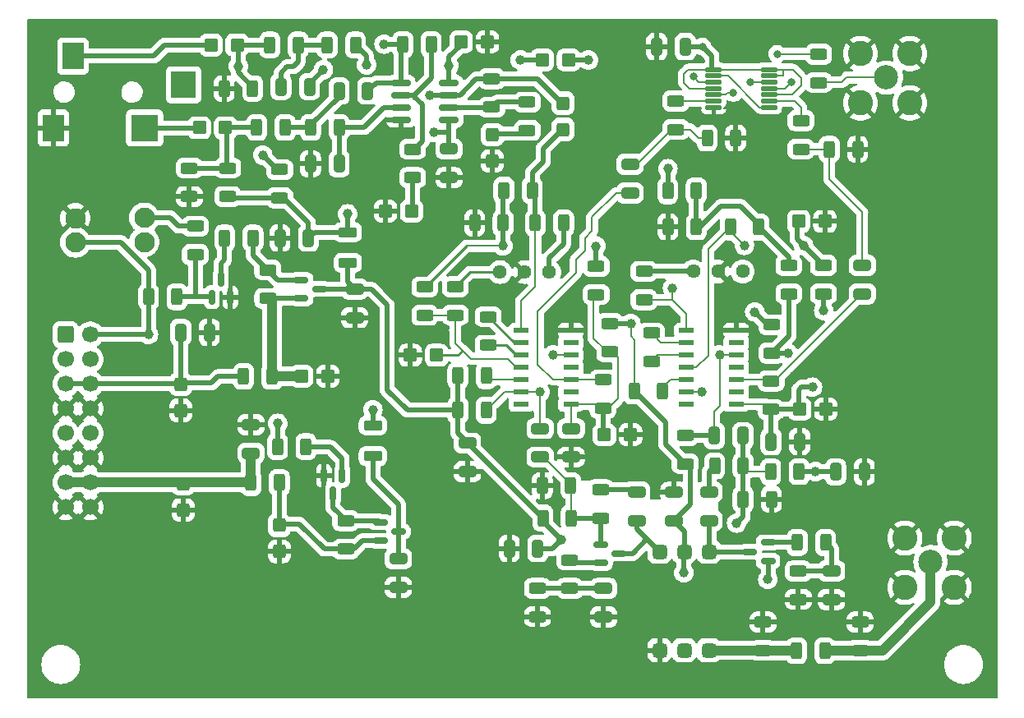
<source format=gtl>
G04 #@! TF.GenerationSoftware,KiCad,Pcbnew,7.0.1-3b83917a11~172~ubuntu22.04.1*
G04 #@! TF.CreationDate,2023-03-16T19:30:03-04:00*
G04 #@! TF.ProjectId,sdt_qse_1496,7364745f-7173-4655-9f31-3439362e6b69,2.0*
G04 #@! TF.SameCoordinates,Original*
G04 #@! TF.FileFunction,Copper,L1,Top*
G04 #@! TF.FilePolarity,Positive*
%FSLAX46Y46*%
G04 Gerber Fmt 4.6, Leading zero omitted, Abs format (unit mm)*
G04 Created by KiCad (PCBNEW 7.0.1-3b83917a11~172~ubuntu22.04.1) date 2023-03-16 19:30:03*
%MOMM*%
%LPD*%
G01*
G04 APERTURE LIST*
G04 Aperture macros list*
%AMRoundRect*
0 Rectangle with rounded corners*
0 $1 Rounding radius*
0 $2 $3 $4 $5 $6 $7 $8 $9 X,Y pos of 4 corners*
0 Add a 4 corners polygon primitive as box body*
4,1,4,$2,$3,$4,$5,$6,$7,$8,$9,$2,$3,0*
0 Add four circle primitives for the rounded corners*
1,1,$1+$1,$2,$3*
1,1,$1+$1,$4,$5*
1,1,$1+$1,$6,$7*
1,1,$1+$1,$8,$9*
0 Add four rect primitives between the rounded corners*
20,1,$1+$1,$2,$3,$4,$5,0*
20,1,$1+$1,$4,$5,$6,$7,0*
20,1,$1+$1,$6,$7,$8,$9,0*
20,1,$1+$1,$8,$9,$2,$3,0*%
G04 Aperture macros list end*
G04 #@! TA.AperFunction,SMDPad,CuDef*
%ADD10R,2.200000X2.800000*%
G04 #@! TD*
G04 #@! TA.AperFunction,SMDPad,CuDef*
%ADD11R,2.800000X2.800000*%
G04 #@! TD*
G04 #@! TA.AperFunction,SMDPad,CuDef*
%ADD12R,2.600000X2.800000*%
G04 #@! TD*
G04 #@! TA.AperFunction,ComponentPad*
%ADD13RoundRect,0.250000X-0.600000X-0.600000X0.600000X-0.600000X0.600000X0.600000X-0.600000X0.600000X0*%
G04 #@! TD*
G04 #@! TA.AperFunction,ComponentPad*
%ADD14C,1.700000*%
G04 #@! TD*
G04 #@! TA.AperFunction,SMDPad,CuDef*
%ADD15R,1.600200X0.558800*%
G04 #@! TD*
G04 #@! TA.AperFunction,SMDPad,CuDef*
%ADD16RoundRect,0.250000X-0.625000X0.312500X-0.625000X-0.312500X0.625000X-0.312500X0.625000X0.312500X0*%
G04 #@! TD*
G04 #@! TA.AperFunction,SMDPad,CuDef*
%ADD17RoundRect,0.250000X-0.312500X-0.625000X0.312500X-0.625000X0.312500X0.625000X-0.312500X0.625000X0*%
G04 #@! TD*
G04 #@! TA.AperFunction,SMDPad,CuDef*
%ADD18RoundRect,0.020500X-0.764500X-0.184500X0.764500X-0.184500X0.764500X0.184500X-0.764500X0.184500X0*%
G04 #@! TD*
G04 #@! TA.AperFunction,SMDPad,CuDef*
%ADD19RoundRect,0.250000X0.325000X0.650000X-0.325000X0.650000X-0.325000X-0.650000X0.325000X-0.650000X0*%
G04 #@! TD*
G04 #@! TA.AperFunction,SMDPad,CuDef*
%ADD20RoundRect,0.250000X0.312500X0.625000X-0.312500X0.625000X-0.312500X-0.625000X0.312500X-0.625000X0*%
G04 #@! TD*
G04 #@! TA.AperFunction,SMDPad,CuDef*
%ADD21RoundRect,0.150000X-0.587500X-0.150000X0.587500X-0.150000X0.587500X0.150000X-0.587500X0.150000X0*%
G04 #@! TD*
G04 #@! TA.AperFunction,ComponentPad*
%ADD22C,2.100000*%
G04 #@! TD*
G04 #@! TA.AperFunction,ComponentPad*
%ADD23C,2.600000*%
G04 #@! TD*
G04 #@! TA.AperFunction,ComponentPad*
%ADD24C,2.500000*%
G04 #@! TD*
G04 #@! TA.AperFunction,SMDPad,CuDef*
%ADD25RoundRect,0.250000X0.625000X-0.312500X0.625000X0.312500X-0.625000X0.312500X-0.625000X-0.312500X0*%
G04 #@! TD*
G04 #@! TA.AperFunction,SMDPad,CuDef*
%ADD26RoundRect,0.250000X-0.425000X0.450000X-0.425000X-0.450000X0.425000X-0.450000X0.425000X0.450000X0*%
G04 #@! TD*
G04 #@! TA.AperFunction,SMDPad,CuDef*
%ADD27RoundRect,0.250000X-0.325000X-0.650000X0.325000X-0.650000X0.325000X0.650000X-0.325000X0.650000X0*%
G04 #@! TD*
G04 #@! TA.AperFunction,SMDPad,CuDef*
%ADD28RoundRect,0.150000X0.150000X-0.587500X0.150000X0.587500X-0.150000X0.587500X-0.150000X-0.587500X0*%
G04 #@! TD*
G04 #@! TA.AperFunction,SMDPad,CuDef*
%ADD29RoundRect,0.250000X-0.650000X0.325000X-0.650000X-0.325000X0.650000X-0.325000X0.650000X0.325000X0*%
G04 #@! TD*
G04 #@! TA.AperFunction,SMDPad,CuDef*
%ADD30RoundRect,0.250000X0.450000X0.425000X-0.450000X0.425000X-0.450000X-0.425000X0.450000X-0.425000X0*%
G04 #@! TD*
G04 #@! TA.AperFunction,SMDPad,CuDef*
%ADD31RoundRect,0.250000X0.700000X-0.275000X0.700000X0.275000X-0.700000X0.275000X-0.700000X-0.275000X0*%
G04 #@! TD*
G04 #@! TA.AperFunction,SMDPad,CuDef*
%ADD32RoundRect,0.250000X-0.450000X-0.425000X0.450000X-0.425000X0.450000X0.425000X-0.450000X0.425000X0*%
G04 #@! TD*
G04 #@! TA.AperFunction,ComponentPad*
%ADD33C,1.440000*%
G04 #@! TD*
G04 #@! TA.AperFunction,SMDPad,CuDef*
%ADD34RoundRect,0.250000X0.650000X-0.325000X0.650000X0.325000X-0.650000X0.325000X-0.650000X-0.325000X0*%
G04 #@! TD*
G04 #@! TA.AperFunction,SMDPad,CuDef*
%ADD35RoundRect,0.150000X-0.825000X-0.150000X0.825000X-0.150000X0.825000X0.150000X-0.825000X0.150000X0*%
G04 #@! TD*
G04 #@! TA.AperFunction,SMDPad,CuDef*
%ADD36RoundRect,0.150000X-0.150000X0.587500X-0.150000X-0.587500X0.150000X-0.587500X0.150000X0.587500X0*%
G04 #@! TD*
G04 #@! TA.AperFunction,SMDPad,CuDef*
%ADD37RoundRect,0.375000X-0.375000X0.375000X-0.375000X-0.375000X0.375000X-0.375000X0.375000X0.375000X0*%
G04 #@! TD*
G04 #@! TA.AperFunction,SMDPad,CuDef*
%ADD38RoundRect,0.150000X0.587500X0.150000X-0.587500X0.150000X-0.587500X-0.150000X0.587500X-0.150000X0*%
G04 #@! TD*
G04 #@! TA.AperFunction,SMDPad,CuDef*
%ADD39RoundRect,0.250000X0.425000X-0.450000X0.425000X0.450000X-0.425000X0.450000X-0.425000X-0.450000X0*%
G04 #@! TD*
G04 #@! TA.AperFunction,ViaPad*
%ADD40C,0.800000*%
G04 #@! TD*
G04 #@! TA.AperFunction,ViaPad*
%ADD41C,1.000000*%
G04 #@! TD*
G04 #@! TA.AperFunction,Conductor*
%ADD42C,0.200000*%
G04 #@! TD*
G04 #@! TA.AperFunction,Conductor*
%ADD43C,0.500000*%
G04 #@! TD*
G04 #@! TA.AperFunction,Conductor*
%ADD44C,1.000000*%
G04 #@! TD*
G04 #@! TA.AperFunction,Conductor*
%ADD45C,0.250000*%
G04 #@! TD*
G04 APERTURE END LIST*
D10*
X97737500Y-81200000D03*
D11*
X107137500Y-81200000D03*
D10*
X99737500Y-73800000D03*
D12*
X111137500Y-76750000D03*
D13*
X99000000Y-102500000D03*
D14*
X101540000Y-102500000D03*
X99000000Y-105040000D03*
X101540000Y-105040000D03*
X99000000Y-107580000D03*
X101540000Y-107580000D03*
X99000000Y-110120000D03*
X101540000Y-110120000D03*
X99000000Y-112660000D03*
X101540000Y-112660000D03*
X99000000Y-115200000D03*
X101540000Y-115200000D03*
X99000000Y-117740000D03*
X101540000Y-117740000D03*
X99000000Y-120280000D03*
X101540000Y-120280000D03*
D15*
X145947300Y-102065000D03*
X145947300Y-103335000D03*
X145947300Y-104605000D03*
X145947300Y-105875000D03*
X145947300Y-107145000D03*
X145947300Y-108415000D03*
X145947300Y-109685000D03*
X151052700Y-109685000D03*
X151052700Y-108415000D03*
X151052700Y-107145000D03*
X151052700Y-105875000D03*
X151052700Y-104605000D03*
X151052700Y-103335000D03*
X151052700Y-102065000D03*
D16*
X174760000Y-80457500D03*
X174760000Y-83382500D03*
D17*
X139407500Y-106730000D03*
X142332500Y-106730000D03*
D18*
X165755000Y-75175000D03*
X165755000Y-75825000D03*
X165755000Y-76475000D03*
X165755000Y-77125000D03*
X165755000Y-77775000D03*
X165755000Y-78425000D03*
X165755000Y-79075000D03*
X171495000Y-79075000D03*
X171495000Y-78425000D03*
X171495000Y-77775000D03*
X171495000Y-77125000D03*
X171495000Y-76475000D03*
X171495000Y-75825000D03*
X171495000Y-75175000D03*
D19*
X162845000Y-72825000D03*
X159895000Y-72825000D03*
D20*
X180592500Y-83400000D03*
X177667500Y-83400000D03*
D21*
X131412500Y-121850000D03*
X131412500Y-123750000D03*
X133287500Y-122800000D03*
D17*
X161047850Y-91386000D03*
X163972850Y-91386000D03*
D22*
X107100000Y-92950000D03*
X107100000Y-90450000D03*
D17*
X147387500Y-91000000D03*
X150312500Y-91000000D03*
D23*
X185460000Y-123460000D03*
X185460000Y-128540000D03*
X190540000Y-123460000D03*
X190540000Y-128540000D03*
D24*
X188100000Y-125925000D03*
D17*
X141137500Y-91000000D03*
X144062500Y-91000000D03*
D25*
X115700000Y-88262500D03*
X115700000Y-85337500D03*
D26*
X121000000Y-122150000D03*
X121000000Y-124850000D03*
D27*
X165825000Y-112925000D03*
X168775000Y-112925000D03*
D25*
X121050000Y-88412500D03*
X121050000Y-85487500D03*
D23*
X180885000Y-73535000D03*
X180885000Y-78615000D03*
X185965000Y-73535000D03*
X185965000Y-78615000D03*
D24*
X183525000Y-76000000D03*
D19*
X147650000Y-124550000D03*
X144700000Y-124550000D03*
D28*
X114050000Y-98637500D03*
X115950000Y-98637500D03*
X115000000Y-96762500D03*
D19*
X124025000Y-92550000D03*
X121075000Y-92550000D03*
D29*
X161675000Y-118750000D03*
X161675000Y-121700000D03*
D30*
X134650000Y-89750000D03*
X131950000Y-89750000D03*
D17*
X144141000Y-87630000D03*
X147066000Y-87630000D03*
D25*
X171680350Y-110218500D03*
X171680350Y-107293500D03*
D31*
X130650000Y-115025000D03*
X130650000Y-111875000D03*
D30*
X150800000Y-74200000D03*
X148100000Y-74200000D03*
X115472200Y-81178400D03*
X112772200Y-81178400D03*
D27*
X178325000Y-116650000D03*
X181275000Y-116650000D03*
D16*
X153650000Y-95447500D03*
X153650000Y-98372500D03*
D17*
X118087500Y-117750000D03*
X121012500Y-117750000D03*
X171637500Y-116625000D03*
X174562500Y-116625000D03*
D26*
X110850000Y-107616000D03*
X110850000Y-110316000D03*
D29*
X151080000Y-112175000D03*
X151080000Y-115125000D03*
D32*
X154504400Y-112826800D03*
X157204400Y-112826800D03*
D19*
X124125000Y-76950000D03*
X121175000Y-76950000D03*
D25*
X162825000Y-115812500D03*
X162825000Y-112887500D03*
D20*
X151087500Y-121400000D03*
X148162500Y-121400000D03*
D29*
X133275000Y-125600000D03*
X133275000Y-128550000D03*
D25*
X147610000Y-131562500D03*
X147610000Y-128637500D03*
D16*
X154090000Y-118487500D03*
X154090000Y-121412500D03*
D25*
X171760350Y-104408500D03*
X171760350Y-101483500D03*
D20*
X118262500Y-77150000D03*
X115337500Y-77150000D03*
D16*
X159350000Y-102337500D03*
X159350000Y-105262500D03*
D20*
X177287500Y-123925000D03*
X174362500Y-123925000D03*
D25*
X155050000Y-104272500D03*
X155050000Y-101347500D03*
D16*
X177075000Y-95362500D03*
X177075000Y-98287500D03*
D29*
X165275000Y-118725000D03*
X165275000Y-121675000D03*
D33*
X143750000Y-96050000D03*
X146290000Y-96050000D03*
X148830000Y-96050000D03*
D16*
X161860000Y-78427500D03*
X161860000Y-81352500D03*
D29*
X138500000Y-83375000D03*
X138500000Y-86325000D03*
D16*
X136000000Y-97587500D03*
X136000000Y-100512500D03*
X127850000Y-121687500D03*
X127850000Y-124612500D03*
D26*
X142950000Y-81900000D03*
X142950000Y-84600000D03*
D32*
X123315000Y-106781600D03*
X126015000Y-106781600D03*
D16*
X111750000Y-85337500D03*
X111750000Y-88262500D03*
X146550000Y-78537500D03*
X146550000Y-81462500D03*
D20*
X168022500Y-82240000D03*
X165097500Y-82240000D03*
D16*
X142525000Y-100662500D03*
X142525000Y-103587500D03*
D30*
X137214600Y-104622600D03*
X134514600Y-104622600D03*
D29*
X157150000Y-84950000D03*
X157150000Y-87900000D03*
D21*
X123262500Y-96850000D03*
X123262500Y-98750000D03*
X125137500Y-97800000D03*
D16*
X173510350Y-95363500D03*
X173510350Y-98288500D03*
D19*
X127175000Y-84900000D03*
X124225000Y-84900000D03*
D34*
X177900000Y-129800000D03*
X177900000Y-126850000D03*
D25*
X174475000Y-129787500D03*
X174475000Y-126862500D03*
D35*
X133550000Y-76545000D03*
X133550000Y-77815000D03*
X133550000Y-79085000D03*
X133550000Y-80355000D03*
X138500000Y-80355000D03*
X138500000Y-79085000D03*
X138500000Y-77815000D03*
X138500000Y-76545000D03*
D20*
X121612500Y-81150000D03*
X118687500Y-81150000D03*
D34*
X154420000Y-131605000D03*
X154420000Y-128655000D03*
D25*
X158580350Y-98908500D03*
X158580350Y-95983500D03*
D20*
X163962500Y-87675000D03*
X161037500Y-87675000D03*
D26*
X111099600Y-117879400D03*
X111099600Y-120579400D03*
D29*
X147875000Y-112175000D03*
X147875000Y-115125000D03*
D32*
X139750000Y-72350000D03*
X142450000Y-72350000D03*
D16*
X180850000Y-132112500D03*
X180850000Y-135037500D03*
D36*
X127500000Y-117062500D03*
X125600000Y-117062500D03*
X126550000Y-118937500D03*
D30*
X116666000Y-72644000D03*
X113966000Y-72644000D03*
D37*
X160190000Y-124870000D03*
X160190000Y-135030000D03*
X162730000Y-124870000D03*
X162730000Y-135030000D03*
X165270000Y-124870000D03*
X165270000Y-135030000D03*
D20*
X171712500Y-119475000D03*
X168787500Y-119475000D03*
D25*
X139140000Y-100492500D03*
X139140000Y-97567500D03*
D29*
X140400000Y-113675000D03*
X140400000Y-116625000D03*
D27*
X171669350Y-113538000D03*
X174619350Y-113538000D03*
D25*
X112350000Y-94262500D03*
X112350000Y-91337500D03*
X150940000Y-128642500D03*
X150940000Y-125717500D03*
D17*
X120837500Y-114050000D03*
X123762500Y-114050000D03*
D27*
X110850000Y-102275000D03*
X113800000Y-102275000D03*
D17*
X174287500Y-135075000D03*
X177212500Y-135075000D03*
X148112500Y-118075000D03*
X151037500Y-118075000D03*
D29*
X128775000Y-97800000D03*
X128775000Y-100750000D03*
D17*
X157587850Y-108326000D03*
X160512850Y-108326000D03*
X165862500Y-116025000D03*
X168787500Y-116025000D03*
D20*
X122962500Y-72650000D03*
X120037500Y-72650000D03*
D32*
X174621200Y-110185200D03*
X177321200Y-110185200D03*
D20*
X127162500Y-81150000D03*
X124237500Y-81150000D03*
X120262500Y-106800000D03*
X117337500Y-106800000D03*
D17*
X107537500Y-98600000D03*
X110462500Y-98600000D03*
X139412500Y-110300000D03*
X142337500Y-110300000D03*
D21*
X154112500Y-124125000D03*
X154112500Y-126025000D03*
X155987500Y-125075000D03*
D22*
X100000000Y-93000000D03*
X100000000Y-90500000D03*
D17*
X115387500Y-92550000D03*
X118312500Y-92550000D03*
D25*
X176575000Y-76525000D03*
X176575000Y-73600000D03*
D20*
X128862500Y-72650000D03*
X125937500Y-72650000D03*
D31*
X128066800Y-95097600D03*
X128066800Y-91947600D03*
D16*
X142900000Y-76137500D03*
X142900000Y-79062500D03*
D29*
X157820000Y-118720000D03*
X157820000Y-121670000D03*
D38*
X171362500Y-125825000D03*
X171362500Y-123925000D03*
X169487500Y-124875000D03*
D16*
X119825000Y-95837500D03*
X119825000Y-98762500D03*
X134750000Y-83387500D03*
X134750000Y-86312500D03*
D20*
X170412500Y-91400000D03*
X167487500Y-91400000D03*
D15*
X162972300Y-102065000D03*
X162972300Y-103335000D03*
X162972300Y-104605000D03*
X162972300Y-105875000D03*
X162972300Y-107145000D03*
X162972300Y-108415000D03*
X162972300Y-109685000D03*
X168077700Y-109685000D03*
X168077700Y-108415000D03*
X168077700Y-107145000D03*
X168077700Y-105875000D03*
X168077700Y-104605000D03*
X168077700Y-103335000D03*
X168077700Y-102065000D03*
D34*
X118100000Y-114725000D03*
X118100000Y-111775000D03*
D39*
X150250000Y-81350000D03*
X150250000Y-78650000D03*
D19*
X130125000Y-77400000D03*
X127175000Y-77400000D03*
D16*
X170850000Y-132112500D03*
X170850000Y-135037500D03*
D29*
X181075000Y-95350000D03*
X181075000Y-98300000D03*
D32*
X174519600Y-90830400D03*
X177219600Y-90830400D03*
D25*
X154360000Y-110082500D03*
X154360000Y-107157500D03*
D17*
X133737500Y-72600000D03*
X136662500Y-72600000D03*
D33*
X168740350Y-95986000D03*
X166200350Y-95986000D03*
X163660350Y-95986000D03*
D40*
X172300000Y-73570000D03*
X173750000Y-76500000D03*
X163675000Y-75925000D03*
D41*
X131600000Y-86550000D03*
X119300000Y-90150000D03*
X111550000Y-83300000D03*
X168600000Y-78900000D03*
X176900000Y-114850000D03*
X166300000Y-102925000D03*
X158500000Y-80800000D03*
X175850000Y-85250000D03*
X150950000Y-133325000D03*
X102700000Y-96250000D03*
X102875000Y-137750000D03*
X134850000Y-123975000D03*
X149750000Y-83850000D03*
X137650000Y-111825000D03*
X96800000Y-72090000D03*
X127500000Y-137550000D03*
X154250000Y-116100000D03*
X123800000Y-119625000D03*
X155000000Y-74200000D03*
X161300000Y-83325000D03*
X155525000Y-99575000D03*
X175300000Y-101200000D03*
X154625000Y-92025000D03*
X166500000Y-126450000D03*
X191490000Y-72530000D03*
X160900000Y-116900000D03*
X132525000Y-70775000D03*
X142425000Y-117625000D03*
X181800000Y-88875000D03*
X152000000Y-91150000D03*
X128475000Y-119500000D03*
X121950000Y-101350000D03*
X104125000Y-104975000D03*
X118450000Y-74350000D03*
X128650000Y-110500000D03*
X145175000Y-111125000D03*
X116250000Y-116025000D03*
X160200000Y-133050000D03*
X179000000Y-85950000D03*
X152450800Y-110794800D03*
X170050000Y-105800000D03*
X137075000Y-89325000D03*
X166500000Y-80500000D03*
X107550000Y-113200000D03*
X157500000Y-128700000D03*
X192990000Y-109980000D03*
X176275000Y-104675000D03*
X146150000Y-83250000D03*
X174000000Y-106800000D03*
X121900000Y-104950000D03*
X133250000Y-130750000D03*
X161250000Y-76650000D03*
X97750000Y-84325000D03*
X192875000Y-89975000D03*
X192550000Y-132800000D03*
X131250000Y-94700000D03*
X143050000Y-112850000D03*
X179575000Y-93275000D03*
X170200000Y-121150000D03*
X159200000Y-89300000D03*
X154075000Y-85950000D03*
X133451600Y-99161600D03*
X157050000Y-71050000D03*
X168500000Y-131675000D03*
X153400000Y-76850000D03*
X187925000Y-138050000D03*
X178600000Y-121150000D03*
X109000000Y-104350000D03*
X121000000Y-108950000D03*
X104100000Y-110950000D03*
X118600000Y-102540000D03*
X133553200Y-106603800D03*
X176150000Y-131450000D03*
X142450000Y-89200000D03*
X149025000Y-103025000D03*
X157925000Y-138775000D03*
X130475000Y-102325000D03*
X121850000Y-83800000D03*
X171900000Y-89850000D03*
X96400000Y-122625000D03*
X97175000Y-132475000D03*
X104400000Y-71675000D03*
X160225000Y-93900000D03*
X131750000Y-81800000D03*
X116125000Y-109375000D03*
X167125000Y-94150000D03*
X133700000Y-118250000D03*
X181100000Y-100300000D03*
X151125000Y-99800000D03*
X125450000Y-90300000D03*
X149000000Y-126900000D03*
X159150000Y-111950000D03*
X179600000Y-124750000D03*
X168950000Y-71550000D03*
X138550000Y-93350000D03*
X173975000Y-121100000D03*
X168700000Y-128650000D03*
X162700000Y-129100000D03*
X176525000Y-78525000D03*
X128200000Y-105400000D03*
X156700000Y-83100000D03*
X144425000Y-115500000D03*
X165700000Y-88100000D03*
X107537500Y-102500000D03*
X120850000Y-111650000D03*
X171350000Y-127725000D03*
X168125000Y-121925000D03*
X130650000Y-110250000D03*
D40*
X164600000Y-72800000D03*
D41*
X173450000Y-104450000D03*
X175945800Y-107924600D03*
X164575000Y-108425000D03*
X147850000Y-108410000D03*
X166375000Y-104600000D03*
X149205000Y-104605000D03*
X161050000Y-85400000D03*
X152850000Y-74200000D03*
X161525000Y-97700000D03*
X168925000Y-93300000D03*
X175019050Y-93306550D03*
X145850000Y-74200000D03*
X131800000Y-72550000D03*
X125550000Y-75200000D03*
X136500000Y-77800000D03*
D40*
X169575000Y-76475000D03*
X167800000Y-77600000D03*
D41*
X144050000Y-93350000D03*
X153650000Y-93375000D03*
X176250000Y-116625000D03*
X170000000Y-100150000D03*
X150050000Y-123650000D03*
X157225000Y-101350000D03*
X162700000Y-127050000D03*
X177100000Y-100025000D03*
X128050000Y-90050000D03*
X138500000Y-74800000D03*
X130000000Y-74700000D03*
X136900000Y-81650000D03*
X116800000Y-74850000D03*
X119300000Y-84000000D03*
D42*
X175805000Y-73570000D02*
X175830000Y-73545000D01*
X172300000Y-73570000D02*
X175805000Y-73570000D01*
X171495000Y-77125000D02*
X173125000Y-77125000D01*
X165755000Y-76475000D02*
X164225000Y-76475000D01*
X164225000Y-76475000D02*
X163675000Y-75925000D01*
X173125000Y-77125000D02*
X173750000Y-76500000D01*
X161860000Y-81352500D02*
X161447500Y-81352500D01*
X164240000Y-82230000D02*
X165087500Y-82230000D01*
X157850000Y-84950000D02*
X157150000Y-84950000D01*
X163360000Y-81350000D02*
X164240000Y-82230000D01*
X161862500Y-81350000D02*
X163360000Y-81350000D01*
X161447500Y-81352500D02*
X157850000Y-84950000D01*
X161860000Y-81352500D02*
X161862500Y-81350000D01*
X155725000Y-87900000D02*
X153225000Y-90400000D01*
X152500000Y-92550000D02*
X152500000Y-93822498D01*
X151561249Y-94761249D02*
X151561249Y-96163751D01*
X149195000Y-107145000D02*
X151052700Y-107145000D01*
X157150000Y-87900000D02*
X155725000Y-87900000D01*
X151561249Y-96163751D02*
X147650000Y-100075000D01*
X147650000Y-105600000D02*
X149195000Y-107145000D01*
X153225000Y-91825000D02*
X152500000Y-92550000D01*
X153225000Y-90400000D02*
X153225000Y-91825000D01*
X152500000Y-93822498D02*
X151561249Y-94761249D01*
X152705000Y-107145000D02*
X154347500Y-107145000D01*
X151052700Y-107145000D02*
X152705000Y-107145000D01*
X154347500Y-107145000D02*
X154360000Y-107157500D01*
X147650000Y-100075000D02*
X147650000Y-105600000D01*
X181075000Y-95350000D02*
X181075000Y-89900000D01*
X174760000Y-83382500D02*
X177650000Y-83382500D01*
X177667500Y-86492500D02*
X177667500Y-83400000D01*
X181075000Y-89900000D02*
X177667500Y-86492500D01*
D43*
X147387500Y-91000000D02*
X147387500Y-87587500D01*
X148200000Y-83300000D02*
X148200000Y-84675000D01*
X147066000Y-85809000D02*
X148200000Y-84675000D01*
X147066000Y-87630000D02*
X147066000Y-85809000D01*
X150250000Y-81475000D02*
X150025000Y-81475000D01*
D42*
X147387500Y-97562500D02*
X147387500Y-91000000D01*
X145947300Y-102065000D02*
X145947300Y-99002700D01*
D43*
X150025000Y-81475000D02*
X148200000Y-83300000D01*
D42*
X145947300Y-99002700D02*
X147387500Y-97562500D01*
X155900000Y-104875000D02*
X155900000Y-109100000D01*
X155900000Y-109100000D02*
X154917500Y-110082500D01*
D43*
X154379400Y-112826800D02*
X154379400Y-110101900D01*
D42*
X155050000Y-104272500D02*
X154772500Y-104272500D01*
X154772500Y-104272500D02*
X153375000Y-102875000D01*
X155050000Y-104272500D02*
X155297500Y-104272500D01*
X151052700Y-112147700D02*
X151052700Y-109685000D01*
X151080000Y-112175000D02*
X151052700Y-112147700D01*
X151052700Y-109685000D02*
X153962500Y-109685000D01*
X153375000Y-98647500D02*
X153650000Y-98372500D01*
X155297500Y-104272500D02*
X155900000Y-104875000D01*
X153375000Y-102875000D02*
X153375000Y-98647500D01*
D43*
X130650000Y-117350000D02*
X130650000Y-115025000D01*
X133287500Y-119987500D02*
X130650000Y-117350000D01*
X133287500Y-122800000D02*
X133287500Y-119987500D01*
X133275000Y-125600000D02*
X133275000Y-122812500D01*
X133275000Y-122812500D02*
X133287500Y-122800000D01*
X114700000Y-106825000D02*
X117312500Y-106825000D01*
X101540000Y-107580000D02*
X110761000Y-107580000D01*
X110850000Y-107491000D02*
X114034000Y-107491000D01*
X99000000Y-107580000D02*
X101540000Y-107580000D01*
X117312500Y-106825000D02*
X117337500Y-106800000D01*
X110850000Y-102275000D02*
X110850000Y-107491000D01*
X114034000Y-107491000D02*
X114700000Y-106825000D01*
X110761000Y-107580000D02*
X110850000Y-107491000D01*
D44*
X118087500Y-117750000D02*
X118087500Y-114737500D01*
X99000000Y-117740000D02*
X101540000Y-117740000D01*
X111042651Y-117740000D02*
X111050000Y-117747349D01*
X101540000Y-117740000D02*
X111042651Y-117740000D01*
X118084849Y-117747349D02*
X118087500Y-117750000D01*
X118087500Y-114737500D02*
X118100000Y-114725000D01*
X111050000Y-117747349D02*
X118084849Y-117747349D01*
D43*
X104700000Y-93000000D02*
X107550000Y-95850000D01*
X100000000Y-93000000D02*
X104700000Y-93000000D01*
X120837500Y-114050000D02*
X120837500Y-111662500D01*
X107550000Y-98587500D02*
X107537500Y-98600000D01*
X101540000Y-102500000D02*
X107537500Y-102500000D01*
X107550000Y-95850000D02*
X107550000Y-98587500D01*
X107537500Y-102500000D02*
X107537500Y-98600000D01*
X120837500Y-111662500D02*
X120850000Y-111650000D01*
D42*
X148725000Y-115600000D02*
X151037500Y-117912500D01*
D43*
X154090000Y-121412500D02*
X151100000Y-121412500D01*
X154112500Y-124125000D02*
X154112500Y-121435000D01*
X151100000Y-121412500D02*
X151087500Y-121400000D01*
D42*
X148350000Y-115600000D02*
X148725000Y-115600000D01*
X151037500Y-117912500D02*
X151037500Y-118075000D01*
X151075000Y-121387500D02*
X151075000Y-118425000D01*
X147875000Y-115125000D02*
X148350000Y-115600000D01*
D43*
X154112500Y-121435000D02*
X154090000Y-121412500D01*
D42*
X151087500Y-121400000D02*
X151075000Y-121387500D01*
D43*
X168787500Y-116025000D02*
X168787500Y-119475000D01*
X168787500Y-121262500D02*
X168125000Y-121925000D01*
X168787500Y-116025000D02*
X168787500Y-112937500D01*
X168787500Y-112937500D02*
X168775000Y-112925000D01*
X171362500Y-127712500D02*
X171350000Y-127725000D01*
X168787500Y-119475000D02*
X168787500Y-121262500D01*
D42*
X171637500Y-116625000D02*
X169387500Y-116625000D01*
D43*
X171362500Y-125825000D02*
X171362500Y-127712500D01*
X155987500Y-125075000D02*
X157400000Y-125075000D01*
X158897500Y-123577500D02*
X160190000Y-124870000D01*
X157400000Y-125075000D02*
X158897500Y-123577500D01*
X157820000Y-122500000D02*
X158897500Y-123577500D01*
X157820000Y-121670000D02*
X157820000Y-122500000D01*
X165270000Y-121680000D02*
X165275000Y-121675000D01*
X165270000Y-124870000D02*
X165270000Y-121680000D01*
X169487500Y-124875000D02*
X165275000Y-124875000D01*
D42*
X171680350Y-107293500D02*
X172006500Y-107293500D01*
X172006500Y-107293500D02*
X181000000Y-98300000D01*
X181000000Y-98300000D02*
X181075000Y-98300000D01*
X171531850Y-107145000D02*
X171680350Y-107293500D01*
X168077700Y-107145000D02*
X171531850Y-107145000D01*
X174775000Y-76825000D02*
X174800000Y-76825000D01*
D43*
X162870000Y-72800000D02*
X162845000Y-72825000D01*
D42*
X163300000Y-77125000D02*
X162700000Y-76525000D01*
X165755000Y-77125000D02*
X163300000Y-77125000D01*
D43*
X165600000Y-73800000D02*
X165600000Y-75020000D01*
D42*
X173900000Y-75175000D02*
X174775000Y-76050000D01*
X171495000Y-75825000D02*
X172950000Y-75825000D01*
D43*
X165600000Y-75020000D02*
X165750000Y-75170000D01*
D42*
X162700000Y-75600000D02*
X163125000Y-75175000D01*
X172950000Y-75175000D02*
X173900000Y-75175000D01*
X162700000Y-76525000D02*
X162700000Y-75600000D01*
X173825000Y-77775000D02*
X174775000Y-76825000D01*
D43*
X164600000Y-72800000D02*
X165600000Y-73800000D01*
D42*
X171495000Y-75175000D02*
X172950000Y-75175000D01*
X172950000Y-75825000D02*
X172950000Y-75175000D01*
X165755000Y-75175000D02*
X171495000Y-75175000D01*
D43*
X130650000Y-111875000D02*
X130650000Y-110250000D01*
X165750000Y-75170000D02*
X165755000Y-75170000D01*
D42*
X174775000Y-76050000D02*
X174800000Y-76050000D01*
X174800000Y-76050000D02*
X174800000Y-76825000D01*
D43*
X164600000Y-72800000D02*
X162870000Y-72800000D01*
D42*
X163125000Y-75175000D02*
X165755000Y-75175000D01*
X173825000Y-77775000D02*
X171495000Y-77775000D01*
D45*
X142525000Y-103587500D02*
X144409100Y-103587500D01*
X145426600Y-104605000D02*
X145947300Y-104605000D01*
X144409100Y-103587500D02*
X145426600Y-104605000D01*
D43*
X171760350Y-104408500D02*
X173408500Y-104408500D01*
X171680350Y-110218500D02*
X171680350Y-113527000D01*
X171698850Y-110200000D02*
X171680350Y-110218500D01*
D42*
X171146850Y-109685000D02*
X171680350Y-110218500D01*
D43*
X173175000Y-110200000D02*
X171698850Y-110200000D01*
X173408500Y-104408500D02*
X173450000Y-104450000D01*
D42*
X171680350Y-113527000D02*
X171669350Y-113538000D01*
D43*
X171760350Y-104408500D02*
X173510350Y-102658500D01*
X173510350Y-102658500D02*
X173510350Y-98288500D01*
X174496200Y-110185200D02*
X174496200Y-108231200D01*
X174500000Y-110200000D02*
X173175000Y-110200000D01*
X174496200Y-108231200D02*
X174828200Y-107899200D01*
X174828200Y-107899200D02*
X175945800Y-107899200D01*
D42*
X168077700Y-109685000D02*
X171146850Y-109685000D01*
D44*
X123171600Y-106800000D02*
X123190000Y-106781600D01*
X120262500Y-99200000D02*
X119825000Y-98762500D01*
D43*
X123250000Y-98762500D02*
X123262500Y-98750000D01*
D44*
X120262500Y-106800000D02*
X120262500Y-99200000D01*
D43*
X119825000Y-98762500D02*
X123250000Y-98762500D01*
D44*
X120262500Y-106800000D02*
X123171600Y-106800000D01*
D43*
X123062500Y-122025000D02*
X125650000Y-124612500D01*
X127850000Y-124612500D02*
X128687500Y-124612500D01*
X128687500Y-124612500D02*
X129550000Y-123750000D01*
X121000000Y-122025000D02*
X121000000Y-117762500D01*
X129550000Y-123750000D02*
X131412500Y-123750000D01*
X127850000Y-124612500D02*
X125650000Y-124612500D01*
X121000000Y-117762500D02*
X121012500Y-117750000D01*
X121000000Y-122025000D02*
X123062500Y-122025000D01*
D42*
X147850000Y-112150000D02*
X147850000Y-108410000D01*
X147845000Y-108415000D02*
X147850000Y-108410000D01*
X164565000Y-108415000D02*
X164575000Y-108425000D01*
X144222500Y-108415000D02*
X142337500Y-110300000D01*
X145947300Y-108415000D02*
X147845000Y-108415000D01*
X145947300Y-108415000D02*
X144222500Y-108415000D01*
X147875000Y-112175000D02*
X147850000Y-112150000D01*
X162972300Y-108415000D02*
X164565000Y-108415000D01*
X165775000Y-112875000D02*
X165825000Y-112925000D01*
X168077700Y-104605000D02*
X166380000Y-104605000D01*
X165775000Y-110450000D02*
X165775000Y-112875000D01*
X151052700Y-104605000D02*
X149205000Y-104605000D01*
X166375000Y-104600000D02*
X166375000Y-109850000D01*
D43*
X162825000Y-112887500D02*
X165787500Y-112887500D01*
D42*
X166375000Y-109850000D02*
X165775000Y-110450000D01*
X166380000Y-104605000D02*
X166375000Y-104600000D01*
D44*
X170842500Y-135030000D02*
X170850000Y-135037500D01*
X174250000Y-135037500D02*
X174287500Y-135075000D01*
X165270000Y-135030000D02*
X170842500Y-135030000D01*
X170850000Y-135037500D02*
X174250000Y-135037500D01*
D43*
X112350000Y-98550000D02*
X112400000Y-98600000D01*
X112400000Y-98600000D02*
X114012500Y-98600000D01*
X114012500Y-98600000D02*
X114050000Y-98637500D01*
X112350000Y-94262500D02*
X112350000Y-98550000D01*
X110462500Y-98600000D02*
X112400000Y-98600000D01*
X115000000Y-95150000D02*
X115350000Y-94800000D01*
X115350000Y-92587500D02*
X115387500Y-92550000D01*
X115000000Y-96762500D02*
X115000000Y-95150000D01*
X115350000Y-94800000D02*
X115350000Y-92587500D01*
X123812500Y-114100000D02*
X123762500Y-114050000D01*
X127500000Y-117062500D02*
X127500000Y-115300000D01*
X126300000Y-114100000D02*
X123812500Y-114100000D01*
X127500000Y-115300000D02*
X126300000Y-114100000D01*
X126550000Y-120350000D02*
X126550000Y-118937500D01*
X127850000Y-121687500D02*
X127850000Y-121650000D01*
X127850000Y-121687500D02*
X131250000Y-121687500D01*
X131250000Y-121687500D02*
X131412500Y-121850000D01*
X127850000Y-121650000D02*
X126550000Y-120350000D01*
X118300000Y-94312500D02*
X118300000Y-92562500D01*
X120837500Y-96850000D02*
X119825000Y-95837500D01*
X123262500Y-96850000D02*
X120837500Y-96850000D01*
X118300000Y-92562500D02*
X118312500Y-92550000D01*
X119825000Y-95837500D02*
X118300000Y-94312500D01*
D42*
X162972300Y-100372300D02*
X161525000Y-98925000D01*
X162972300Y-102065000D02*
X162972300Y-100372300D01*
X161525000Y-98925000D02*
X161525000Y-97700000D01*
D43*
X161037500Y-85412500D02*
X161050000Y-85400000D01*
D42*
X161525000Y-98925000D02*
X158596850Y-98925000D01*
D43*
X161037500Y-87675000D02*
X161037500Y-85412500D01*
D42*
X158596850Y-98925000D02*
X158580350Y-98908500D01*
D43*
X150925000Y-74200000D02*
X152850000Y-74200000D01*
X147610000Y-128637500D02*
X150935000Y-128637500D01*
X150952500Y-128655000D02*
X150940000Y-128642500D01*
X154420000Y-128655000D02*
X150952500Y-128655000D01*
X150935000Y-128637500D02*
X150940000Y-128642500D01*
X174487500Y-126850000D02*
X174475000Y-126862500D01*
X177900000Y-124537500D02*
X177287500Y-123925000D01*
X177900000Y-126850000D02*
X174487500Y-126850000D01*
X177900000Y-126850000D02*
X177900000Y-124537500D01*
X154112500Y-126025000D02*
X151247500Y-126025000D01*
X151247500Y-126025000D02*
X150940000Y-125717500D01*
X174362500Y-123925000D02*
X171362500Y-123925000D01*
D42*
X142747500Y-107145000D02*
X145947300Y-107145000D01*
X142332500Y-106730000D02*
X142747500Y-107145000D01*
X174770000Y-80447500D02*
X174760000Y-80457500D01*
X174125000Y-78425000D02*
X174770000Y-79070000D01*
X174770000Y-79070000D02*
X174770000Y-80447500D01*
X171495000Y-78425000D02*
X174125000Y-78425000D01*
X161862500Y-78425000D02*
X161860000Y-78427500D01*
X165755000Y-78425000D02*
X161862500Y-78425000D01*
X178955000Y-76495000D02*
X179450000Y-76000000D01*
X179450000Y-76000000D02*
X183525000Y-76000000D01*
X178955000Y-76495000D02*
X176655000Y-76495000D01*
D43*
X176655000Y-76495000D02*
X176650000Y-76500000D01*
D42*
X162972300Y-107145000D02*
X161355000Y-107145000D01*
X161355000Y-107145000D02*
X160512850Y-107987150D01*
X160512850Y-107987150D02*
X160512850Y-108326000D01*
D43*
X154090000Y-118487500D02*
X157587500Y-118487500D01*
X157587500Y-118487500D02*
X157820000Y-118720000D01*
X165275000Y-118725000D02*
X165275000Y-116612500D01*
X165275000Y-116612500D02*
X165862500Y-116025000D01*
X174344887Y-92632387D02*
X175019050Y-93306550D01*
D42*
X162972300Y-105875000D02*
X163968629Y-105875000D01*
D43*
X174344887Y-90450000D02*
X174344887Y-92632387D01*
D42*
X165180350Y-104663279D02*
X165180350Y-93707150D01*
X167487500Y-91862500D02*
X168925000Y-93300000D01*
X165180350Y-93707150D02*
X167487500Y-91400000D01*
D43*
X175019050Y-93306550D02*
X177075000Y-95362500D01*
D42*
X167487500Y-91400000D02*
X167487500Y-91862500D01*
X163968629Y-105875000D02*
X165180350Y-104663279D01*
X165755000Y-75825000D02*
X167250000Y-75825000D01*
X167250000Y-75825000D02*
X170500000Y-79075000D01*
X170500000Y-79075000D02*
X171495000Y-79075000D01*
D43*
X133550000Y-72787500D02*
X133737500Y-72600000D01*
X133550000Y-76545000D02*
X133550000Y-72787500D01*
X133550000Y-76545000D02*
X130980000Y-76545000D01*
X133737500Y-72600000D02*
X131850000Y-72600000D01*
X130980000Y-76545000D02*
X130125000Y-77400000D01*
X131850000Y-72600000D02*
X131800000Y-72550000D01*
X147975000Y-74200000D02*
X145850000Y-74200000D01*
X138500000Y-77815000D02*
X139635000Y-77815000D01*
X147587500Y-76137500D02*
X142900000Y-76137500D01*
X124125000Y-76950000D02*
X124125000Y-76625000D01*
X124125000Y-76625000D02*
X125550000Y-75200000D01*
X149975000Y-78525000D02*
X147587500Y-76137500D01*
X141300000Y-76150000D02*
X142887500Y-76150000D01*
X138500000Y-77815000D02*
X136515000Y-77815000D01*
X139635000Y-77815000D02*
X141300000Y-76150000D01*
X142887500Y-76150000D02*
X142900000Y-76137500D01*
X136515000Y-77815000D02*
X136500000Y-77800000D01*
X150250000Y-78525000D02*
X149975000Y-78525000D01*
D42*
X167000000Y-77750000D02*
X165780000Y-77750000D01*
X171495000Y-76475000D02*
X169575000Y-76475000D01*
X167150000Y-77600000D02*
X167000000Y-77750000D01*
X165780000Y-77750000D02*
X165755000Y-77775000D01*
X167800000Y-77600000D02*
X167150000Y-77600000D01*
X140287500Y-93362500D02*
X144037500Y-93362500D01*
D43*
X153650000Y-93375000D02*
X153650000Y-95447500D01*
D45*
X136062500Y-97587500D02*
X140287500Y-93362500D01*
D43*
X144062500Y-91000000D02*
X144062500Y-93337500D01*
D45*
X136000000Y-97587500D02*
X136062500Y-97587500D01*
D42*
X144037500Y-93362500D02*
X144050000Y-93350000D01*
D43*
X144012500Y-90950000D02*
X144062500Y-91000000D01*
X144012500Y-87775000D02*
X144012500Y-90950000D01*
X144062500Y-93337500D02*
X144050000Y-93350000D01*
X148830000Y-94620000D02*
X150300000Y-93150000D01*
X150300000Y-91012500D02*
X150312500Y-91000000D01*
X148830000Y-96050000D02*
X148830000Y-94620000D01*
X150300000Y-93150000D02*
X150300000Y-91012500D01*
D44*
X188100000Y-125925000D02*
X188100000Y-130100000D01*
X188100000Y-130100000D02*
X183150000Y-135050000D01*
X183150000Y-135050000D02*
X180862500Y-135050000D01*
X180862500Y-135050000D02*
X180850000Y-135037500D01*
X177212500Y-135075000D02*
X180812500Y-135075000D01*
X180812500Y-135075000D02*
X180850000Y-135037500D01*
D45*
X139140000Y-97567500D02*
X140657500Y-96050000D01*
X140657500Y-96050000D02*
X143750000Y-96050000D01*
D42*
X157225000Y-102675000D02*
X157225000Y-101350000D01*
D43*
X162730000Y-122755000D02*
X161675000Y-121700000D01*
X176250000Y-116625000D02*
X178300000Y-116625000D01*
X146556250Y-119793750D02*
X139412500Y-112650000D01*
X128066800Y-95097600D02*
X128066800Y-97091800D01*
X174562500Y-116625000D02*
X176250000Y-116625000D01*
X155052500Y-101350000D02*
X155050000Y-101347500D01*
X147650000Y-124550000D02*
X149150000Y-124550000D01*
X171760350Y-101483500D02*
X171333500Y-101483500D01*
X128800000Y-97825000D02*
X130500000Y-97825000D01*
X160825000Y-111563150D02*
X157587850Y-108326000D01*
X161018750Y-114006250D02*
X162825000Y-115812500D01*
X162700000Y-127050000D02*
X162700000Y-124900000D01*
X161675000Y-121700000D02*
X163375000Y-120000000D01*
X130500000Y-97825000D02*
X132125000Y-99450000D01*
X157225000Y-101350000D02*
X155052500Y-101350000D01*
X125137500Y-97800000D02*
X128775000Y-97800000D01*
X148162500Y-121400000D02*
X148162500Y-121762500D01*
X139407500Y-110295000D02*
X139412500Y-110300000D01*
D42*
X157587850Y-108326000D02*
X157587850Y-103037850D01*
D43*
X161018750Y-114006250D02*
X160825000Y-113812500D01*
X178300000Y-116625000D02*
X178325000Y-116650000D01*
X132125000Y-99450000D02*
X132125000Y-108200000D01*
X139407500Y-106730000D02*
X139407500Y-110295000D01*
X128775000Y-97800000D02*
X128800000Y-97825000D01*
X149150000Y-124550000D02*
X150050000Y-123650000D01*
X134225000Y-110300000D02*
X139412500Y-110300000D01*
X139412500Y-110300000D02*
X139412500Y-112650000D01*
X162730000Y-124870000D02*
X162730000Y-122755000D01*
X163375000Y-120000000D02*
X163375000Y-116362500D01*
D42*
X157587850Y-103037850D02*
X157225000Y-102675000D01*
D43*
X132125000Y-108200000D02*
X134225000Y-110300000D01*
X128066800Y-97091800D02*
X128775000Y-97800000D01*
X160825000Y-113812500D02*
X160825000Y-111563150D01*
X163375000Y-116362500D02*
X162825000Y-115812500D01*
X148162500Y-121400000D02*
X146556250Y-119793750D01*
X148162500Y-121762500D02*
X150050000Y-123650000D01*
X162700000Y-124900000D02*
X162730000Y-124870000D01*
X171333500Y-101483500D02*
X170000000Y-100150000D01*
D45*
X145197500Y-103335000D02*
X145947300Y-103335000D01*
X142525000Y-100662500D02*
X145197500Y-103335000D01*
D42*
X144526600Y-104975000D02*
X140725000Y-104975000D01*
X139102500Y-102002500D02*
X139140000Y-101965000D01*
X139125000Y-102025000D02*
X139102500Y-102002500D01*
X139140000Y-100492500D02*
X136020000Y-100492500D01*
X145426600Y-105875000D02*
X144526600Y-104975000D01*
D45*
X139427400Y-104622600D02*
X139900000Y-104150000D01*
D42*
X139140000Y-101965000D02*
X139140000Y-100492500D01*
X139125000Y-103375000D02*
X139125000Y-102025000D01*
X139900000Y-104150000D02*
X139125000Y-103375000D01*
X140725000Y-104975000D02*
X139900000Y-104150000D01*
X136020000Y-100492500D02*
X136000000Y-100512500D01*
D45*
X137339600Y-104622600D02*
X139427400Y-104622600D01*
D42*
X145947300Y-105875000D02*
X145426600Y-105875000D01*
D43*
X163972850Y-91386000D02*
X164389000Y-91386000D01*
X163972850Y-87685350D02*
X163962500Y-87675000D01*
X164389000Y-91386000D02*
X166500000Y-89275000D01*
X163972850Y-91386000D02*
X163972850Y-87685350D01*
X173510350Y-95363500D02*
X173510350Y-94497850D01*
X170412500Y-91400000D02*
X170412500Y-91162500D01*
X168525000Y-89275000D02*
X166500000Y-89275000D01*
X170412500Y-91162500D02*
X168525000Y-89275000D01*
X173510350Y-94497850D02*
X170412500Y-91400000D01*
X158582850Y-95986000D02*
X163660350Y-95986000D01*
X158580350Y-95983500D02*
X158582850Y-95986000D01*
X177075000Y-100000000D02*
X177100000Y-100025000D01*
X177075000Y-98287500D02*
X177075000Y-100000000D01*
D42*
X160347500Y-103335000D02*
X159350000Y-102337500D01*
X162972300Y-103335000D02*
X160347500Y-103335000D01*
X159350000Y-105262500D02*
X160007500Y-104605000D01*
X160007500Y-104605000D02*
X162972300Y-104605000D01*
D43*
X128066800Y-91947600D02*
X124627400Y-91947600D01*
X124025000Y-90975000D02*
X124025000Y-92550000D01*
X138500000Y-74800000D02*
X138500000Y-73850000D01*
X128066800Y-91947600D02*
X128066800Y-90066800D01*
X128066800Y-90066800D02*
X128050000Y-90050000D01*
X121050000Y-88412500D02*
X121462500Y-88412500D01*
X138500000Y-76545000D02*
X138500000Y-74800000D01*
X115850000Y-88412500D02*
X115700000Y-88262500D01*
X121050000Y-88412500D02*
X115850000Y-88412500D01*
X121462500Y-88412500D02*
X124025000Y-90975000D01*
X139625000Y-72725000D02*
X139625000Y-72350000D01*
X124627400Y-91947600D02*
X124025000Y-92550000D01*
X138500000Y-73850000D02*
X139625000Y-72725000D01*
X124237500Y-81150000D02*
X124237500Y-80912500D01*
X127175000Y-77975000D02*
X127175000Y-77400000D01*
X121612500Y-81150000D02*
X124237500Y-81150000D01*
X124237500Y-80912500D02*
X127175000Y-77975000D01*
X122962500Y-72650000D02*
X125937500Y-72650000D01*
X122450000Y-74900000D02*
X122950000Y-74400000D01*
X122950000Y-74400000D02*
X122950000Y-72662500D01*
X121800000Y-74900000D02*
X122450000Y-74900000D01*
X122950000Y-72662500D02*
X122962500Y-72650000D01*
X121175000Y-75525000D02*
X121800000Y-74900000D01*
X121175000Y-76950000D02*
X121175000Y-75525000D01*
X131815000Y-79085000D02*
X129750000Y-81150000D01*
X133550000Y-79085000D02*
X131815000Y-79085000D01*
X127175000Y-84900000D02*
X127175000Y-81162500D01*
X129750000Y-81150000D02*
X127162500Y-81150000D01*
X127175000Y-81162500D02*
X127162500Y-81150000D01*
X138500000Y-81650000D02*
X136900000Y-81650000D01*
X138500000Y-83375000D02*
X138500000Y-81650000D01*
X130000000Y-73787500D02*
X128862500Y-72650000D01*
X130000000Y-74700000D02*
X130000000Y-73787500D01*
X138500000Y-81650000D02*
X138500000Y-80355000D01*
X134750000Y-86312500D02*
X134750000Y-89725000D01*
X146237500Y-81775000D02*
X146550000Y-81462500D01*
X142950000Y-81775000D02*
X146237500Y-81775000D01*
X112625600Y-81200000D02*
X112647200Y-81178400D01*
X107137500Y-81200000D02*
X112625600Y-81200000D01*
X115597200Y-81178400D02*
X118659100Y-81178400D01*
X118659100Y-81178400D02*
X118687500Y-81150000D01*
X115597200Y-85234700D02*
X115700000Y-85337500D01*
X111750000Y-85337500D02*
X115700000Y-85337500D01*
X115597200Y-81178400D02*
X115597200Y-85234700D01*
X99737500Y-73800000D02*
X108050000Y-73800000D01*
X109200000Y-72650000D02*
X113835000Y-72650000D01*
X108050000Y-73800000D02*
X109200000Y-72650000D01*
X113835000Y-72650000D02*
X113841000Y-72644000D01*
X120031500Y-72644000D02*
X120037500Y-72650000D01*
X118262500Y-76962500D02*
X116800000Y-75500000D01*
X116791000Y-72644000D02*
X120031500Y-72644000D01*
X120787500Y-85487500D02*
X119300000Y-84000000D01*
X121050000Y-85487500D02*
X120787500Y-85487500D01*
X116800000Y-75500000D02*
X116800000Y-74850000D01*
X116800000Y-74850000D02*
X116800000Y-72653000D01*
X118262500Y-77150000D02*
X118262500Y-76962500D01*
X116800000Y-72653000D02*
X116791000Y-72644000D01*
X135750000Y-82550000D02*
X135750000Y-78800000D01*
X134750000Y-83387500D02*
X134912500Y-83387500D01*
X134912500Y-83387500D02*
X135750000Y-82550000D01*
X134935000Y-77815000D02*
X136662500Y-76087500D01*
X134935000Y-77985000D02*
X134935000Y-77815000D01*
X133550000Y-77815000D02*
X134935000Y-77815000D01*
X135750000Y-78800000D02*
X134935000Y-77985000D01*
X136662500Y-76087500D02*
X136662500Y-72600000D01*
X146550000Y-78537500D02*
X143425000Y-78537500D01*
X138500000Y-79085000D02*
X142877500Y-79085000D01*
X142877500Y-79085000D02*
X142900000Y-79062500D01*
X143425000Y-78537500D02*
X142900000Y-79062500D01*
X112350000Y-91337500D02*
X110637500Y-91337500D01*
X109750000Y-90450000D02*
X107100000Y-90450000D01*
X110637500Y-91337500D02*
X109750000Y-90450000D01*
G04 #@! TA.AperFunction,Conductor*
G36*
X140541661Y-105557694D02*
G01*
X140566150Y-105567838D01*
X140693296Y-105584577D01*
X140693310Y-105584578D01*
X140725000Y-105588750D01*
X140756692Y-105584577D01*
X140773136Y-105583500D01*
X141224725Y-105583500D01*
X141288517Y-105600842D01*
X141334749Y-105648094D01*
X141350695Y-105712249D01*
X141331965Y-105775647D01*
X141328103Y-105781909D01*
X141327885Y-105782262D01*
X141272113Y-105950574D01*
X141264962Y-106020574D01*
X141261500Y-106054459D01*
X141261500Y-107405540D01*
X141271127Y-107499770D01*
X141272113Y-107509426D01*
X141327885Y-107677738D01*
X141416581Y-107821536D01*
X141420972Y-107828655D01*
X141546344Y-107954027D01*
X141546346Y-107954028D01*
X141546348Y-107954030D01*
X141697262Y-108047115D01*
X141865574Y-108102887D01*
X141969455Y-108113500D01*
X142695544Y-108113499D01*
X142799426Y-108102887D01*
X142967738Y-108047115D01*
X143118652Y-107954030D01*
X143244030Y-107828652D01*
X143253467Y-107813351D01*
X143299301Y-107769476D01*
X143360707Y-107753500D01*
X143713830Y-107753500D01*
X143773952Y-107768769D01*
X143819502Y-107810875D01*
X143839442Y-107869614D01*
X143828937Y-107930748D01*
X143790536Y-107979460D01*
X143789804Y-107980021D01*
X143788509Y-107981015D01*
X143769045Y-108006381D01*
X143758181Y-108018768D01*
X142887965Y-108888984D01*
X142841103Y-108918600D01*
X142786065Y-108925237D01*
X142758107Y-108922380D01*
X142700545Y-108916500D01*
X142700542Y-108916500D01*
X141974459Y-108916500D01*
X141870573Y-108927113D01*
X141702262Y-108982885D01*
X141551344Y-109075972D01*
X141425972Y-109201344D01*
X141385108Y-109267595D01*
X141332885Y-109352262D01*
X141277113Y-109520574D01*
X141275800Y-109533431D01*
X141266500Y-109624459D01*
X141266500Y-110975540D01*
X141271531Y-111024785D01*
X141277113Y-111079426D01*
X141332885Y-111247738D01*
X141412210Y-111376344D01*
X141425972Y-111398655D01*
X141551344Y-111524027D01*
X141551346Y-111524028D01*
X141551348Y-111524030D01*
X141702262Y-111617115D01*
X141870574Y-111672887D01*
X141974455Y-111683500D01*
X142700544Y-111683499D01*
X142804426Y-111672887D01*
X142972738Y-111617115D01*
X143123652Y-111524030D01*
X143249030Y-111398652D01*
X143342115Y-111247738D01*
X143397887Y-111079426D01*
X143408500Y-110975545D01*
X143408499Y-110141737D01*
X143418090Y-110093520D01*
X143445399Y-110052648D01*
X144437646Y-109060402D01*
X144478521Y-109033091D01*
X144526739Y-109023500D01*
X144565523Y-109023500D01*
X144623925Y-109037852D01*
X144669022Y-109077639D01*
X144690541Y-109133797D01*
X144683579Y-109193530D01*
X144645211Y-109296399D01*
X144638700Y-109356962D01*
X144638700Y-110013038D01*
X144645211Y-110073601D01*
X144662898Y-110121020D01*
X144696311Y-110210605D01*
X144783938Y-110327661D01*
X144900994Y-110415288D01*
X144900995Y-110415288D01*
X144900996Y-110415289D01*
X145037999Y-110466389D01*
X145098562Y-110472900D01*
X146796038Y-110472900D01*
X146856601Y-110466389D01*
X146993604Y-110415289D01*
X147003205Y-110408101D01*
X147039991Y-110380565D01*
X147104269Y-110355935D01*
X147171900Y-110368761D01*
X147222697Y-110415215D01*
X147241500Y-110481433D01*
X147241500Y-110970868D01*
X147226694Y-111030130D01*
X147185755Y-111075464D01*
X147128306Y-111096215D01*
X147080812Y-111101067D01*
X147070573Y-111102113D01*
X146902262Y-111157885D01*
X146751344Y-111250972D01*
X146625972Y-111376344D01*
X146583271Y-111445573D01*
X146532885Y-111527262D01*
X146477113Y-111695574D01*
X146470670Y-111758645D01*
X146466500Y-111799459D01*
X146466500Y-112550540D01*
X146474392Y-112627788D01*
X146477113Y-112654426D01*
X146532885Y-112822738D01*
X146581037Y-112900804D01*
X146625972Y-112973655D01*
X146751344Y-113099027D01*
X146751346Y-113099028D01*
X146751348Y-113099030D01*
X146902262Y-113192115D01*
X147070574Y-113247887D01*
X147174455Y-113258500D01*
X148575544Y-113258499D01*
X148679426Y-113247887D01*
X148847738Y-113192115D01*
X148998652Y-113099030D01*
X149124030Y-112973652D01*
X149217115Y-112822738D01*
X149272887Y-112654426D01*
X149283500Y-112550545D01*
X149283499Y-111799456D01*
X149272887Y-111695574D01*
X149217115Y-111527262D01*
X149124030Y-111376348D01*
X149124028Y-111376346D01*
X149124027Y-111376344D01*
X148998655Y-111250972D01*
X148993412Y-111247738D01*
X148847738Y-111157885D01*
X148679426Y-111102113D01*
X148575545Y-111091500D01*
X148575541Y-111091500D01*
X148571694Y-111091107D01*
X148514244Y-111070354D01*
X148473306Y-111025020D01*
X148458500Y-110965759D01*
X148458500Y-109274850D01*
X148470598Y-109220978D01*
X148504565Y-109177452D01*
X148566568Y-109126568D01*
X148692595Y-108973004D01*
X148786241Y-108797804D01*
X148843908Y-108607701D01*
X148863380Y-108410000D01*
X148861285Y-108388734D01*
X148843908Y-108212298D01*
X148806605Y-108089328D01*
X148786241Y-108022196D01*
X148692595Y-107846996D01*
X148677543Y-107828655D01*
X148677044Y-107828047D01*
X148651000Y-107773368D01*
X148653477Y-107712855D01*
X148683902Y-107660487D01*
X148735246Y-107628365D01*
X148795646Y-107623910D01*
X148851148Y-107648151D01*
X148868233Y-107661261D01*
X148888124Y-107676524D01*
X149036149Y-107737838D01*
X149045598Y-107739081D01*
X149055047Y-107740326D01*
X149055048Y-107740326D01*
X149155069Y-107753494D01*
X149163296Y-107754577D01*
X149163307Y-107754577D01*
X149195000Y-107758750D01*
X149226692Y-107754577D01*
X149243136Y-107753500D01*
X149670923Y-107753500D01*
X149729325Y-107767852D01*
X149774422Y-107807639D01*
X149795941Y-107863797D01*
X149788979Y-107923530D01*
X149750611Y-108026399D01*
X149744100Y-108086962D01*
X149744100Y-108743038D01*
X149750611Y-108803601D01*
X149766738Y-108846839D01*
X149801711Y-108940605D01*
X149827077Y-108974490D01*
X149849329Y-109023215D01*
X149849330Y-109076781D01*
X149827078Y-109125506D01*
X149801712Y-109159391D01*
X149765645Y-109256091D01*
X149750611Y-109296399D01*
X149744100Y-109356962D01*
X149744100Y-110013038D01*
X149750611Y-110073601D01*
X149768298Y-110121020D01*
X149801711Y-110210605D01*
X149889338Y-110327661D01*
X150006394Y-110415288D01*
X150006395Y-110415288D01*
X150006396Y-110415289D01*
X150143399Y-110466389D01*
X150203962Y-110472900D01*
X150318200Y-110472900D01*
X150381200Y-110489781D01*
X150427319Y-110535900D01*
X150444200Y-110598900D01*
X150444200Y-110971103D01*
X150429394Y-111030365D01*
X150388455Y-111075699D01*
X150331007Y-111096450D01*
X150284693Y-111101181D01*
X150275573Y-111102113D01*
X150107262Y-111157885D01*
X149956344Y-111250972D01*
X149830972Y-111376344D01*
X149788271Y-111445573D01*
X149737885Y-111527262D01*
X149682113Y-111695574D01*
X149675670Y-111758645D01*
X149671500Y-111799459D01*
X149671500Y-112550540D01*
X149679392Y-112627788D01*
X149682113Y-112654426D01*
X149737885Y-112822738D01*
X149786037Y-112900804D01*
X149830972Y-112973655D01*
X149956344Y-113099027D01*
X149956346Y-113099028D01*
X149956348Y-113099030D01*
X150107262Y-113192115D01*
X150275574Y-113247887D01*
X150379455Y-113258500D01*
X151780544Y-113258499D01*
X151884426Y-113247887D01*
X152052738Y-113192115D01*
X152203652Y-113099030D01*
X152329030Y-112973652D01*
X152422115Y-112822738D01*
X152477887Y-112654426D01*
X152488500Y-112550545D01*
X152488499Y-111799456D01*
X152477887Y-111695574D01*
X152422115Y-111527262D01*
X152329030Y-111376348D01*
X152329028Y-111376346D01*
X152329027Y-111376344D01*
X152203655Y-111250972D01*
X152198412Y-111247738D01*
X152052738Y-111157885D01*
X151884426Y-111102113D01*
X151780545Y-111091500D01*
X151780541Y-111091500D01*
X151774394Y-111090872D01*
X151716944Y-111070119D01*
X151676006Y-111024785D01*
X151661200Y-110965524D01*
X151661200Y-110598900D01*
X151678081Y-110535900D01*
X151724200Y-110489781D01*
X151787200Y-110472900D01*
X151901438Y-110472900D01*
X151962001Y-110466389D01*
X152099004Y-110415289D01*
X152216061Y-110327661D01*
X152216062Y-110327658D01*
X152228121Y-110318632D01*
X152263840Y-110299948D01*
X152303631Y-110293500D01*
X152850501Y-110293500D01*
X152913501Y-110310381D01*
X152959620Y-110356500D01*
X152976501Y-110419500D01*
X152976501Y-110445544D01*
X152987113Y-110549426D01*
X153042885Y-110717738D01*
X153135309Y-110867580D01*
X153135972Y-110868655D01*
X153261344Y-110994027D01*
X153261346Y-110994028D01*
X153261348Y-110994030D01*
X153412262Y-111087115D01*
X153534533Y-111127631D01*
X153579573Y-111153926D01*
X153610106Y-111196209D01*
X153620900Y-111247235D01*
X153620900Y-111710427D01*
X153611309Y-111758645D01*
X153583995Y-111799522D01*
X153455372Y-111928144D01*
X153425873Y-111975970D01*
X153362285Y-112079062D01*
X153306513Y-112247374D01*
X153297731Y-112333341D01*
X153295900Y-112351259D01*
X153295900Y-113302340D01*
X153303268Y-113374459D01*
X153306513Y-113406226D01*
X153362285Y-113574538D01*
X153429127Y-113682905D01*
X153455372Y-113725455D01*
X153580744Y-113850827D01*
X153580746Y-113850828D01*
X153580748Y-113850830D01*
X153731662Y-113943915D01*
X153899974Y-113999687D01*
X154003855Y-114010300D01*
X155004944Y-114010299D01*
X155108826Y-113999687D01*
X155277138Y-113943915D01*
X155428052Y-113850830D01*
X155553430Y-113725452D01*
X155646515Y-113574538D01*
X155702287Y-113406226D01*
X155712900Y-113302345D01*
X155712900Y-113080800D01*
X155996400Y-113080800D01*
X155996400Y-113302303D01*
X156007006Y-113406128D01*
X156062740Y-113574322D01*
X156155767Y-113725142D01*
X156281057Y-113850432D01*
X156431877Y-113943459D01*
X156600071Y-113999193D01*
X156703897Y-114009800D01*
X156950400Y-114009800D01*
X156950400Y-113080800D01*
X157458400Y-113080800D01*
X157458400Y-114009800D01*
X157704903Y-114009800D01*
X157808728Y-113999193D01*
X157976922Y-113943459D01*
X158127742Y-113850432D01*
X158253032Y-113725142D01*
X158346059Y-113574322D01*
X158401793Y-113406128D01*
X158412400Y-113302303D01*
X158412400Y-113080800D01*
X157458400Y-113080800D01*
X156950400Y-113080800D01*
X155996400Y-113080800D01*
X155712900Y-113080800D01*
X155712899Y-112572800D01*
X155996400Y-112572800D01*
X156950400Y-112572800D01*
X156950400Y-111643800D01*
X157458400Y-111643800D01*
X157458400Y-112572800D01*
X158412400Y-112572800D01*
X158412400Y-112351297D01*
X158401793Y-112247471D01*
X158346059Y-112079277D01*
X158253032Y-111928457D01*
X158127742Y-111803167D01*
X157976922Y-111710140D01*
X157808728Y-111654406D01*
X157704903Y-111643800D01*
X157458400Y-111643800D01*
X156950400Y-111643800D01*
X156703897Y-111643800D01*
X156600071Y-111654406D01*
X156431877Y-111710140D01*
X156281057Y-111803167D01*
X156155767Y-111928457D01*
X156062740Y-112079277D01*
X156007006Y-112247471D01*
X155996400Y-112351297D01*
X155996400Y-112572800D01*
X155712899Y-112572800D01*
X155712899Y-112351256D01*
X155702287Y-112247374D01*
X155646515Y-112079062D01*
X155553430Y-111928148D01*
X155553428Y-111928146D01*
X155553427Y-111928144D01*
X155428055Y-111802772D01*
X155428052Y-111802770D01*
X155277138Y-111709685D01*
X155277136Y-111709684D01*
X155277134Y-111709683D01*
X155224267Y-111692165D01*
X155179227Y-111665869D01*
X155148694Y-111623586D01*
X155137900Y-111572561D01*
X155137900Y-111234378D01*
X155148694Y-111183352D01*
X155179227Y-111141069D01*
X155224265Y-111114774D01*
X155307738Y-111087115D01*
X155458652Y-110994030D01*
X155584030Y-110868652D01*
X155677115Y-110717738D01*
X155732887Y-110549426D01*
X155743500Y-110445545D01*
X155743499Y-110169237D01*
X155753090Y-110121020D01*
X155780401Y-110080146D01*
X156296235Y-109564312D01*
X156308619Y-109553452D01*
X156308788Y-109553322D01*
X156333987Y-109533987D01*
X156347948Y-109515791D01*
X156347952Y-109515788D01*
X156441623Y-109393716D01*
X156441988Y-109393996D01*
X156473440Y-109354066D01*
X156537507Y-109330347D01*
X156604535Y-109343551D01*
X156654820Y-109389796D01*
X156676321Y-109424654D01*
X156801694Y-109550027D01*
X156801696Y-109550028D01*
X156801698Y-109550030D01*
X156952612Y-109643115D01*
X157120924Y-109698887D01*
X157224805Y-109709500D01*
X157846478Y-109709499D01*
X157894696Y-109719090D01*
X157935573Y-109746404D01*
X160029595Y-111840426D01*
X160056909Y-111881303D01*
X160066500Y-111929521D01*
X160066500Y-113748059D01*
X160065169Y-113766320D01*
X160061659Y-113790289D01*
X160062594Y-113800972D01*
X160066021Y-113840147D01*
X160066500Y-113851128D01*
X160066500Y-113856684D01*
X160070135Y-113887790D01*
X160070507Y-113891432D01*
X160077228Y-113968244D01*
X160081469Y-113987373D01*
X160107846Y-114059842D01*
X160109049Y-114063304D01*
X160133304Y-114136500D01*
X160141837Y-114154127D01*
X160184232Y-114218584D01*
X160186171Y-114221627D01*
X160225970Y-114286151D01*
X160226674Y-114287292D01*
X160239038Y-114302467D01*
X160239998Y-114303373D01*
X160239999Y-114303374D01*
X160260682Y-114322887D01*
X160295138Y-114355395D01*
X160297767Y-114357948D01*
X160401996Y-114462176D01*
X160402001Y-114462183D01*
X161404595Y-115464776D01*
X161431909Y-115505653D01*
X161441500Y-115553871D01*
X161441500Y-116175540D01*
X161450122Y-116259939D01*
X161452113Y-116279426D01*
X161507885Y-116447738D01*
X161567639Y-116544614D01*
X161600972Y-116598655D01*
X161726344Y-116724027D01*
X161726346Y-116724028D01*
X161726348Y-116724030D01*
X161877262Y-116817115D01*
X162045574Y-116872887D01*
X162149455Y-116883500D01*
X162490500Y-116883500D01*
X162553500Y-116900381D01*
X162599619Y-116946500D01*
X162616500Y-117009500D01*
X162616500Y-117552092D01*
X162597419Y-117618758D01*
X162545954Y-117665233D01*
X162477694Y-117677440D01*
X162375503Y-117667000D01*
X161929000Y-117667000D01*
X161929000Y-118878000D01*
X161912119Y-118941000D01*
X161866000Y-118987119D01*
X161803000Y-119004000D01*
X160267000Y-119004000D01*
X160267000Y-119125503D01*
X160277606Y-119229323D01*
X160312414Y-119334367D01*
X160317343Y-119393168D01*
X160294960Y-119447764D01*
X160250175Y-119486184D01*
X160192809Y-119500000D01*
X159292777Y-119500000D01*
X159235411Y-119486184D01*
X159190626Y-119447764D01*
X159168243Y-119393168D01*
X159173171Y-119334370D01*
X159217887Y-119199426D01*
X159228500Y-119095545D01*
X159228499Y-118496000D01*
X160267000Y-118496000D01*
X161421000Y-118496000D01*
X161421000Y-117667000D01*
X160974497Y-117667000D01*
X160870671Y-117677606D01*
X160702477Y-117733340D01*
X160551657Y-117826367D01*
X160426367Y-117951657D01*
X160333340Y-118102477D01*
X160277606Y-118270671D01*
X160267000Y-118374497D01*
X160267000Y-118496000D01*
X159228499Y-118496000D01*
X159228499Y-118344456D01*
X159217887Y-118240574D01*
X159162115Y-118072262D01*
X159069030Y-117921348D01*
X159069028Y-117921346D01*
X159069027Y-117921344D01*
X158943655Y-117795972D01*
X158943652Y-117795970D01*
X158792738Y-117702885D01*
X158624426Y-117647113D01*
X158520545Y-117636500D01*
X158520540Y-117636500D01*
X157119459Y-117636500D01*
X157015573Y-117647113D01*
X156877902Y-117692732D01*
X156847262Y-117702885D01*
X156835335Y-117710241D01*
X156769190Y-117729000D01*
X155393873Y-117729000D01*
X155345655Y-117719409D01*
X155304778Y-117692095D01*
X155188655Y-117575972D01*
X155183412Y-117572738D01*
X155037738Y-117482885D01*
X154869426Y-117427113D01*
X154765545Y-117416500D01*
X154765540Y-117416500D01*
X153414459Y-117416500D01*
X153310573Y-117427113D01*
X153142259Y-117482886D01*
X153035705Y-117548609D01*
X152982972Y-117566652D01*
X152927614Y-117560181D01*
X152911461Y-117550000D01*
X152900000Y-117550000D01*
X152234499Y-117550000D01*
X152171499Y-117533119D01*
X152125380Y-117487000D01*
X152108499Y-117424000D01*
X152108499Y-117399460D01*
X152108499Y-117399456D01*
X152097887Y-117295574D01*
X152042115Y-117127262D01*
X151949030Y-116976348D01*
X151949028Y-116976346D01*
X151949027Y-116976344D01*
X151823655Y-116850972D01*
X151794980Y-116833285D01*
X151672738Y-116757885D01*
X151504426Y-116702113D01*
X151400545Y-116691500D01*
X151400541Y-116691500D01*
X150729239Y-116691500D01*
X150681021Y-116681909D01*
X150640144Y-116654595D01*
X150408644Y-116423095D01*
X150377906Y-116372936D01*
X150373290Y-116314289D01*
X150395803Y-116259939D01*
X150440536Y-116221733D01*
X150497739Y-116208000D01*
X150826000Y-116208000D01*
X150826000Y-115379000D01*
X151334000Y-115379000D01*
X151334000Y-116208000D01*
X151780503Y-116208000D01*
X151884328Y-116197393D01*
X152052522Y-116141659D01*
X152203342Y-116048632D01*
X152328632Y-115923342D01*
X152421659Y-115772522D01*
X152477393Y-115604328D01*
X152488000Y-115500503D01*
X152488000Y-115379000D01*
X151334000Y-115379000D01*
X150826000Y-115379000D01*
X149672000Y-115379000D01*
X149672000Y-115382261D01*
X149658267Y-115439464D01*
X149620061Y-115484197D01*
X149565711Y-115506710D01*
X149507064Y-115502094D01*
X149456905Y-115471356D01*
X149320404Y-115334855D01*
X149293090Y-115293978D01*
X149283499Y-115245760D01*
X149283499Y-114871000D01*
X149672000Y-114871000D01*
X150826000Y-114871000D01*
X150826000Y-114042000D01*
X151334000Y-114042000D01*
X151334000Y-114871000D01*
X152488000Y-114871000D01*
X152488000Y-114749497D01*
X152477393Y-114645671D01*
X152421659Y-114477477D01*
X152328632Y-114326657D01*
X152203342Y-114201367D01*
X152052522Y-114108340D01*
X151884328Y-114052606D01*
X151780503Y-114042000D01*
X151334000Y-114042000D01*
X150826000Y-114042000D01*
X150379497Y-114042000D01*
X150275671Y-114052606D01*
X150107477Y-114108340D01*
X149956657Y-114201367D01*
X149831367Y-114326657D01*
X149738340Y-114477477D01*
X149682606Y-114645671D01*
X149672000Y-114749497D01*
X149672000Y-114871000D01*
X149283499Y-114871000D01*
X149283499Y-114749460D01*
X149283499Y-114749456D01*
X149272887Y-114645574D01*
X149217115Y-114477262D01*
X149124030Y-114326348D01*
X149124028Y-114326346D01*
X149124027Y-114326344D01*
X148998655Y-114200972D01*
X148998652Y-114200970D01*
X148847738Y-114107885D01*
X148679426Y-114052113D01*
X148575545Y-114041500D01*
X148575540Y-114041500D01*
X147174459Y-114041500D01*
X147070573Y-114052113D01*
X146902262Y-114107885D01*
X146751344Y-114200972D01*
X146625972Y-114326344D01*
X146607271Y-114356663D01*
X146532885Y-114477262D01*
X146477113Y-114645574D01*
X146466661Y-114747887D01*
X146466500Y-114749459D01*
X146466500Y-115500540D01*
X146477103Y-115604328D01*
X146477113Y-115604426D01*
X146532885Y-115772738D01*
X146605522Y-115890500D01*
X146625972Y-115923655D01*
X146751344Y-116049027D01*
X146751346Y-116049028D01*
X146751348Y-116049030D01*
X146902262Y-116142115D01*
X147070574Y-116197887D01*
X147174455Y-116208500D01*
X148301153Y-116208499D01*
X148301167Y-116208500D01*
X148301864Y-116208500D01*
X148318310Y-116209578D01*
X148350000Y-116213750D01*
X148381692Y-116209577D01*
X148398136Y-116208500D01*
X148420761Y-116208500D01*
X148468979Y-116218091D01*
X148509856Y-116245405D01*
X148783288Y-116518837D01*
X148816271Y-116576739D01*
X148815108Y-116643366D01*
X148780125Y-116700083D01*
X148721106Y-116731024D01*
X148654560Y-116727537D01*
X148579323Y-116702606D01*
X148475503Y-116692000D01*
X148366500Y-116692000D01*
X148366500Y-117821000D01*
X149183000Y-117821000D01*
X149183000Y-117399497D01*
X149172393Y-117295672D01*
X149147463Y-117220439D01*
X149143975Y-117153893D01*
X149174916Y-117094875D01*
X149231632Y-117059891D01*
X149298260Y-117058728D01*
X149356162Y-117091711D01*
X149929595Y-117665144D01*
X149956909Y-117706021D01*
X149966500Y-117754239D01*
X149966500Y-118750540D01*
X149973157Y-118815701D01*
X149977113Y-118854426D01*
X150032885Y-119022738D01*
X150114527Y-119155100D01*
X150125972Y-119173655D01*
X150251344Y-119299027D01*
X150251346Y-119299028D01*
X150251348Y-119299030D01*
X150402262Y-119392115D01*
X150402264Y-119392115D01*
X150406647Y-119394819D01*
X150450524Y-119440654D01*
X150466500Y-119502060D01*
X150466500Y-120003780D01*
X150450524Y-120065186D01*
X150406647Y-120111021D01*
X150301344Y-120175972D01*
X150175972Y-120301344D01*
X150156921Y-120332231D01*
X150082885Y-120452262D01*
X150027113Y-120620574D01*
X150016705Y-120722457D01*
X150016500Y-120724459D01*
X150016500Y-122075540D01*
X150027113Y-122179428D01*
X150045736Y-122235629D01*
X150049223Y-122302175D01*
X150018281Y-122361192D01*
X149961565Y-122396175D01*
X149894938Y-122397338D01*
X149837036Y-122364355D01*
X149270404Y-121797723D01*
X149243090Y-121756846D01*
X149233499Y-121708628D01*
X149233499Y-120724460D01*
X149233499Y-120724456D01*
X149222887Y-120620574D01*
X149167115Y-120452262D01*
X149074030Y-120301348D01*
X149074028Y-120301346D01*
X149074027Y-120301344D01*
X148948655Y-120175972D01*
X148919022Y-120157694D01*
X148797738Y-120082885D01*
X148629426Y-120027113D01*
X148525545Y-120016500D01*
X148525541Y-120016500D01*
X147903871Y-120016500D01*
X147855653Y-120006909D01*
X147814776Y-119979595D01*
X147478550Y-119643369D01*
X147445567Y-119585467D01*
X147446730Y-119518839D01*
X147481714Y-119462123D01*
X147540733Y-119431182D01*
X147607279Y-119434670D01*
X147645673Y-119447393D01*
X147749497Y-119458000D01*
X147858500Y-119458000D01*
X147858500Y-118329000D01*
X148366500Y-118329000D01*
X148366500Y-119458000D01*
X148475503Y-119458000D01*
X148579328Y-119447393D01*
X148747522Y-119391659D01*
X148898342Y-119298632D01*
X149023632Y-119173342D01*
X149116659Y-119022522D01*
X149172393Y-118854328D01*
X149183000Y-118750503D01*
X149183000Y-118329000D01*
X148366500Y-118329000D01*
X147858500Y-118329000D01*
X147042000Y-118329000D01*
X147042000Y-118750503D01*
X147052606Y-118854323D01*
X147065329Y-118892718D01*
X147068816Y-118959264D01*
X147037875Y-119018283D01*
X146981158Y-119053266D01*
X146914531Y-119054429D01*
X146856629Y-119021446D01*
X145656183Y-117821000D01*
X147042000Y-117821000D01*
X147858500Y-117821000D01*
X147858500Y-116692000D01*
X147749497Y-116692000D01*
X147645671Y-116702606D01*
X147477477Y-116758340D01*
X147326657Y-116851367D01*
X147201367Y-116976657D01*
X147108340Y-117127477D01*
X147052606Y-117295671D01*
X147042000Y-117399497D01*
X147042000Y-117821000D01*
X145656183Y-117821000D01*
X141845404Y-114010223D01*
X141818090Y-113969346D01*
X141808499Y-113921128D01*
X141808499Y-113299460D01*
X141806920Y-113284000D01*
X141797887Y-113195574D01*
X141742115Y-113027262D01*
X141649030Y-112876348D01*
X141649028Y-112876346D01*
X141649027Y-112876344D01*
X141523655Y-112750972D01*
X141495606Y-112733671D01*
X141372738Y-112657885D01*
X141204426Y-112602113D01*
X141100545Y-112591500D01*
X141100541Y-112591500D01*
X140478871Y-112591500D01*
X140430653Y-112581909D01*
X140389776Y-112554595D01*
X140207905Y-112372724D01*
X140180591Y-112331847D01*
X140171000Y-112283629D01*
X140171000Y-111603873D01*
X140180591Y-111555655D01*
X140207905Y-111514778D01*
X140324027Y-111398655D01*
X140324030Y-111398652D01*
X140417115Y-111247738D01*
X140472887Y-111079426D01*
X140483500Y-110975545D01*
X140483499Y-109624456D01*
X140472887Y-109520574D01*
X140417115Y-109352262D01*
X140324030Y-109201348D01*
X140324028Y-109201346D01*
X140324027Y-109201344D01*
X140202905Y-109080222D01*
X140175591Y-109039345D01*
X140166000Y-108991127D01*
X140166000Y-108033873D01*
X140175591Y-107985655D01*
X140202905Y-107944778D01*
X140319027Y-107828655D01*
X140319030Y-107828652D01*
X140412115Y-107677738D01*
X140467887Y-107509426D01*
X140478500Y-107405545D01*
X140478499Y-106054456D01*
X140467887Y-105950574D01*
X140412115Y-105782262D01*
X140386200Y-105740248D01*
X140367595Y-105680330D01*
X140380193Y-105618867D01*
X140420871Y-105571099D01*
X140479543Y-105548871D01*
X140541661Y-105557694D01*
G37*
G04 #@! TD.AperFunction*
G04 #@! TA.AperFunction,Conductor*
G36*
X194936500Y-70017381D02*
G01*
X194982619Y-70063500D01*
X194999500Y-70126500D01*
X194999500Y-139873500D01*
X194982619Y-139936500D01*
X194936500Y-139982619D01*
X194873500Y-139999500D01*
X95126500Y-139999500D01*
X95063500Y-139982619D01*
X95017381Y-139936500D01*
X95000500Y-139873500D01*
X95000500Y-136500000D01*
X96494389Y-136500000D01*
X96514803Y-136785424D01*
X96514804Y-136785428D01*
X96575631Y-137065046D01*
X96675633Y-137333161D01*
X96675634Y-137333162D01*
X96812775Y-137584317D01*
X96984262Y-137813397D01*
X97186602Y-138015737D01*
X97408818Y-138182086D01*
X97415685Y-138187226D01*
X97666839Y-138324367D01*
X97934954Y-138424369D01*
X98214572Y-138485196D01*
X98500000Y-138505610D01*
X98785428Y-138485196D01*
X99065046Y-138424369D01*
X99333161Y-138324367D01*
X99584315Y-138187226D01*
X99813395Y-138015739D01*
X100015739Y-137813395D01*
X100187226Y-137584315D01*
X100324367Y-137333161D01*
X100424369Y-137065046D01*
X100485196Y-136785428D01*
X100505610Y-136500000D01*
X100505610Y-136499999D01*
X189494389Y-136499999D01*
X189514803Y-136785424D01*
X189514804Y-136785428D01*
X189575631Y-137065046D01*
X189675633Y-137333161D01*
X189675634Y-137333162D01*
X189812775Y-137584317D01*
X189984262Y-137813397D01*
X190186602Y-138015737D01*
X190408818Y-138182086D01*
X190415685Y-138187226D01*
X190666839Y-138324367D01*
X190934954Y-138424369D01*
X191214572Y-138485196D01*
X191500000Y-138505610D01*
X191785428Y-138485196D01*
X192065046Y-138424369D01*
X192333161Y-138324367D01*
X192584315Y-138187226D01*
X192813395Y-138015739D01*
X193015739Y-137813395D01*
X193187226Y-137584315D01*
X193324367Y-137333161D01*
X193424369Y-137065046D01*
X193485196Y-136785428D01*
X193505610Y-136500000D01*
X193485196Y-136214572D01*
X193424369Y-135934954D01*
X193324367Y-135666839D01*
X193187226Y-135415685D01*
X193015739Y-135186605D01*
X193015737Y-135186602D01*
X192813397Y-134984262D01*
X192584317Y-134812775D01*
X192516969Y-134776000D01*
X192333161Y-134675633D01*
X192065046Y-134575631D01*
X191889946Y-134537540D01*
X191785424Y-134514803D01*
X191500000Y-134494389D01*
X191214575Y-134514803D01*
X190934954Y-134575630D01*
X190934954Y-134575631D01*
X190666839Y-134675633D01*
X190666837Y-134675633D01*
X190666837Y-134675634D01*
X190415682Y-134812775D01*
X190186602Y-134984262D01*
X189984262Y-135186602D01*
X189812775Y-135415682D01*
X189742767Y-135543892D01*
X189675633Y-135666839D01*
X189592934Y-135888563D01*
X189575631Y-135934954D01*
X189514803Y-136214575D01*
X189494389Y-136499999D01*
X100505610Y-136499999D01*
X100485196Y-136214572D01*
X100424369Y-135934954D01*
X100324367Y-135666839D01*
X100187226Y-135415685D01*
X100088648Y-135284000D01*
X158932000Y-135284000D01*
X158932000Y-135466799D01*
X158938067Y-135543892D01*
X158986108Y-135723182D01*
X159070374Y-135888564D01*
X159187185Y-136032814D01*
X159331435Y-136149625D01*
X159496817Y-136233891D01*
X159676107Y-136281932D01*
X159753201Y-136288000D01*
X159936000Y-136288000D01*
X160444000Y-136288000D01*
X160626799Y-136288000D01*
X160703892Y-136281932D01*
X160883182Y-136233891D01*
X161048564Y-136149625D01*
X161192814Y-136032814D01*
X161309626Y-135888563D01*
X161347452Y-135814325D01*
X161393884Y-135764094D01*
X161459719Y-135745527D01*
X161525554Y-135764095D01*
X161571986Y-135814325D01*
X161609951Y-135888838D01*
X161678705Y-135973741D01*
X161726830Y-136033170D01*
X161871161Y-136150047D01*
X162036638Y-136234362D01*
X162216029Y-136282430D01*
X162293157Y-136288500D01*
X163166842Y-136288499D01*
X163243971Y-136282430D01*
X163423362Y-136234362D01*
X163588839Y-136150047D01*
X163733170Y-136033170D01*
X163838931Y-135902564D01*
X163850048Y-135888838D01*
X163887733Y-135814877D01*
X163934165Y-135764646D01*
X164000000Y-135746079D01*
X164065835Y-135764646D01*
X164112267Y-135814877D01*
X164149951Y-135888838D01*
X164218705Y-135973741D01*
X164266830Y-136033170D01*
X164411161Y-136150047D01*
X164576638Y-136234362D01*
X164756029Y-136282430D01*
X164833157Y-136288500D01*
X165706842Y-136288499D01*
X165783971Y-136282430D01*
X165963362Y-136234362D01*
X166128839Y-136150047D01*
X166231912Y-136066579D01*
X166269147Y-136045727D01*
X166311207Y-136038500D01*
X169871019Y-136038500D01*
X169910651Y-136044895D01*
X169953541Y-136059107D01*
X170070574Y-136097887D01*
X170174455Y-136108500D01*
X171525544Y-136108499D01*
X171629426Y-136097887D01*
X171766714Y-136052395D01*
X171806347Y-136046000D01*
X173226910Y-136046000D01*
X173288316Y-136061976D01*
X173334151Y-136105853D01*
X173375972Y-136173655D01*
X173501344Y-136299027D01*
X173501346Y-136299028D01*
X173501348Y-136299030D01*
X173652262Y-136392115D01*
X173820574Y-136447887D01*
X173924455Y-136458500D01*
X174650544Y-136458499D01*
X174754426Y-136447887D01*
X174922738Y-136392115D01*
X175073652Y-136299030D01*
X175199030Y-136173652D01*
X175292115Y-136022738D01*
X175347887Y-135854426D01*
X175358500Y-135750545D01*
X175358500Y-135750540D01*
X176141500Y-135750540D01*
X176148073Y-135814877D01*
X176152113Y-135854426D01*
X176207885Y-136022738D01*
X176286150Y-136149625D01*
X176300972Y-136173655D01*
X176426344Y-136299027D01*
X176426346Y-136299028D01*
X176426348Y-136299030D01*
X176577262Y-136392115D01*
X176745574Y-136447887D01*
X176849455Y-136458500D01*
X177575544Y-136458499D01*
X177679426Y-136447887D01*
X177847738Y-136392115D01*
X177998652Y-136299030D01*
X178124030Y-136173652D01*
X178142719Y-136143353D01*
X178188553Y-136099476D01*
X178249959Y-136083500D01*
X180006823Y-136083500D01*
X180046455Y-136089895D01*
X180070574Y-136097887D01*
X180174455Y-136108500D01*
X181525544Y-136108499D01*
X181629426Y-136097887D01*
X181728990Y-136064895D01*
X181768623Y-136058500D01*
X183094263Y-136058500D01*
X183106612Y-136059106D01*
X183150000Y-136063380D01*
X183150000Y-136063379D01*
X183150001Y-136063380D01*
X183347701Y-136043909D01*
X183417491Y-136022738D01*
X183537804Y-135986241D01*
X183561190Y-135973741D01*
X183713004Y-135892595D01*
X183866568Y-135766568D01*
X183894247Y-135732838D01*
X183902524Y-135723708D01*
X188773708Y-130852524D01*
X188782838Y-130844247D01*
X188816568Y-130816568D01*
X188942595Y-130663004D01*
X189036241Y-130487804D01*
X189093908Y-130297701D01*
X189108500Y-130149547D01*
X189113380Y-130100000D01*
X189109106Y-130056615D01*
X189108500Y-130044265D01*
X189108500Y-129986753D01*
X189452455Y-129986753D01*
X189633467Y-130110166D01*
X189877610Y-130227739D01*
X190136551Y-130307611D01*
X190404511Y-130348000D01*
X190675489Y-130348000D01*
X190943448Y-130307611D01*
X191202389Y-130227739D01*
X191446532Y-130110166D01*
X191627544Y-129986753D01*
X190540001Y-128899210D01*
X190539999Y-128899210D01*
X189452455Y-129986752D01*
X189452455Y-129986753D01*
X189108500Y-129986753D01*
X189108500Y-129664480D01*
X189118091Y-129616262D01*
X189145405Y-129575385D01*
X190180789Y-128540001D01*
X190899210Y-128540001D01*
X191985906Y-129626697D01*
X191985907Y-129626696D01*
X192038028Y-129561340D01*
X192173519Y-129326663D01*
X192272519Y-129074413D01*
X192332819Y-128810225D01*
X192353069Y-128539999D01*
X192332819Y-128269774D01*
X192272519Y-128005586D01*
X192173519Y-127753336D01*
X192038028Y-127518660D01*
X191985907Y-127453302D01*
X191985905Y-127453302D01*
X190899210Y-128539999D01*
X190899210Y-128540001D01*
X190180789Y-128540001D01*
X191627543Y-127093246D01*
X191627543Y-127093244D01*
X191446535Y-126969835D01*
X191202389Y-126852260D01*
X190943448Y-126772388D01*
X190675489Y-126732000D01*
X190404511Y-126732000D01*
X190136551Y-126772388D01*
X189877606Y-126852262D01*
X189854446Y-126863415D01*
X189792238Y-126875666D01*
X189731940Y-126856070D01*
X189688819Y-126809588D01*
X189673794Y-126747991D01*
X189687150Y-126699622D01*
X189685346Y-126698914D01*
X189695561Y-126672886D01*
X189785087Y-126444780D01*
X189843735Y-126187826D01*
X189863431Y-125925000D01*
X189843735Y-125662174D01*
X189785087Y-125405220D01*
X189752957Y-125323356D01*
X189746444Y-125253902D01*
X189777883Y-125191625D01*
X189837637Y-125155619D01*
X189907387Y-125156924D01*
X190136551Y-125227611D01*
X190404511Y-125268000D01*
X190675489Y-125268000D01*
X190943448Y-125227611D01*
X191202389Y-125147739D01*
X191446532Y-125030166D01*
X191627544Y-124906753D01*
X190540000Y-123819210D01*
X190180791Y-123460001D01*
X190899210Y-123460001D01*
X191985906Y-124546697D01*
X191985907Y-124546696D01*
X192038028Y-124481340D01*
X192173519Y-124246663D01*
X192272519Y-123994413D01*
X192332819Y-123730225D01*
X192353069Y-123459999D01*
X192332819Y-123189774D01*
X192272519Y-122925586D01*
X192173519Y-122673336D01*
X192038028Y-122438660D01*
X191985907Y-122373302D01*
X191985905Y-122373302D01*
X190899210Y-123459999D01*
X190899210Y-123460001D01*
X190180791Y-123460001D01*
X189094093Y-122373302D01*
X189094091Y-122373302D01*
X189041971Y-122438660D01*
X188906480Y-122673336D01*
X188807480Y-122925586D01*
X188747180Y-123189774D01*
X188726930Y-123459999D01*
X188747180Y-123730225D01*
X188807480Y-123994413D01*
X188849671Y-124101914D01*
X188856184Y-124171372D01*
X188824746Y-124233649D01*
X188764993Y-124269653D01*
X188695243Y-124268349D01*
X188492405Y-124205783D01*
X188492401Y-124205782D01*
X188492400Y-124205782D01*
X188231781Y-124166500D01*
X187968219Y-124166500D01*
X187707600Y-124205782D01*
X187707596Y-124205783D01*
X187707597Y-124205783D01*
X187455745Y-124283467D01*
X187280539Y-124367843D01*
X187222101Y-124380265D01*
X187164509Y-124364370D01*
X187120714Y-124323734D01*
X187100560Y-124267492D01*
X187108580Y-124208288D01*
X187192519Y-123994413D01*
X187252819Y-123730225D01*
X187273069Y-123459999D01*
X187252819Y-123189774D01*
X187192519Y-122925586D01*
X187093519Y-122673336D01*
X186958028Y-122438660D01*
X186905907Y-122373302D01*
X186905906Y-122373302D01*
X185460001Y-123819210D01*
X185460000Y-123819211D01*
X184372455Y-124906753D01*
X184553467Y-125030166D01*
X184797610Y-125147739D01*
X185056551Y-125227611D01*
X185324511Y-125268000D01*
X185595489Y-125268000D01*
X185863448Y-125227611D01*
X186122389Y-125147739D01*
X186318442Y-125053325D01*
X186376880Y-125040903D01*
X186434472Y-125056798D01*
X186478267Y-125097434D01*
X186498421Y-125153677D01*
X186490401Y-125212880D01*
X186414913Y-125405218D01*
X186356265Y-125662172D01*
X186339033Y-125892114D01*
X186336569Y-125925000D01*
X186340356Y-125975540D01*
X186356265Y-126187827D01*
X186414913Y-126444781D01*
X186511204Y-126690125D01*
X186595420Y-126835992D01*
X186612287Y-126900877D01*
X186593486Y-126965229D01*
X186544342Y-127010828D01*
X186478765Y-127024766D01*
X186415322Y-127003098D01*
X186366532Y-126969833D01*
X186122389Y-126852260D01*
X185863448Y-126772388D01*
X185595489Y-126732000D01*
X185324511Y-126732000D01*
X185056551Y-126772388D01*
X184797610Y-126852260D01*
X184553465Y-126969835D01*
X184372455Y-127093244D01*
X184372455Y-127093246D01*
X185460000Y-128180790D01*
X185730114Y-128450904D01*
X185762726Y-128507388D01*
X185762726Y-128572610D01*
X185730114Y-128629094D01*
X184372455Y-129986752D01*
X184372455Y-129986753D01*
X184553467Y-130110166D01*
X184797610Y-130227739D01*
X185056551Y-130307611D01*
X185324511Y-130348000D01*
X185595489Y-130348000D01*
X185863448Y-130307611D01*
X186122386Y-130227740D01*
X186271409Y-130155974D01*
X186340186Y-130144288D01*
X186404639Y-130170985D01*
X186445008Y-130227881D01*
X186448920Y-130297534D01*
X186415174Y-130358591D01*
X182769171Y-134004595D01*
X182728294Y-134031909D01*
X182680076Y-134041500D01*
X181844068Y-134041500D01*
X181804435Y-134035105D01*
X181797740Y-134032886D01*
X181797738Y-134032885D01*
X181629426Y-133977113D01*
X181525545Y-133966500D01*
X181525540Y-133966500D01*
X180174459Y-133966500D01*
X180070573Y-133977113D01*
X179902259Y-134032886D01*
X179878176Y-134047741D01*
X179812030Y-134066500D01*
X178249959Y-134066500D01*
X178188553Y-134050524D01*
X178142719Y-134006647D01*
X178124031Y-133976350D01*
X178124030Y-133976348D01*
X177998652Y-133850970D01*
X177847738Y-133757885D01*
X177679426Y-133702113D01*
X177575545Y-133691500D01*
X177575540Y-133691500D01*
X176849459Y-133691500D01*
X176745573Y-133702113D01*
X176577262Y-133757885D01*
X176426344Y-133850972D01*
X176300972Y-133976344D01*
X176266097Y-134032886D01*
X176207885Y-134127262D01*
X176152113Y-134295574D01*
X176147900Y-134336817D01*
X176141500Y-134399459D01*
X176141500Y-135750540D01*
X175358500Y-135750540D01*
X175358499Y-134399456D01*
X175347887Y-134295574D01*
X175292115Y-134127262D01*
X175199030Y-133976348D01*
X175199028Y-133976346D01*
X175199027Y-133976344D01*
X175073655Y-133850972D01*
X175033344Y-133826108D01*
X174922738Y-133757885D01*
X174754426Y-133702113D01*
X174650545Y-133691500D01*
X174650540Y-133691500D01*
X173924459Y-133691500D01*
X173820573Y-133702113D01*
X173652262Y-133757885D01*
X173501344Y-133850972D01*
X173365556Y-133986761D01*
X173363822Y-133985027D01*
X173334578Y-134013024D01*
X173273171Y-134029000D01*
X171806347Y-134029000D01*
X171766715Y-134022605D01*
X171629427Y-133977113D01*
X171612112Y-133975344D01*
X171525545Y-133966500D01*
X171525540Y-133966500D01*
X170174459Y-133966500D01*
X170070573Y-133977113D01*
X169955919Y-134015105D01*
X169916287Y-134021500D01*
X166311207Y-134021500D01*
X166269147Y-134014273D01*
X166231912Y-133993420D01*
X166128839Y-133909953D01*
X165963362Y-133825638D01*
X165783971Y-133777570D01*
X165783970Y-133777569D01*
X165706843Y-133771500D01*
X165706837Y-133771500D01*
X164833162Y-133771500D01*
X164756029Y-133777570D01*
X164576637Y-133825638D01*
X164411160Y-133909953D01*
X164266830Y-134026830D01*
X164149952Y-134171160D01*
X164112267Y-134245123D01*
X164065835Y-134295353D01*
X164000000Y-134313920D01*
X163934165Y-134295353D01*
X163887733Y-134245123D01*
X163850047Y-134171160D01*
X163765294Y-134066500D01*
X163733170Y-134026830D01*
X163588839Y-133909953D01*
X163423362Y-133825638D01*
X163243971Y-133777570D01*
X163166843Y-133771500D01*
X163166837Y-133771500D01*
X162293162Y-133771500D01*
X162216029Y-133777570D01*
X162036637Y-133825638D01*
X161871160Y-133909953D01*
X161726830Y-134026830D01*
X161609953Y-134171160D01*
X161571986Y-134245675D01*
X161525554Y-134295905D01*
X161459719Y-134314472D01*
X161393884Y-134295905D01*
X161347452Y-134245675D01*
X161309625Y-134171435D01*
X161192814Y-134027185D01*
X161048564Y-133910374D01*
X160883182Y-133826108D01*
X160703892Y-133778067D01*
X160626799Y-133772000D01*
X160444000Y-133772000D01*
X160444000Y-136288000D01*
X159936000Y-136288000D01*
X159936000Y-135284000D01*
X158932000Y-135284000D01*
X100088648Y-135284000D01*
X100015739Y-135186605D01*
X100015737Y-135186602D01*
X99813397Y-134984262D01*
X99584317Y-134812775D01*
X99516969Y-134776000D01*
X158932000Y-134776000D01*
X159936000Y-134776000D01*
X159936000Y-133772000D01*
X159753201Y-133772000D01*
X159676107Y-133778067D01*
X159496817Y-133826108D01*
X159331435Y-133910374D01*
X159187185Y-134027185D01*
X159070374Y-134171435D01*
X158986108Y-134336817D01*
X158938067Y-134516107D01*
X158932000Y-134593201D01*
X158932000Y-134776000D01*
X99516969Y-134776000D01*
X99333161Y-134675633D01*
X99065046Y-134575631D01*
X98889946Y-134537540D01*
X98785424Y-134514803D01*
X98500000Y-134494389D01*
X98214575Y-134514803D01*
X97934954Y-134575630D01*
X97934954Y-134575631D01*
X97666839Y-134675633D01*
X97666837Y-134675633D01*
X97666837Y-134675634D01*
X97415682Y-134812775D01*
X97186602Y-134984262D01*
X96984262Y-135186602D01*
X96812775Y-135415682D01*
X96742767Y-135543892D01*
X96675633Y-135666839D01*
X96592934Y-135888563D01*
X96575631Y-135934954D01*
X96514803Y-136214575D01*
X96494389Y-136500000D01*
X95000500Y-136500000D01*
X95000500Y-131816500D01*
X146227000Y-131816500D01*
X146227000Y-131925503D01*
X146237606Y-132029328D01*
X146293340Y-132197522D01*
X146386367Y-132348342D01*
X146511657Y-132473632D01*
X146662477Y-132566659D01*
X146830671Y-132622393D01*
X146934497Y-132633000D01*
X147356000Y-132633000D01*
X147356000Y-131816500D01*
X147864000Y-131816500D01*
X147864000Y-132633000D01*
X148285503Y-132633000D01*
X148389328Y-132622393D01*
X148557522Y-132566659D01*
X148708342Y-132473632D01*
X148833632Y-132348342D01*
X148926659Y-132197522D01*
X148982393Y-132029328D01*
X148993000Y-131925503D01*
X148993000Y-131859000D01*
X153012000Y-131859000D01*
X153012000Y-131980503D01*
X153022606Y-132084328D01*
X153078340Y-132252522D01*
X153171367Y-132403342D01*
X153296657Y-132528632D01*
X153447477Y-132621659D01*
X153615671Y-132677393D01*
X153719497Y-132688000D01*
X154166000Y-132688000D01*
X154166000Y-131859000D01*
X154674000Y-131859000D01*
X154674000Y-132688000D01*
X155120503Y-132688000D01*
X155224328Y-132677393D01*
X155392522Y-132621659D01*
X155543342Y-132528632D01*
X155668632Y-132403342D01*
X155691356Y-132366500D01*
X169467000Y-132366500D01*
X169467000Y-132475503D01*
X169477606Y-132579328D01*
X169533340Y-132747522D01*
X169626367Y-132898342D01*
X169751657Y-133023632D01*
X169902477Y-133116659D01*
X170070671Y-133172393D01*
X170174497Y-133183000D01*
X170596000Y-133183000D01*
X170596000Y-132366500D01*
X171104000Y-132366500D01*
X171104000Y-133183000D01*
X171525503Y-133183000D01*
X171629328Y-133172393D01*
X171797522Y-133116659D01*
X171948342Y-133023632D01*
X172073632Y-132898342D01*
X172166659Y-132747522D01*
X172222393Y-132579328D01*
X172233000Y-132475503D01*
X172233000Y-132366500D01*
X179467000Y-132366500D01*
X179467000Y-132475503D01*
X179477606Y-132579328D01*
X179533340Y-132747522D01*
X179626367Y-132898342D01*
X179751657Y-133023632D01*
X179902477Y-133116659D01*
X180070671Y-133172393D01*
X180174497Y-133183000D01*
X180596000Y-133183000D01*
X180596000Y-132366500D01*
X181104000Y-132366500D01*
X181104000Y-133183000D01*
X181525503Y-133183000D01*
X181629328Y-133172393D01*
X181797522Y-133116659D01*
X181948342Y-133023632D01*
X182073632Y-132898342D01*
X182166659Y-132747522D01*
X182222393Y-132579328D01*
X182233000Y-132475503D01*
X182233000Y-132366500D01*
X181104000Y-132366500D01*
X180596000Y-132366500D01*
X179467000Y-132366500D01*
X172233000Y-132366500D01*
X171104000Y-132366500D01*
X170596000Y-132366500D01*
X169467000Y-132366500D01*
X155691356Y-132366500D01*
X155761659Y-132252522D01*
X155817393Y-132084328D01*
X155828000Y-131980503D01*
X155828000Y-131859000D01*
X154674000Y-131859000D01*
X154166000Y-131859000D01*
X153012000Y-131859000D01*
X148993000Y-131859000D01*
X148993000Y-131858500D01*
X169467000Y-131858500D01*
X170596000Y-131858500D01*
X170596000Y-131042000D01*
X171104000Y-131042000D01*
X171104000Y-131858500D01*
X172233000Y-131858500D01*
X179467000Y-131858500D01*
X180596000Y-131858500D01*
X180596000Y-131042000D01*
X181104000Y-131042000D01*
X181104000Y-131858500D01*
X182233000Y-131858500D01*
X182233000Y-131749497D01*
X182222393Y-131645671D01*
X182166659Y-131477477D01*
X182073632Y-131326657D01*
X181948342Y-131201367D01*
X181797522Y-131108340D01*
X181629328Y-131052606D01*
X181525503Y-131042000D01*
X181104000Y-131042000D01*
X180596000Y-131042000D01*
X180174497Y-131042000D01*
X180070671Y-131052606D01*
X179902477Y-131108340D01*
X179751657Y-131201367D01*
X179626367Y-131326657D01*
X179533340Y-131477477D01*
X179477606Y-131645671D01*
X179467000Y-131749497D01*
X179467000Y-131858500D01*
X172233000Y-131858500D01*
X172233000Y-131749497D01*
X172222393Y-131645671D01*
X172166659Y-131477477D01*
X172073632Y-131326657D01*
X171948342Y-131201367D01*
X171797522Y-131108340D01*
X171629328Y-131052606D01*
X171525503Y-131042000D01*
X171104000Y-131042000D01*
X170596000Y-131042000D01*
X170174497Y-131042000D01*
X170070671Y-131052606D01*
X169902477Y-131108340D01*
X169751657Y-131201367D01*
X169626367Y-131326657D01*
X169533340Y-131477477D01*
X169477606Y-131645671D01*
X169467000Y-131749497D01*
X169467000Y-131858500D01*
X148993000Y-131858500D01*
X148993000Y-131816500D01*
X147864000Y-131816500D01*
X147356000Y-131816500D01*
X146227000Y-131816500D01*
X95000500Y-131816500D01*
X95000500Y-131351000D01*
X153012000Y-131351000D01*
X154166000Y-131351000D01*
X154166000Y-130522000D01*
X154674000Y-130522000D01*
X154674000Y-131351000D01*
X155828000Y-131351000D01*
X155828000Y-131229497D01*
X155817393Y-131125671D01*
X155761659Y-130957477D01*
X155668632Y-130806657D01*
X155543342Y-130681367D01*
X155392522Y-130588340D01*
X155224328Y-130532606D01*
X155120503Y-130522000D01*
X154674000Y-130522000D01*
X154166000Y-130522000D01*
X153719497Y-130522000D01*
X153615671Y-130532606D01*
X153447477Y-130588340D01*
X153296657Y-130681367D01*
X153171367Y-130806657D01*
X153078340Y-130957477D01*
X153022606Y-131125671D01*
X153012000Y-131229497D01*
X153012000Y-131351000D01*
X95000500Y-131351000D01*
X95000500Y-131308500D01*
X146227000Y-131308500D01*
X147356000Y-131308500D01*
X147356000Y-130492000D01*
X147864000Y-130492000D01*
X147864000Y-131308500D01*
X148993000Y-131308500D01*
X148993000Y-131199497D01*
X148982393Y-131095671D01*
X148926659Y-130927477D01*
X148833632Y-130776657D01*
X148708342Y-130651367D01*
X148557522Y-130558340D01*
X148389328Y-130502606D01*
X148285503Y-130492000D01*
X147864000Y-130492000D01*
X147356000Y-130492000D01*
X146934497Y-130492000D01*
X146830671Y-130502606D01*
X146662477Y-130558340D01*
X146511657Y-130651367D01*
X146386367Y-130776657D01*
X146293340Y-130927477D01*
X146237606Y-131095671D01*
X146227000Y-131199497D01*
X146227000Y-131308500D01*
X95000500Y-131308500D01*
X95000500Y-130041500D01*
X173092000Y-130041500D01*
X173092000Y-130150503D01*
X173102606Y-130254328D01*
X173158340Y-130422522D01*
X173251367Y-130573342D01*
X173376657Y-130698632D01*
X173527477Y-130791659D01*
X173695671Y-130847393D01*
X173799497Y-130858000D01*
X174221000Y-130858000D01*
X174221000Y-130041500D01*
X174729000Y-130041500D01*
X174729000Y-130858000D01*
X175150503Y-130858000D01*
X175254328Y-130847393D01*
X175422522Y-130791659D01*
X175573342Y-130698632D01*
X175698632Y-130573342D01*
X175791659Y-130422522D01*
X175847393Y-130254328D01*
X175858000Y-130150503D01*
X175858000Y-130054000D01*
X176492000Y-130054000D01*
X176492000Y-130175503D01*
X176502606Y-130279328D01*
X176558340Y-130447522D01*
X176651367Y-130598342D01*
X176776657Y-130723632D01*
X176927477Y-130816659D01*
X177095671Y-130872393D01*
X177199497Y-130883000D01*
X177646000Y-130883000D01*
X177646000Y-130054000D01*
X178154000Y-130054000D01*
X178154000Y-130883000D01*
X178600503Y-130883000D01*
X178704328Y-130872393D01*
X178872522Y-130816659D01*
X179023342Y-130723632D01*
X179148632Y-130598342D01*
X179241659Y-130447522D01*
X179297393Y-130279328D01*
X179308000Y-130175503D01*
X179308000Y-130054000D01*
X178154000Y-130054000D01*
X177646000Y-130054000D01*
X176492000Y-130054000D01*
X175858000Y-130054000D01*
X175858000Y-130041500D01*
X174729000Y-130041500D01*
X174221000Y-130041500D01*
X173092000Y-130041500D01*
X95000500Y-130041500D01*
X95000500Y-128804000D01*
X131867000Y-128804000D01*
X131867000Y-128925503D01*
X131877606Y-129029328D01*
X131933340Y-129197522D01*
X132026367Y-129348342D01*
X132151657Y-129473632D01*
X132302477Y-129566659D01*
X132470671Y-129622393D01*
X132574497Y-129633000D01*
X133021000Y-129633000D01*
X133021000Y-128804000D01*
X133529000Y-128804000D01*
X133529000Y-129633000D01*
X133975503Y-129633000D01*
X134079328Y-129622393D01*
X134247522Y-129566659D01*
X134398342Y-129473632D01*
X134523632Y-129348342D01*
X134616659Y-129197522D01*
X134672393Y-129029328D01*
X134675334Y-129000540D01*
X146226500Y-129000540D01*
X146234047Y-129074413D01*
X146237113Y-129104426D01*
X146292885Y-129272738D01*
X146368914Y-129396000D01*
X146385972Y-129423655D01*
X146511344Y-129549027D01*
X146511346Y-129549028D01*
X146511348Y-129549030D01*
X146662262Y-129642115D01*
X146830574Y-129697887D01*
X146934455Y-129708500D01*
X148285544Y-129708499D01*
X148389426Y-129697887D01*
X148557738Y-129642115D01*
X148708652Y-129549030D01*
X148724182Y-129533500D01*
X148824778Y-129432905D01*
X148865655Y-129405591D01*
X148913873Y-129396000D01*
X149631127Y-129396000D01*
X149679345Y-129405591D01*
X149720222Y-129432905D01*
X149841344Y-129554027D01*
X149841346Y-129554028D01*
X149841348Y-129554030D01*
X149992262Y-129647115D01*
X150160574Y-129702887D01*
X150264455Y-129713500D01*
X151615544Y-129713499D01*
X151719426Y-129702887D01*
X151887738Y-129647115D01*
X152038652Y-129554030D01*
X152059182Y-129533500D01*
X152142278Y-129450405D01*
X152183155Y-129423091D01*
X152231373Y-129413500D01*
X153078627Y-129413500D01*
X153126845Y-129423091D01*
X153167722Y-129450405D01*
X153296344Y-129579027D01*
X153296346Y-129579028D01*
X153296348Y-129579030D01*
X153447262Y-129672115D01*
X153615574Y-129727887D01*
X153719455Y-129738500D01*
X155120544Y-129738499D01*
X155224426Y-129727887D01*
X155392738Y-129672115D01*
X155543652Y-129579030D01*
X155576682Y-129546000D01*
X176492000Y-129546000D01*
X177646000Y-129546000D01*
X177646000Y-128717000D01*
X178154000Y-128717000D01*
X178154000Y-129546000D01*
X179308000Y-129546000D01*
X179308000Y-129424497D01*
X179297393Y-129320671D01*
X179241659Y-129152477D01*
X179148632Y-129001657D01*
X179023342Y-128876367D01*
X178872522Y-128783340D01*
X178704328Y-128727606D01*
X178600503Y-128717000D01*
X178154000Y-128717000D01*
X177646000Y-128717000D01*
X177199497Y-128717000D01*
X177095671Y-128727606D01*
X176927477Y-128783340D01*
X176776657Y-128876367D01*
X176651367Y-129001657D01*
X176558340Y-129152477D01*
X176502606Y-129320671D01*
X176492000Y-129424497D01*
X176492000Y-129546000D01*
X155576682Y-129546000D01*
X155589182Y-129533500D01*
X173092000Y-129533500D01*
X174221000Y-129533500D01*
X174221000Y-128717000D01*
X174729000Y-128717000D01*
X174729000Y-129533500D01*
X175858000Y-129533500D01*
X175858000Y-129424497D01*
X175847393Y-129320671D01*
X175791659Y-129152477D01*
X175698632Y-129001657D01*
X175573342Y-128876367D01*
X175422522Y-128783340D01*
X175254328Y-128727606D01*
X175150503Y-128717000D01*
X174729000Y-128717000D01*
X174221000Y-128717000D01*
X173799497Y-128717000D01*
X173695671Y-128727606D01*
X173527477Y-128783340D01*
X173376657Y-128876367D01*
X173251367Y-129001657D01*
X173158340Y-129152477D01*
X173102606Y-129320671D01*
X173092000Y-129424497D01*
X173092000Y-129533500D01*
X155589182Y-129533500D01*
X155669030Y-129453652D01*
X155762115Y-129302738D01*
X155817887Y-129134426D01*
X155828500Y-129030545D01*
X155828499Y-128279456D01*
X155817887Y-128175574D01*
X155762115Y-128007262D01*
X155669030Y-127856348D01*
X155669028Y-127856346D01*
X155669027Y-127856344D01*
X155543655Y-127730972D01*
X155535549Y-127725972D01*
X155392738Y-127637885D01*
X155224426Y-127582113D01*
X155120545Y-127571500D01*
X155120540Y-127571500D01*
X153719459Y-127571500D01*
X153615573Y-127582113D01*
X153447262Y-127637885D01*
X153296344Y-127730972D01*
X153167722Y-127859595D01*
X153126845Y-127886909D01*
X153078627Y-127896500D01*
X152256373Y-127896500D01*
X152208155Y-127886909D01*
X152167278Y-127859595D01*
X152038655Y-127730972D01*
X152030549Y-127725972D01*
X151887738Y-127637885D01*
X151719426Y-127582113D01*
X151615545Y-127571500D01*
X151615540Y-127571500D01*
X150264459Y-127571500D01*
X150160573Y-127582113D01*
X149992262Y-127637885D01*
X149841344Y-127730972D01*
X149730222Y-127842095D01*
X149689345Y-127869409D01*
X149641127Y-127879000D01*
X148913873Y-127879000D01*
X148865655Y-127869409D01*
X148824778Y-127842095D01*
X148708655Y-127725972D01*
X148707079Y-127725000D01*
X148557738Y-127632885D01*
X148389426Y-127577113D01*
X148285545Y-127566500D01*
X148285540Y-127566500D01*
X146934459Y-127566500D01*
X146830573Y-127577113D01*
X146662262Y-127632885D01*
X146511344Y-127725972D01*
X146385972Y-127851344D01*
X146358120Y-127896500D01*
X146292885Y-128002262D01*
X146237113Y-128170574D01*
X146226979Y-128269774D01*
X146226500Y-128274459D01*
X146226500Y-129000540D01*
X134675334Y-129000540D01*
X134683000Y-128925503D01*
X134683000Y-128804000D01*
X133529000Y-128804000D01*
X133021000Y-128804000D01*
X131867000Y-128804000D01*
X95000500Y-128804000D01*
X95000500Y-128296000D01*
X131867000Y-128296000D01*
X133021000Y-128296000D01*
X133021000Y-127467000D01*
X133529000Y-127467000D01*
X133529000Y-128296000D01*
X134683000Y-128296000D01*
X134683000Y-128174497D01*
X134672393Y-128070671D01*
X134616659Y-127902477D01*
X134523632Y-127751657D01*
X134398342Y-127626367D01*
X134247522Y-127533340D01*
X134079328Y-127477606D01*
X133975503Y-127467000D01*
X133529000Y-127467000D01*
X133021000Y-127467000D01*
X132574497Y-127467000D01*
X132470671Y-127477606D01*
X132302477Y-127533340D01*
X132151657Y-127626367D01*
X132026367Y-127751657D01*
X131933340Y-127902477D01*
X131877606Y-128070671D01*
X131867000Y-128174497D01*
X131867000Y-128296000D01*
X95000500Y-128296000D01*
X95000500Y-125104000D01*
X119817000Y-125104000D01*
X119817000Y-125350503D01*
X119827606Y-125454328D01*
X119883340Y-125622522D01*
X119976367Y-125773342D01*
X120101657Y-125898632D01*
X120252477Y-125991659D01*
X120420671Y-126047393D01*
X120524497Y-126058000D01*
X120746000Y-126058000D01*
X120746000Y-125104000D01*
X121254000Y-125104000D01*
X121254000Y-126058000D01*
X121475503Y-126058000D01*
X121579328Y-126047393D01*
X121747522Y-125991659D01*
X121898342Y-125898632D01*
X122023632Y-125773342D01*
X122116659Y-125622522D01*
X122172393Y-125454328D01*
X122183000Y-125350503D01*
X122183000Y-125104000D01*
X121254000Y-125104000D01*
X120746000Y-125104000D01*
X119817000Y-125104000D01*
X95000500Y-125104000D01*
X95000500Y-124596000D01*
X119817000Y-124596000D01*
X120746000Y-124596000D01*
X120746000Y-123642000D01*
X121254000Y-123642000D01*
X121254000Y-124596000D01*
X122183000Y-124596000D01*
X122183000Y-124349497D01*
X122172393Y-124245671D01*
X122116659Y-124077477D01*
X122023632Y-123926657D01*
X121898342Y-123801367D01*
X121747522Y-123708340D01*
X121579328Y-123652606D01*
X121475503Y-123642000D01*
X121254000Y-123642000D01*
X120746000Y-123642000D01*
X120524497Y-123642000D01*
X120420671Y-123652606D01*
X120252477Y-123708340D01*
X120101657Y-123801367D01*
X119976367Y-123926657D01*
X119883340Y-124077477D01*
X119827606Y-124245671D01*
X119817000Y-124349497D01*
X119817000Y-124596000D01*
X95000500Y-124596000D01*
X95000500Y-122650540D01*
X119816500Y-122650540D01*
X119823749Y-122721500D01*
X119827113Y-122754426D01*
X119882885Y-122922738D01*
X119973212Y-123069181D01*
X119975972Y-123073655D01*
X120101344Y-123199027D01*
X120101346Y-123199028D01*
X120101348Y-123199030D01*
X120252262Y-123292115D01*
X120420574Y-123347887D01*
X120524455Y-123358500D01*
X121475544Y-123358499D01*
X121579426Y-123347887D01*
X121747738Y-123292115D01*
X121898652Y-123199030D01*
X122024030Y-123073652D01*
X122117115Y-122922738D01*
X122131774Y-122878500D01*
X122134635Y-122869867D01*
X122160931Y-122824827D01*
X122203214Y-122794294D01*
X122254239Y-122783500D01*
X122696129Y-122783500D01*
X122744347Y-122793091D01*
X122785224Y-122820405D01*
X125068092Y-125103273D01*
X125080060Y-125117120D01*
X125094531Y-125136558D01*
X125130542Y-125166775D01*
X125132868Y-125168726D01*
X125140965Y-125176146D01*
X125144900Y-125180081D01*
X125144904Y-125180084D01*
X125169455Y-125199497D01*
X125172296Y-125201811D01*
X125199283Y-125224455D01*
X125230325Y-125250503D01*
X125231377Y-125251385D01*
X125247890Y-125261905D01*
X125249094Y-125262466D01*
X125249095Y-125262467D01*
X125299467Y-125285956D01*
X125317786Y-125294498D01*
X125321078Y-125296091D01*
X125388812Y-125330109D01*
X125388814Y-125330109D01*
X125390008Y-125330709D01*
X125408490Y-125337133D01*
X125409791Y-125337401D01*
X125409794Y-125337403D01*
X125484078Y-125352741D01*
X125487630Y-125353529D01*
X125561344Y-125371000D01*
X125561346Y-125371000D01*
X125562641Y-125371307D01*
X125582114Y-125373297D01*
X125583439Y-125373258D01*
X125583442Y-125373259D01*
X125657477Y-125371104D01*
X125659259Y-125371053D01*
X125662923Y-125371000D01*
X126546127Y-125371000D01*
X126594345Y-125380591D01*
X126635222Y-125407905D01*
X126751344Y-125524027D01*
X126751346Y-125524028D01*
X126751348Y-125524030D01*
X126902262Y-125617115D01*
X127070574Y-125672887D01*
X127174455Y-125683500D01*
X128525544Y-125683499D01*
X128629426Y-125672887D01*
X128797738Y-125617115D01*
X128948652Y-125524030D01*
X129074030Y-125398652D01*
X129167115Y-125247738D01*
X129177892Y-125215212D01*
X129205846Y-125168382D01*
X129230411Y-125142344D01*
X129232932Y-125139747D01*
X129827276Y-124545404D01*
X129868154Y-124518091D01*
X129916372Y-124508500D01*
X130541246Y-124508500D01*
X130576399Y-124513503D01*
X130623246Y-124527113D01*
X130721169Y-124555562D01*
X130758498Y-124558500D01*
X130758503Y-124558500D01*
X131964627Y-124558500D01*
X132021830Y-124572233D01*
X132066563Y-124610439D01*
X132089076Y-124664789D01*
X132084460Y-124723436D01*
X132053722Y-124773595D01*
X132025972Y-124801344D01*
X131990101Y-124859500D01*
X131932885Y-124952262D01*
X131877113Y-125120574D01*
X131868814Y-125201811D01*
X131866500Y-125224459D01*
X131866500Y-125975540D01*
X131872806Y-126037264D01*
X131877113Y-126079426D01*
X131932885Y-126247738D01*
X132025970Y-126398652D01*
X132025972Y-126398655D01*
X132151344Y-126524027D01*
X132151346Y-126524028D01*
X132151348Y-126524030D01*
X132302262Y-126617115D01*
X132470574Y-126672887D01*
X132574455Y-126683500D01*
X133975544Y-126683499D01*
X134079426Y-126672887D01*
X134247738Y-126617115D01*
X134398652Y-126524030D01*
X134524030Y-126398652D01*
X134617115Y-126247738D01*
X134672887Y-126079426D01*
X134683500Y-125975545D01*
X134683499Y-125224456D01*
X134672887Y-125120574D01*
X134617115Y-124952262D01*
X134525666Y-124804000D01*
X143617000Y-124804000D01*
X143617000Y-125250503D01*
X143627606Y-125354328D01*
X143683340Y-125522522D01*
X143776367Y-125673342D01*
X143901657Y-125798632D01*
X144052477Y-125891659D01*
X144220671Y-125947393D01*
X144324497Y-125958000D01*
X144446000Y-125958000D01*
X144446000Y-124804000D01*
X144954000Y-124804000D01*
X144954000Y-125958000D01*
X145075503Y-125958000D01*
X145179328Y-125947393D01*
X145347522Y-125891659D01*
X145498342Y-125798632D01*
X145623632Y-125673342D01*
X145716659Y-125522522D01*
X145772393Y-125354328D01*
X145783000Y-125250503D01*
X145783000Y-124804000D01*
X144954000Y-124804000D01*
X144446000Y-124804000D01*
X143617000Y-124804000D01*
X134525666Y-124804000D01*
X134524030Y-124801348D01*
X134524028Y-124801346D01*
X134524027Y-124801344D01*
X134398655Y-124675972D01*
X134398652Y-124675970D01*
X134247738Y-124582885D01*
X134119865Y-124540512D01*
X134074827Y-124514218D01*
X134044294Y-124471934D01*
X134033500Y-124420909D01*
X134033500Y-124296000D01*
X143617000Y-124296000D01*
X144446000Y-124296000D01*
X144446000Y-123142000D01*
X144954000Y-123142000D01*
X144954000Y-124296000D01*
X145783000Y-124296000D01*
X145783000Y-123849497D01*
X145772393Y-123745671D01*
X145716659Y-123577477D01*
X145623632Y-123426657D01*
X145498342Y-123301367D01*
X145347522Y-123208340D01*
X145179328Y-123152606D01*
X145075503Y-123142000D01*
X144954000Y-123142000D01*
X144446000Y-123142000D01*
X144324497Y-123142000D01*
X144220671Y-123152606D01*
X144052477Y-123208340D01*
X143901657Y-123301367D01*
X143776367Y-123426657D01*
X143683340Y-123577477D01*
X143627606Y-123745671D01*
X143617000Y-123849497D01*
X143617000Y-124296000D01*
X134033500Y-124296000D01*
X134033500Y-123684283D01*
X134044936Y-123631832D01*
X134077169Y-123588902D01*
X134124347Y-123563286D01*
X134138601Y-123559145D01*
X134281807Y-123474453D01*
X134399453Y-123356807D01*
X134484145Y-123213601D01*
X134530562Y-123053831D01*
X134533500Y-123016502D01*
X134533500Y-122583498D01*
X134530562Y-122546169D01*
X134484145Y-122386399D01*
X134399453Y-122243193D01*
X134399451Y-122243191D01*
X134399450Y-122243189D01*
X134281810Y-122125549D01*
X134281807Y-122125547D01*
X134138601Y-122040855D01*
X134136845Y-122040344D01*
X134089670Y-122014731D01*
X134057437Y-121971801D01*
X134046000Y-121919349D01*
X134046000Y-120051941D01*
X134047330Y-120033680D01*
X134048292Y-120027113D01*
X134050841Y-120009711D01*
X134046479Y-119959853D01*
X134046000Y-119948872D01*
X134046000Y-119943323D01*
X134042365Y-119912230D01*
X134041992Y-119908579D01*
X134037570Y-119858028D01*
X134035387Y-119833073D01*
X134035386Y-119833070D01*
X134035270Y-119831742D01*
X134031037Y-119812647D01*
X134030579Y-119811389D01*
X134030579Y-119811387D01*
X134004637Y-119740111D01*
X134003477Y-119736777D01*
X133979614Y-119664761D01*
X133979611Y-119664756D01*
X133979191Y-119663488D01*
X133970667Y-119645880D01*
X133928275Y-119581425D01*
X133926307Y-119578336D01*
X133885828Y-119512711D01*
X133873464Y-119497534D01*
X133817325Y-119444569D01*
X133814697Y-119442016D01*
X131445405Y-117072724D01*
X131418091Y-117031847D01*
X131408500Y-116983629D01*
X131408500Y-116879000D01*
X138992000Y-116879000D01*
X138992000Y-117000503D01*
X139002606Y-117104328D01*
X139058340Y-117272522D01*
X139151367Y-117423342D01*
X139276657Y-117548632D01*
X139427477Y-117641659D01*
X139595671Y-117697393D01*
X139699497Y-117708000D01*
X140146000Y-117708000D01*
X140146000Y-116879000D01*
X140654000Y-116879000D01*
X140654000Y-117708000D01*
X141100503Y-117708000D01*
X141204328Y-117697393D01*
X141372522Y-117641659D01*
X141523342Y-117548632D01*
X141648632Y-117423342D01*
X141741659Y-117272522D01*
X141797393Y-117104328D01*
X141808000Y-117000503D01*
X141808000Y-116879000D01*
X140654000Y-116879000D01*
X140146000Y-116879000D01*
X138992000Y-116879000D01*
X131408500Y-116879000D01*
X131408500Y-116371000D01*
X138992000Y-116371000D01*
X140146000Y-116371000D01*
X140146000Y-115542000D01*
X139699497Y-115542000D01*
X139595671Y-115552606D01*
X139427477Y-115608340D01*
X139276657Y-115701367D01*
X139151367Y-115826657D01*
X139058340Y-115977477D01*
X139002606Y-116145671D01*
X138992000Y-116249497D01*
X138992000Y-116371000D01*
X131408500Y-116371000D01*
X131408500Y-116170659D01*
X131419294Y-116119633D01*
X131449827Y-116077350D01*
X131494867Y-116051054D01*
X131504423Y-116047887D01*
X131504426Y-116047887D01*
X131672738Y-115992115D01*
X131823652Y-115899030D01*
X131949030Y-115773652D01*
X132042115Y-115622738D01*
X132097887Y-115454426D01*
X132108500Y-115350545D01*
X132108499Y-114699456D01*
X132097887Y-114595574D01*
X132042115Y-114427262D01*
X131949030Y-114276348D01*
X131949028Y-114276346D01*
X131949027Y-114276344D01*
X131823655Y-114150972D01*
X131823652Y-114150970D01*
X131672738Y-114057885D01*
X131504426Y-114002113D01*
X131400545Y-113991500D01*
X131400540Y-113991500D01*
X129899459Y-113991500D01*
X129795573Y-114002113D01*
X129627262Y-114057885D01*
X129476344Y-114150972D01*
X129350972Y-114276344D01*
X129302213Y-114355395D01*
X129257885Y-114427262D01*
X129220045Y-114541458D01*
X129202113Y-114595574D01*
X129191500Y-114699459D01*
X129191500Y-115350540D01*
X129201605Y-115449456D01*
X129202113Y-115454426D01*
X129257885Y-115622738D01*
X129322668Y-115727767D01*
X129350972Y-115773655D01*
X129476344Y-115899027D01*
X129476346Y-115899028D01*
X129476348Y-115899030D01*
X129627262Y-115992115D01*
X129795574Y-116047887D01*
X129795576Y-116047887D01*
X129805133Y-116051054D01*
X129850173Y-116077350D01*
X129880706Y-116119633D01*
X129891500Y-116170659D01*
X129891500Y-117285559D01*
X129890170Y-117303820D01*
X129886659Y-117327788D01*
X129891021Y-117377647D01*
X129891500Y-117388628D01*
X129891500Y-117394184D01*
X129895135Y-117425290D01*
X129895507Y-117428932D01*
X129902228Y-117505744D01*
X129906469Y-117524873D01*
X129932846Y-117597342D01*
X129934049Y-117600804D01*
X129958304Y-117674000D01*
X129966837Y-117691627D01*
X130009232Y-117756084D01*
X130011171Y-117759127D01*
X130036982Y-117800972D01*
X130051674Y-117824792D01*
X130064038Y-117839967D01*
X130120155Y-117892911D01*
X130122784Y-117895465D01*
X132492095Y-120264776D01*
X132519409Y-120305653D01*
X132529000Y-120353871D01*
X132529000Y-121026910D01*
X132511954Y-121090195D01*
X132465428Y-121136357D01*
X132402011Y-121152906D01*
X132338861Y-121135364D01*
X132305496Y-121115632D01*
X132263601Y-121090855D01*
X132263600Y-121090854D01*
X132263599Y-121090854D01*
X132103833Y-121044438D01*
X132093165Y-121043598D01*
X132066502Y-121041500D01*
X132066497Y-121041500D01*
X131687347Y-121041500D01*
X131634096Y-121029694D01*
X131582205Y-121005496D01*
X131578909Y-121003901D01*
X131509996Y-120969292D01*
X131491504Y-120962865D01*
X131415942Y-120947262D01*
X131412367Y-120946469D01*
X131337356Y-120928691D01*
X131317885Y-120926702D01*
X131240741Y-120928947D01*
X131237077Y-120929000D01*
X129153873Y-120929000D01*
X129105655Y-120919409D01*
X129064778Y-120892095D01*
X128948655Y-120775972D01*
X128948652Y-120775970D01*
X128797738Y-120682885D01*
X128629426Y-120627113D01*
X128525545Y-120616500D01*
X128525541Y-120616500D01*
X127941371Y-120616500D01*
X127893153Y-120606909D01*
X127852276Y-120579595D01*
X127345405Y-120072724D01*
X127318091Y-120031847D01*
X127308500Y-119983629D01*
X127308500Y-119808754D01*
X127313503Y-119773601D01*
X127324821Y-119734642D01*
X127355562Y-119628831D01*
X127358500Y-119591502D01*
X127358500Y-118434500D01*
X127375381Y-118371500D01*
X127421500Y-118325381D01*
X127484500Y-118308500D01*
X127716497Y-118308500D01*
X127716502Y-118308500D01*
X127753831Y-118305562D01*
X127913601Y-118259145D01*
X128056807Y-118174453D01*
X128174453Y-118056807D01*
X128259145Y-117913601D01*
X128305562Y-117753831D01*
X128308500Y-117716502D01*
X128308500Y-116408498D01*
X128305562Y-116371169D01*
X128279161Y-116280294D01*
X128263503Y-116226399D01*
X128258500Y-116191246D01*
X128258500Y-115364441D01*
X128259830Y-115346180D01*
X128260067Y-115344556D01*
X128263341Y-115322211D01*
X128258979Y-115272353D01*
X128258500Y-115261372D01*
X128258500Y-115255823D01*
X128258124Y-115252606D01*
X128254862Y-115224705D01*
X128254492Y-115221079D01*
X128250659Y-115177262D01*
X128247887Y-115145573D01*
X128247886Y-115145570D01*
X128247770Y-115144242D01*
X128243537Y-115125147D01*
X128243079Y-115123889D01*
X128243079Y-115123887D01*
X128217137Y-115052611D01*
X128215977Y-115049277D01*
X128192114Y-114977261D01*
X128192111Y-114977256D01*
X128191691Y-114975988D01*
X128183167Y-114958380D01*
X128140775Y-114893925D01*
X128138807Y-114890836D01*
X128098328Y-114825211D01*
X128085964Y-114810034D01*
X128029825Y-114757069D01*
X128027197Y-114754516D01*
X126881909Y-113609228D01*
X126869937Y-113595375D01*
X126855470Y-113575943D01*
X126853796Y-113574538D01*
X126817127Y-113543769D01*
X126809032Y-113536351D01*
X126805101Y-113532420D01*
X126797081Y-113526078D01*
X126780528Y-113512989D01*
X126777690Y-113510677D01*
X126718622Y-113461113D01*
X126702110Y-113450594D01*
X126632205Y-113417996D01*
X126628909Y-113416401D01*
X126559996Y-113381792D01*
X126541504Y-113375365D01*
X126465942Y-113359762D01*
X126462367Y-113358969D01*
X126387356Y-113341191D01*
X126367885Y-113339202D01*
X126290741Y-113341447D01*
X126287077Y-113341500D01*
X124937375Y-113341500D01*
X124886349Y-113330706D01*
X124844066Y-113300173D01*
X124817770Y-113255133D01*
X124815369Y-113247886D01*
X124767115Y-113102262D01*
X124674030Y-112951348D01*
X124674028Y-112951346D01*
X124674027Y-112951344D01*
X124548655Y-112825972D01*
X124543412Y-112822738D01*
X124397738Y-112732885D01*
X124229426Y-112677113D01*
X124125545Y-112666500D01*
X124125540Y-112666500D01*
X123399459Y-112666500D01*
X123295573Y-112677113D01*
X123127262Y-112732885D01*
X122976344Y-112825972D01*
X122850972Y-112951344D01*
X122825444Y-112992732D01*
X122757885Y-113102262D01*
X122702113Y-113270574D01*
X122692839Y-113361356D01*
X122691500Y-113374459D01*
X122691500Y-114725540D01*
X122700039Y-114809126D01*
X122702113Y-114829426D01*
X122757885Y-114997738D01*
X122835695Y-115123887D01*
X122850972Y-115148655D01*
X122976344Y-115274027D01*
X122976346Y-115274028D01*
X122976348Y-115274030D01*
X123127262Y-115367115D01*
X123295574Y-115422887D01*
X123399455Y-115433500D01*
X124125544Y-115433499D01*
X124229426Y-115422887D01*
X124397738Y-115367115D01*
X124548652Y-115274030D01*
X124674030Y-115148652D01*
X124767115Y-114997738D01*
X124780157Y-114958380D01*
X124784635Y-114944867D01*
X124810931Y-114899827D01*
X124853214Y-114869294D01*
X124904239Y-114858500D01*
X125933629Y-114858500D01*
X125981847Y-114868091D01*
X126022724Y-114895405D01*
X126704595Y-115577276D01*
X126731909Y-115618153D01*
X126741500Y-115666371D01*
X126741500Y-116191246D01*
X126736497Y-116226399D01*
X126694438Y-116371166D01*
X126694438Y-116371169D01*
X126691759Y-116405217D01*
X126691500Y-116408503D01*
X126691500Y-117565500D01*
X126674619Y-117628500D01*
X126628500Y-117674619D01*
X126565500Y-117691500D01*
X126534000Y-117691500D01*
X126471000Y-117674619D01*
X126424881Y-117628500D01*
X126408000Y-117565500D01*
X126408000Y-117316500D01*
X125854000Y-117316500D01*
X125854000Y-117945158D01*
X125836453Y-118009297D01*
X125790855Y-118086397D01*
X125744438Y-118246166D01*
X125741500Y-118283503D01*
X125741500Y-119591497D01*
X125744438Y-119628833D01*
X125786497Y-119773601D01*
X125791500Y-119808754D01*
X125791500Y-120285559D01*
X125790170Y-120303820D01*
X125786659Y-120327788D01*
X125791021Y-120377647D01*
X125791500Y-120388628D01*
X125791500Y-120394184D01*
X125795135Y-120425290D01*
X125795507Y-120428932D01*
X125802228Y-120505744D01*
X125806469Y-120524873D01*
X125832846Y-120597342D01*
X125834049Y-120600804D01*
X125858304Y-120674000D01*
X125866837Y-120691627D01*
X125909232Y-120756084D01*
X125911171Y-120759127D01*
X125950970Y-120823651D01*
X125951674Y-120824792D01*
X125964038Y-120839967D01*
X125964998Y-120840873D01*
X125964999Y-120840874D01*
X125991967Y-120866317D01*
X126020155Y-120892911D01*
X126022784Y-120895465D01*
X126429595Y-121302276D01*
X126456909Y-121343153D01*
X126466500Y-121391371D01*
X126466500Y-122050540D01*
X126473872Y-122122701D01*
X126477113Y-122154426D01*
X126532885Y-122322738D01*
X126600440Y-122432261D01*
X126625972Y-122473655D01*
X126751344Y-122599027D01*
X126751346Y-122599028D01*
X126751348Y-122599030D01*
X126902262Y-122692115D01*
X127070574Y-122747887D01*
X127174455Y-122758500D01*
X128525544Y-122758499D01*
X128629426Y-122747887D01*
X128797738Y-122692115D01*
X128948652Y-122599030D01*
X129006182Y-122541500D01*
X129064778Y-122482905D01*
X129105655Y-122455591D01*
X129153873Y-122446000D01*
X130287550Y-122446000D01*
X130335769Y-122455591D01*
X130376642Y-122482902D01*
X130418193Y-122524453D01*
X130561399Y-122609145D01*
X130721169Y-122655562D01*
X130758498Y-122658500D01*
X131915500Y-122658500D01*
X131978500Y-122675381D01*
X132024619Y-122721500D01*
X132041500Y-122784500D01*
X132041500Y-122815500D01*
X132024619Y-122878500D01*
X131978500Y-122924619D01*
X131915500Y-122941500D01*
X130758498Y-122941500D01*
X130735167Y-122943336D01*
X130721166Y-122944438D01*
X130576399Y-122986497D01*
X130541246Y-122991500D01*
X129614441Y-122991500D01*
X129596180Y-122990170D01*
X129572211Y-122986659D01*
X129522353Y-122991021D01*
X129511372Y-122991500D01*
X129505815Y-122991500D01*
X129474708Y-122995135D01*
X129471067Y-122995507D01*
X129394251Y-123002228D01*
X129375139Y-123006465D01*
X129302653Y-123032846D01*
X129299198Y-123034047D01*
X129225995Y-123058305D01*
X129208372Y-123066837D01*
X129143932Y-123109220D01*
X129140843Y-123111188D01*
X129075221Y-123151665D01*
X129060036Y-123164034D01*
X129007087Y-123220156D01*
X129004534Y-123222783D01*
X128713299Y-123514018D01*
X128666437Y-123543634D01*
X128611399Y-123550271D01*
X128571033Y-123546147D01*
X128525545Y-123541500D01*
X128525542Y-123541500D01*
X127174459Y-123541500D01*
X127070573Y-123552113D01*
X126902262Y-123607885D01*
X126751344Y-123700972D01*
X126635222Y-123817095D01*
X126594345Y-123844409D01*
X126546127Y-123854000D01*
X126016371Y-123854000D01*
X125968153Y-123844409D01*
X125927276Y-123817095D01*
X123644409Y-121534228D01*
X123632437Y-121520375D01*
X123617970Y-121500943D01*
X123579630Y-121468772D01*
X123571532Y-121461351D01*
X123567601Y-121457420D01*
X123559581Y-121451078D01*
X123543028Y-121437989D01*
X123540190Y-121435677D01*
X123481122Y-121386113D01*
X123464610Y-121375594D01*
X123394705Y-121342996D01*
X123391409Y-121341401D01*
X123388605Y-121339993D01*
X123357666Y-121324455D01*
X123322496Y-121306792D01*
X123304004Y-121300365D01*
X123228442Y-121284762D01*
X123224867Y-121283969D01*
X123149856Y-121266191D01*
X123130385Y-121264202D01*
X123053241Y-121266447D01*
X123049577Y-121266500D01*
X122116373Y-121266500D01*
X122068155Y-121256909D01*
X122027278Y-121229595D01*
X121898655Y-121100972D01*
X121868553Y-121082405D01*
X121818352Y-121051440D01*
X121774476Y-121005606D01*
X121758500Y-120944200D01*
X121758500Y-119066373D01*
X121768091Y-119018155D01*
X121795405Y-118977278D01*
X121924027Y-118848655D01*
X121924028Y-118848654D01*
X121924030Y-118848652D01*
X122017115Y-118697738D01*
X122072887Y-118529426D01*
X122083500Y-118425545D01*
X122083499Y-117316500D01*
X124792001Y-117316500D01*
X124792001Y-117716454D01*
X124794935Y-117753752D01*
X124841317Y-117913398D01*
X124925947Y-118056501D01*
X125043498Y-118174052D01*
X125186600Y-118258681D01*
X125346000Y-118304992D01*
X125346000Y-117316500D01*
X124792001Y-117316500D01*
X122083499Y-117316500D01*
X122083499Y-117074456D01*
X122072887Y-116970574D01*
X122019182Y-116808500D01*
X124792000Y-116808500D01*
X125346000Y-116808500D01*
X125346000Y-115820007D01*
X125854000Y-115820007D01*
X125854000Y-116808500D01*
X126407999Y-116808500D01*
X126407999Y-116408546D01*
X126405064Y-116371247D01*
X126358682Y-116211601D01*
X126274052Y-116068498D01*
X126156501Y-115950947D01*
X126013399Y-115866318D01*
X125854000Y-115820007D01*
X125346000Y-115820007D01*
X125186600Y-115866318D01*
X125043498Y-115950947D01*
X124925947Y-116068498D01*
X124841318Y-116211600D01*
X124794935Y-116371247D01*
X124792000Y-116408547D01*
X124792000Y-116808500D01*
X122019182Y-116808500D01*
X122017115Y-116802262D01*
X121924030Y-116651348D01*
X121924028Y-116651346D01*
X121924027Y-116651344D01*
X121798655Y-116525972D01*
X121795205Y-116523844D01*
X121647738Y-116432885D01*
X121479426Y-116377113D01*
X121375545Y-116366500D01*
X121375540Y-116366500D01*
X120649459Y-116366500D01*
X120545573Y-116377113D01*
X120377262Y-116432885D01*
X120226344Y-116525972D01*
X120100972Y-116651344D01*
X120055476Y-116725105D01*
X120007885Y-116802262D01*
X119952113Y-116970574D01*
X119945448Y-117035819D01*
X119941500Y-117074459D01*
X119941500Y-118425540D01*
X119948698Y-118496000D01*
X119952113Y-118529426D01*
X120007885Y-118697738D01*
X120070651Y-118799497D01*
X120100972Y-118848655D01*
X120204595Y-118952278D01*
X120231909Y-118993155D01*
X120241500Y-119041373D01*
X120241500Y-120944200D01*
X120225524Y-121005606D01*
X120181647Y-121051441D01*
X120101344Y-121100972D01*
X119975972Y-121226344D01*
X119930481Y-121300097D01*
X119882885Y-121377262D01*
X119827113Y-121545574D01*
X119817671Y-121638000D01*
X119816500Y-121649459D01*
X119816500Y-122650540D01*
X95000500Y-122650540D01*
X95000500Y-121404899D01*
X98234310Y-121404899D01*
X98254697Y-121420767D01*
X98452628Y-121527882D01*
X98665491Y-121600957D01*
X98887470Y-121638000D01*
X99112530Y-121638000D01*
X99334508Y-121600957D01*
X99547368Y-121527883D01*
X99745305Y-121420764D01*
X99765688Y-121404899D01*
X100774310Y-121404899D01*
X100794697Y-121420767D01*
X100992628Y-121527882D01*
X101205491Y-121600957D01*
X101427470Y-121638000D01*
X101652530Y-121638000D01*
X101874508Y-121600957D01*
X102087368Y-121527883D01*
X102285305Y-121420764D01*
X102305688Y-121404899D01*
X102305689Y-121404898D01*
X101540001Y-120639210D01*
X101540000Y-120639210D01*
X100774310Y-121404899D01*
X99765688Y-121404899D01*
X99765689Y-121404898D01*
X99000001Y-120639210D01*
X99000000Y-120639210D01*
X98234310Y-121404899D01*
X95000500Y-121404899D01*
X95000500Y-120280000D01*
X97637346Y-120280000D01*
X97655931Y-120504283D01*
X97711180Y-120722456D01*
X97801580Y-120928548D01*
X97876922Y-121043866D01*
X98640789Y-120280001D01*
X99359210Y-120280001D01*
X100123076Y-121043867D01*
X100164516Y-120980439D01*
X100210030Y-120938541D01*
X100269999Y-120923355D01*
X100329968Y-120938541D01*
X100375482Y-120980439D01*
X100416922Y-121043866D01*
X101180789Y-120280001D01*
X101899210Y-120280001D01*
X102663076Y-121043867D01*
X102663077Y-121043866D01*
X102738418Y-120928551D01*
X102780155Y-120833400D01*
X109916600Y-120833400D01*
X109916600Y-121079903D01*
X109927206Y-121183728D01*
X109982940Y-121351922D01*
X110075967Y-121502742D01*
X110201257Y-121628032D01*
X110352077Y-121721059D01*
X110520271Y-121776793D01*
X110624097Y-121787400D01*
X110845600Y-121787400D01*
X110845600Y-120833400D01*
X111353600Y-120833400D01*
X111353600Y-121787400D01*
X111575103Y-121787400D01*
X111678928Y-121776793D01*
X111847122Y-121721059D01*
X111997942Y-121628032D01*
X112123232Y-121502742D01*
X112216259Y-121351922D01*
X112271993Y-121183728D01*
X112282600Y-121079903D01*
X112282600Y-120833400D01*
X111353600Y-120833400D01*
X110845600Y-120833400D01*
X109916600Y-120833400D01*
X102780155Y-120833400D01*
X102828819Y-120722457D01*
X102884068Y-120504283D01*
X102898891Y-120325400D01*
X109916600Y-120325400D01*
X110845600Y-120325400D01*
X110845600Y-119371400D01*
X111353600Y-119371400D01*
X111353600Y-120325400D01*
X112282600Y-120325400D01*
X112282600Y-120078897D01*
X112271993Y-119975071D01*
X112216259Y-119806877D01*
X112123232Y-119656057D01*
X111997942Y-119530767D01*
X111847122Y-119437740D01*
X111678928Y-119382006D01*
X111575103Y-119371400D01*
X111353600Y-119371400D01*
X110845600Y-119371400D01*
X110624097Y-119371400D01*
X110520271Y-119382006D01*
X110352077Y-119437740D01*
X110201257Y-119530767D01*
X110075967Y-119656057D01*
X109982940Y-119806877D01*
X109927206Y-119975071D01*
X109916600Y-120078897D01*
X109916600Y-120325400D01*
X102898891Y-120325400D01*
X102902653Y-120280000D01*
X102884068Y-120055716D01*
X102828819Y-119837543D01*
X102738417Y-119631446D01*
X102663076Y-119516132D01*
X101899210Y-120280000D01*
X101899210Y-120280001D01*
X101180789Y-120280001D01*
X101180790Y-120280000D01*
X100416921Y-119516132D01*
X100375482Y-119579560D01*
X100329968Y-119621458D01*
X100269999Y-119636644D01*
X100210030Y-119621458D01*
X100164516Y-119579560D01*
X100123076Y-119516132D01*
X99359210Y-120280000D01*
X99359210Y-120280001D01*
X98640789Y-120280001D01*
X98640790Y-120280000D01*
X97876922Y-119516133D01*
X97801580Y-119631451D01*
X97711180Y-119837543D01*
X97655931Y-120055716D01*
X97637346Y-120280000D01*
X95000500Y-120280000D01*
X95000500Y-117740000D01*
X97636844Y-117740000D01*
X97655436Y-117964368D01*
X97655436Y-117964371D01*
X97655437Y-117964372D01*
X97710702Y-118182611D01*
X97801139Y-118388790D01*
X97831003Y-118434500D01*
X97924278Y-118577268D01*
X98033187Y-118695574D01*
X98076762Y-118742908D01*
X98254422Y-118881188D01*
X98254424Y-118881189D01*
X98288205Y-118899470D01*
X98336477Y-118945785D01*
X98354237Y-119010282D01*
X98336479Y-119074780D01*
X98288208Y-119121097D01*
X98254700Y-119139230D01*
X98234310Y-119155099D01*
X98234310Y-119155101D01*
X98999999Y-119920790D01*
X99000000Y-119920790D01*
X99765689Y-119155100D01*
X99765688Y-119155099D01*
X99745300Y-119139230D01*
X99711792Y-119121097D01*
X99663521Y-119074781D01*
X99645762Y-119010282D01*
X99663522Y-118945785D01*
X99711791Y-118899471D01*
X99745576Y-118881189D01*
X99850582Y-118799459D01*
X99881918Y-118775069D01*
X99918397Y-118755327D01*
X99959309Y-118748500D01*
X100580691Y-118748500D01*
X100621603Y-118755327D01*
X100658082Y-118775069D01*
X100794422Y-118881188D01*
X100794424Y-118881189D01*
X100828205Y-118899470D01*
X100876477Y-118945785D01*
X100894237Y-119010282D01*
X100876479Y-119074780D01*
X100828208Y-119121097D01*
X100794700Y-119139230D01*
X100774310Y-119155099D01*
X100774310Y-119155101D01*
X101539999Y-119920790D01*
X101540000Y-119920790D01*
X102305689Y-119155100D01*
X102305688Y-119155099D01*
X102285300Y-119139230D01*
X102251792Y-119121097D01*
X102203521Y-119074781D01*
X102185762Y-119010282D01*
X102203522Y-118945785D01*
X102251791Y-118899471D01*
X102285576Y-118881189D01*
X102390582Y-118799459D01*
X102421918Y-118775069D01*
X102458397Y-118755327D01*
X102499309Y-118748500D01*
X109971599Y-118748500D01*
X110033005Y-118764476D01*
X110063820Y-118793974D01*
X110065156Y-118792639D01*
X110200944Y-118928427D01*
X110200946Y-118928428D01*
X110200948Y-118928430D01*
X110351862Y-119021515D01*
X110520174Y-119077287D01*
X110624055Y-119087900D01*
X111575144Y-119087899D01*
X111679026Y-119077287D01*
X111847338Y-119021515D01*
X111998252Y-118928430D01*
X112048682Y-118878000D01*
X112133929Y-118792754D01*
X112174806Y-118765440D01*
X112223024Y-118755849D01*
X117048405Y-118755849D01*
X117109811Y-118771825D01*
X117155645Y-118815701D01*
X117175971Y-118848654D01*
X117301344Y-118974027D01*
X117301346Y-118974028D01*
X117301348Y-118974030D01*
X117452262Y-119067115D01*
X117620574Y-119122887D01*
X117724455Y-119133500D01*
X118450544Y-119133499D01*
X118554426Y-119122887D01*
X118722738Y-119067115D01*
X118873652Y-118974030D01*
X118999030Y-118848652D01*
X119092115Y-118697738D01*
X119147887Y-118529426D01*
X119158500Y-118425545D01*
X119158499Y-117074456D01*
X119147887Y-116970574D01*
X119102395Y-116833285D01*
X119096000Y-116793653D01*
X119096000Y-115798090D01*
X119111976Y-115736684D01*
X119155853Y-115690849D01*
X119223652Y-115649030D01*
X119349030Y-115523652D01*
X119442115Y-115372738D01*
X119497887Y-115204426D01*
X119508500Y-115100545D01*
X119508500Y-114725540D01*
X119766500Y-114725540D01*
X119775039Y-114809126D01*
X119777113Y-114829426D01*
X119832885Y-114997738D01*
X119910695Y-115123887D01*
X119925972Y-115148655D01*
X120051344Y-115274027D01*
X120051346Y-115274028D01*
X120051348Y-115274030D01*
X120202262Y-115367115D01*
X120370574Y-115422887D01*
X120474455Y-115433500D01*
X121200544Y-115433499D01*
X121304426Y-115422887D01*
X121472738Y-115367115D01*
X121623652Y-115274030D01*
X121749030Y-115148652D01*
X121842115Y-114997738D01*
X121897887Y-114829426D01*
X121908500Y-114725545D01*
X121908499Y-113374456D01*
X121897887Y-113270574D01*
X121842115Y-113102262D01*
X121749030Y-112951348D01*
X121749028Y-112951346D01*
X121749027Y-112951344D01*
X121632905Y-112835222D01*
X121605591Y-112794345D01*
X121596000Y-112746127D01*
X121596000Y-112375789D01*
X121603365Y-112333341D01*
X121624601Y-112295855D01*
X121692595Y-112213004D01*
X121692596Y-112213002D01*
X121699257Y-112200540D01*
X129191500Y-112200540D01*
X129198697Y-112270989D01*
X129202113Y-112304426D01*
X129257885Y-112472738D01*
X129350970Y-112623652D01*
X129350972Y-112623655D01*
X129476344Y-112749027D01*
X129476346Y-112749028D01*
X129476348Y-112749030D01*
X129627262Y-112842115D01*
X129795574Y-112897887D01*
X129899455Y-112908500D01*
X131400544Y-112908499D01*
X131504426Y-112897887D01*
X131672738Y-112842115D01*
X131823652Y-112749030D01*
X131949030Y-112623652D01*
X132042115Y-112472738D01*
X132097887Y-112304426D01*
X132108500Y-112200545D01*
X132108499Y-111549456D01*
X132097887Y-111445574D01*
X132042115Y-111277262D01*
X131949030Y-111126348D01*
X131949028Y-111126346D01*
X131949027Y-111126344D01*
X131823655Y-111000972D01*
X131823652Y-111000970D01*
X131672738Y-110907885D01*
X131618626Y-110889954D01*
X131571879Y-110862078D01*
X131541249Y-110817083D01*
X131532456Y-110763367D01*
X131547138Y-110710960D01*
X131586241Y-110637804D01*
X131643908Y-110447701D01*
X131663380Y-110250000D01*
X131652717Y-110141738D01*
X131643908Y-110052298D01*
X131596409Y-109895716D01*
X131586241Y-109862196D01*
X131492595Y-109686996D01*
X131492593Y-109686992D01*
X131366568Y-109533431D01*
X131213007Y-109407406D01*
X131037802Y-109313758D01*
X130847701Y-109256091D01*
X130650000Y-109236619D01*
X130452298Y-109256091D01*
X130262197Y-109313758D01*
X130086992Y-109407406D01*
X129933431Y-109533431D01*
X129807406Y-109686992D01*
X129713758Y-109862197D01*
X129656091Y-110052298D01*
X129636619Y-110249999D01*
X129656091Y-110447701D01*
X129713758Y-110637802D01*
X129752859Y-110710955D01*
X129767543Y-110763368D01*
X129758750Y-110817084D01*
X129728120Y-110862078D01*
X129681370Y-110889955D01*
X129627265Y-110907883D01*
X129476344Y-111000972D01*
X129350972Y-111126344D01*
X129331517Y-111157886D01*
X129257885Y-111277262D01*
X129202113Y-111445574D01*
X129192926Y-111535503D01*
X129191500Y-111549459D01*
X129191500Y-112200540D01*
X121699257Y-112200540D01*
X121786241Y-112037804D01*
X121843908Y-111847701D01*
X121863380Y-111650000D01*
X121858837Y-111603873D01*
X121843908Y-111452298D01*
X121815074Y-111357247D01*
X121786241Y-111262196D01*
X121695003Y-111091501D01*
X121692593Y-111086992D01*
X121566568Y-110933431D01*
X121413007Y-110807406D01*
X121237802Y-110713758D01*
X121047701Y-110656091D01*
X120850000Y-110636619D01*
X120652298Y-110656091D01*
X120462197Y-110713758D01*
X120286992Y-110807406D01*
X120133431Y-110933431D01*
X120007406Y-111086992D01*
X119913758Y-111262197D01*
X119856091Y-111452298D01*
X119836619Y-111650000D01*
X119856091Y-111847701D01*
X119907062Y-112015727D01*
X119913759Y-112037804D01*
X120007405Y-112213004D01*
X120050401Y-112265395D01*
X120071635Y-112302878D01*
X120079000Y-112345326D01*
X120079000Y-112746127D01*
X120069409Y-112794345D01*
X120042095Y-112835222D01*
X119925972Y-112951344D01*
X119900444Y-112992732D01*
X119832885Y-113102262D01*
X119777113Y-113270574D01*
X119767839Y-113361356D01*
X119766500Y-113374459D01*
X119766500Y-114725540D01*
X119508500Y-114725540D01*
X119508499Y-114349456D01*
X119497887Y-114245574D01*
X119442115Y-114077262D01*
X119349030Y-113926348D01*
X119349028Y-113926346D01*
X119349027Y-113926344D01*
X119223655Y-113800972D01*
X119206335Y-113790289D01*
X119072738Y-113707885D01*
X118904426Y-113652113D01*
X118800545Y-113641500D01*
X118800540Y-113641500D01*
X117399459Y-113641500D01*
X117295573Y-113652113D01*
X117127262Y-113707885D01*
X116976344Y-113800972D01*
X116850972Y-113926344D01*
X116799829Y-114009259D01*
X116757885Y-114077262D01*
X116702113Y-114245574D01*
X116692219Y-114342425D01*
X116691500Y-114349459D01*
X116691500Y-115100540D01*
X116699338Y-115177262D01*
X116702113Y-115204426D01*
X116757885Y-115372738D01*
X116836717Y-115500544D01*
X116850972Y-115523655D01*
X116976345Y-115649028D01*
X117019148Y-115675430D01*
X117063024Y-115721264D01*
X117079000Y-115782670D01*
X117079000Y-116612849D01*
X117062119Y-116675849D01*
X117016000Y-116721968D01*
X116953000Y-116738849D01*
X111872391Y-116738849D01*
X111832759Y-116732454D01*
X111679027Y-116681513D01*
X111661712Y-116679744D01*
X111575145Y-116670900D01*
X111575140Y-116670900D01*
X110624059Y-116670900D01*
X110520173Y-116681513D01*
X110388619Y-116725105D01*
X110348987Y-116731500D01*
X102499309Y-116731500D01*
X102458397Y-116724673D01*
X102421918Y-116704931D01*
X102285578Y-116598812D01*
X102279689Y-116595625D01*
X102251792Y-116580528D01*
X102203521Y-116534212D01*
X102185762Y-116469715D01*
X102203521Y-116405217D01*
X102251793Y-116358901D01*
X102285303Y-116340765D01*
X102305688Y-116324899D01*
X102305689Y-116324898D01*
X101540001Y-115559210D01*
X101540000Y-115559210D01*
X100774310Y-116324899D01*
X100794697Y-116340767D01*
X100828206Y-116358901D01*
X100876478Y-116405217D01*
X100894237Y-116469714D01*
X100876478Y-116534212D01*
X100828207Y-116580528D01*
X100794423Y-116598811D01*
X100658082Y-116704931D01*
X100621603Y-116724673D01*
X100580691Y-116731500D01*
X99959309Y-116731500D01*
X99918397Y-116724673D01*
X99881918Y-116704931D01*
X99745578Y-116598812D01*
X99739689Y-116595625D01*
X99711792Y-116580528D01*
X99663521Y-116534212D01*
X99645762Y-116469715D01*
X99663521Y-116405217D01*
X99711793Y-116358901D01*
X99745303Y-116340765D01*
X99765688Y-116324899D01*
X99765689Y-116324898D01*
X99000001Y-115559210D01*
X99000000Y-115559210D01*
X98234310Y-116324899D01*
X98254697Y-116340767D01*
X98288206Y-116358901D01*
X98336478Y-116405217D01*
X98354237Y-116469714D01*
X98336478Y-116534212D01*
X98288207Y-116580528D01*
X98254423Y-116598811D01*
X98076762Y-116737091D01*
X97924278Y-116902731D01*
X97801139Y-117091209D01*
X97710702Y-117297388D01*
X97657940Y-117505744D01*
X97655436Y-117515632D01*
X97639919Y-117702886D01*
X97637756Y-117729000D01*
X97636844Y-117740000D01*
X95000500Y-117740000D01*
X95000500Y-115199999D01*
X97637346Y-115199999D01*
X97655931Y-115424283D01*
X97711180Y-115642456D01*
X97801580Y-115848548D01*
X97876922Y-115963866D01*
X98640789Y-115200001D01*
X99359210Y-115200001D01*
X100123076Y-115963867D01*
X100164516Y-115900439D01*
X100210030Y-115858541D01*
X100269999Y-115843355D01*
X100329968Y-115858541D01*
X100375482Y-115900439D01*
X100416922Y-115963866D01*
X101180789Y-115200001D01*
X101899210Y-115200001D01*
X102663076Y-115963867D01*
X102663077Y-115963866D01*
X102738418Y-115848551D01*
X102828819Y-115642457D01*
X102884068Y-115424283D01*
X102902653Y-115199999D01*
X102884068Y-114975716D01*
X102828819Y-114757543D01*
X102738417Y-114551446D01*
X102663076Y-114436132D01*
X101899210Y-115200000D01*
X101899210Y-115200001D01*
X101180789Y-115200001D01*
X101180790Y-115200000D01*
X100416921Y-114436132D01*
X100375482Y-114499560D01*
X100329968Y-114541458D01*
X100269999Y-114556644D01*
X100210030Y-114541458D01*
X100164516Y-114499560D01*
X100123076Y-114436132D01*
X99359210Y-115200000D01*
X99359210Y-115200001D01*
X98640789Y-115200001D01*
X98640790Y-115200000D01*
X97876922Y-114436133D01*
X97801580Y-114551451D01*
X97711180Y-114757543D01*
X97655931Y-114975716D01*
X97637346Y-115199999D01*
X95000500Y-115199999D01*
X95000500Y-112660000D01*
X97636844Y-112660000D01*
X97655436Y-112884368D01*
X97655436Y-112884371D01*
X97655437Y-112884372D01*
X97710702Y-113102611D01*
X97801139Y-113308790D01*
X97900657Y-113461113D01*
X97924278Y-113497268D01*
X98071133Y-113656794D01*
X98076762Y-113662908D01*
X98254422Y-113801188D01*
X98254424Y-113801189D01*
X98288205Y-113819470D01*
X98336477Y-113865785D01*
X98354237Y-113930282D01*
X98336479Y-113994780D01*
X98288208Y-114041097D01*
X98254700Y-114059230D01*
X98234310Y-114075099D01*
X98234310Y-114075101D01*
X98999999Y-114840790D01*
X99000000Y-114840790D01*
X99765689Y-114075100D01*
X99765688Y-114075099D01*
X99745300Y-114059230D01*
X99711792Y-114041097D01*
X99663521Y-113994781D01*
X99645762Y-113930282D01*
X99663522Y-113865785D01*
X99711791Y-113819471D01*
X99745576Y-113801189D01*
X99923240Y-113662906D01*
X100075722Y-113497268D01*
X100164518Y-113361354D01*
X100210031Y-113319458D01*
X100270000Y-113304272D01*
X100329969Y-113319458D01*
X100375481Y-113361354D01*
X100464278Y-113497268D01*
X100611133Y-113656794D01*
X100616762Y-113662908D01*
X100794422Y-113801188D01*
X100794424Y-113801189D01*
X100828205Y-113819470D01*
X100876477Y-113865785D01*
X100894237Y-113930282D01*
X100876479Y-113994780D01*
X100828208Y-114041097D01*
X100794700Y-114059230D01*
X100774310Y-114075099D01*
X100774310Y-114075101D01*
X101539999Y-114840790D01*
X101540000Y-114840790D01*
X102305689Y-114075100D01*
X102305688Y-114075099D01*
X102285300Y-114059230D01*
X102251792Y-114041097D01*
X102203521Y-113994781D01*
X102185762Y-113930282D01*
X102203522Y-113865785D01*
X102251791Y-113819471D01*
X102285576Y-113801189D01*
X102463240Y-113662906D01*
X102615722Y-113497268D01*
X102738860Y-113308791D01*
X102829296Y-113102616D01*
X102884564Y-112884368D01*
X102903156Y-112660000D01*
X102884564Y-112435632D01*
X102829296Y-112217384D01*
X102746664Y-112029000D01*
X116692000Y-112029000D01*
X116692000Y-112150503D01*
X116702606Y-112254328D01*
X116758340Y-112422522D01*
X116851367Y-112573342D01*
X116976657Y-112698632D01*
X117127477Y-112791659D01*
X117295671Y-112847393D01*
X117399497Y-112858000D01*
X117846000Y-112858000D01*
X117846000Y-112029000D01*
X118354000Y-112029000D01*
X118354000Y-112858000D01*
X118800503Y-112858000D01*
X118904328Y-112847393D01*
X119072522Y-112791659D01*
X119223342Y-112698632D01*
X119348632Y-112573342D01*
X119441659Y-112422522D01*
X119497393Y-112254328D01*
X119508000Y-112150503D01*
X119508000Y-112029000D01*
X118354000Y-112029000D01*
X117846000Y-112029000D01*
X116692000Y-112029000D01*
X102746664Y-112029000D01*
X102738860Y-112011209D01*
X102615722Y-111822732D01*
X102463240Y-111657094D01*
X102463239Y-111657093D01*
X102463237Y-111657091D01*
X102354633Y-111572561D01*
X102285576Y-111518811D01*
X102251792Y-111500528D01*
X102203521Y-111454212D01*
X102185762Y-111389715D01*
X102203521Y-111325217D01*
X102251793Y-111278901D01*
X102285303Y-111260765D01*
X102305688Y-111244899D01*
X102305689Y-111244898D01*
X101540001Y-110479210D01*
X101540000Y-110479210D01*
X100774310Y-111244899D01*
X100794697Y-111260767D01*
X100828206Y-111278901D01*
X100876478Y-111325217D01*
X100894237Y-111389714D01*
X100876478Y-111454212D01*
X100828207Y-111500528D01*
X100794423Y-111518811D01*
X100616762Y-111657091D01*
X100464278Y-111822731D01*
X100375483Y-111958643D01*
X100329969Y-112000541D01*
X100270000Y-112015727D01*
X100210031Y-112000541D01*
X100164517Y-111958643D01*
X100127584Y-111902113D01*
X100075722Y-111822732D01*
X99923240Y-111657094D01*
X99923239Y-111657093D01*
X99923237Y-111657091D01*
X99814633Y-111572561D01*
X99745576Y-111518811D01*
X99711792Y-111500528D01*
X99663521Y-111454212D01*
X99645762Y-111389715D01*
X99663521Y-111325217D01*
X99711793Y-111278901D01*
X99745303Y-111260765D01*
X99765688Y-111244899D01*
X99765689Y-111244898D01*
X99000001Y-110479210D01*
X99000000Y-110479210D01*
X98234310Y-111244899D01*
X98254697Y-111260767D01*
X98288206Y-111278901D01*
X98336478Y-111325217D01*
X98354237Y-111389714D01*
X98336478Y-111454212D01*
X98288207Y-111500528D01*
X98254423Y-111518811D01*
X98076762Y-111657091D01*
X97924278Y-111822731D01*
X97801139Y-112011209D01*
X97710702Y-112217388D01*
X97658756Y-112422522D01*
X97655436Y-112435632D01*
X97636844Y-112660000D01*
X95000500Y-112660000D01*
X95000500Y-110119999D01*
X97637346Y-110119999D01*
X97655931Y-110344283D01*
X97711180Y-110562456D01*
X97801580Y-110768548D01*
X97876922Y-110883866D01*
X98640789Y-110120001D01*
X99359210Y-110120001D01*
X100123076Y-110883867D01*
X100164516Y-110820439D01*
X100210030Y-110778541D01*
X100269999Y-110763355D01*
X100329968Y-110778541D01*
X100375482Y-110820439D01*
X100416922Y-110883866D01*
X101180789Y-110120001D01*
X101899210Y-110120001D01*
X102663076Y-110883867D01*
X102663077Y-110883866D01*
X102738418Y-110768551D01*
X102825510Y-110570000D01*
X109667000Y-110570000D01*
X109667000Y-110816503D01*
X109677606Y-110920328D01*
X109733340Y-111088522D01*
X109826367Y-111239342D01*
X109951657Y-111364632D01*
X110102477Y-111457659D01*
X110270671Y-111513393D01*
X110374497Y-111524000D01*
X110596000Y-111524000D01*
X110596000Y-110570000D01*
X111104000Y-110570000D01*
X111104000Y-111524000D01*
X111325503Y-111524000D01*
X111354868Y-111521000D01*
X116692000Y-111521000D01*
X117846000Y-111521000D01*
X117846000Y-110692000D01*
X118354000Y-110692000D01*
X118354000Y-111521000D01*
X119508000Y-111521000D01*
X119508000Y-111399497D01*
X119497393Y-111295671D01*
X119441659Y-111127477D01*
X119348632Y-110976657D01*
X119223342Y-110851367D01*
X119072522Y-110758340D01*
X118904328Y-110702606D01*
X118800503Y-110692000D01*
X118354000Y-110692000D01*
X117846000Y-110692000D01*
X117399497Y-110692000D01*
X117295671Y-110702606D01*
X117127477Y-110758340D01*
X116976657Y-110851367D01*
X116851367Y-110976657D01*
X116758340Y-111127477D01*
X116702606Y-111295671D01*
X116692000Y-111399497D01*
X116692000Y-111521000D01*
X111354868Y-111521000D01*
X111429328Y-111513393D01*
X111597522Y-111457659D01*
X111748342Y-111364632D01*
X111873632Y-111239342D01*
X111966659Y-111088522D01*
X112022393Y-110920328D01*
X112033000Y-110816503D01*
X112033000Y-110570000D01*
X111104000Y-110570000D01*
X110596000Y-110570000D01*
X109667000Y-110570000D01*
X102825510Y-110570000D01*
X102828819Y-110562457D01*
X102884068Y-110344283D01*
X102902653Y-110119999D01*
X102897847Y-110062000D01*
X109667000Y-110062000D01*
X110596000Y-110062000D01*
X110596000Y-109108000D01*
X111104000Y-109108000D01*
X111104000Y-110062000D01*
X112033000Y-110062000D01*
X112033000Y-109815497D01*
X112022393Y-109711671D01*
X111966659Y-109543477D01*
X111873632Y-109392657D01*
X111748342Y-109267367D01*
X111597522Y-109174340D01*
X111429328Y-109118606D01*
X111325503Y-109108000D01*
X111104000Y-109108000D01*
X110596000Y-109108000D01*
X110374497Y-109108000D01*
X110270671Y-109118606D01*
X110102477Y-109174340D01*
X109951657Y-109267367D01*
X109826367Y-109392657D01*
X109733340Y-109543477D01*
X109677606Y-109711671D01*
X109667000Y-109815497D01*
X109667000Y-110062000D01*
X102897847Y-110062000D01*
X102884068Y-109895716D01*
X102828819Y-109677543D01*
X102738417Y-109471446D01*
X102663076Y-109356132D01*
X101899210Y-110120000D01*
X101899210Y-110120001D01*
X101180789Y-110120001D01*
X101180790Y-110120000D01*
X100416921Y-109356132D01*
X100375482Y-109419560D01*
X100329968Y-109461458D01*
X100269999Y-109476644D01*
X100210030Y-109461458D01*
X100164516Y-109419560D01*
X100123076Y-109356132D01*
X99359210Y-110120000D01*
X99359210Y-110120001D01*
X98640789Y-110120001D01*
X98640790Y-110120000D01*
X97876922Y-109356133D01*
X97801580Y-109471451D01*
X97711180Y-109677543D01*
X97655931Y-109895716D01*
X97637346Y-110119999D01*
X95000500Y-110119999D01*
X95000500Y-107580000D01*
X97636844Y-107580000D01*
X97655436Y-107804368D01*
X97655436Y-107804371D01*
X97655437Y-107804372D01*
X97710702Y-108022611D01*
X97710703Y-108022614D01*
X97710704Y-108022616D01*
X97712364Y-108026401D01*
X97801139Y-108228790D01*
X97882869Y-108353887D01*
X97924278Y-108417268D01*
X98030115Y-108532237D01*
X98076762Y-108582908D01*
X98254422Y-108721188D01*
X98254424Y-108721189D01*
X98288205Y-108739470D01*
X98336477Y-108785785D01*
X98354237Y-108850282D01*
X98336479Y-108914780D01*
X98288208Y-108961097D01*
X98254700Y-108979230D01*
X98234310Y-108995099D01*
X98234310Y-108995101D01*
X98999999Y-109760790D01*
X99000000Y-109760790D01*
X99765689Y-108995100D01*
X99765688Y-108995099D01*
X99745300Y-108979230D01*
X99711792Y-108961097D01*
X99663521Y-108914781D01*
X99645762Y-108850282D01*
X99663522Y-108785785D01*
X99711791Y-108739471D01*
X99745576Y-108721189D01*
X99923240Y-108582906D01*
X100075722Y-108417268D01*
X100089888Y-108395584D01*
X100135402Y-108353686D01*
X100195371Y-108338500D01*
X100344629Y-108338500D01*
X100404598Y-108353686D01*
X100450111Y-108395584D01*
X100464278Y-108417268D01*
X100578760Y-108541627D01*
X100616762Y-108582908D01*
X100794422Y-108721188D01*
X100794424Y-108721189D01*
X100828205Y-108739470D01*
X100876477Y-108785785D01*
X100894237Y-108850282D01*
X100876479Y-108914780D01*
X100828208Y-108961097D01*
X100794700Y-108979230D01*
X100774310Y-108995099D01*
X100774310Y-108995101D01*
X101539999Y-109760790D01*
X101540000Y-109760790D01*
X102305689Y-108995100D01*
X102305688Y-108995099D01*
X102285300Y-108979230D01*
X102251792Y-108961097D01*
X102203521Y-108914781D01*
X102185762Y-108850282D01*
X102203522Y-108785785D01*
X102251791Y-108739471D01*
X102285576Y-108721189D01*
X102463240Y-108582906D01*
X102615722Y-108417268D01*
X102629888Y-108395584D01*
X102675402Y-108353686D01*
X102735371Y-108338500D01*
X109631575Y-108338500D01*
X109692981Y-108354476D01*
X109738815Y-108398352D01*
X109825970Y-108539652D01*
X109825972Y-108539655D01*
X109951344Y-108665027D01*
X109951346Y-108665028D01*
X109951348Y-108665030D01*
X110102262Y-108758115D01*
X110270574Y-108813887D01*
X110374455Y-108824500D01*
X111325544Y-108824499D01*
X111429426Y-108813887D01*
X111597738Y-108758115D01*
X111748652Y-108665030D01*
X111874030Y-108539652D01*
X111967115Y-108388738D01*
X111975147Y-108364499D01*
X111984635Y-108335867D01*
X112010931Y-108290827D01*
X112053214Y-108260294D01*
X112104239Y-108249500D01*
X113969559Y-108249500D01*
X113987820Y-108250830D01*
X114011789Y-108254341D01*
X114058253Y-108250275D01*
X114061647Y-108249979D01*
X114072628Y-108249500D01*
X114078177Y-108249500D01*
X114078180Y-108249500D01*
X114109301Y-108245861D01*
X114112889Y-108245495D01*
X114188426Y-108238887D01*
X114188430Y-108238885D01*
X114189751Y-108238770D01*
X114208856Y-108234535D01*
X114210106Y-108234079D01*
X114210113Y-108234079D01*
X114281400Y-108208132D01*
X114284769Y-108206961D01*
X114356738Y-108183114D01*
X114356739Y-108183112D01*
X114358007Y-108182693D01*
X114375613Y-108174169D01*
X114376725Y-108173437D01*
X114376732Y-108173435D01*
X114440138Y-108131730D01*
X114443161Y-108129806D01*
X114507651Y-108090030D01*
X114507652Y-108090028D01*
X114508788Y-108089328D01*
X114523959Y-108076970D01*
X114524871Y-108076002D01*
X114524874Y-108076001D01*
X114576912Y-108020842D01*
X114579433Y-108018246D01*
X114977276Y-107620404D01*
X115018154Y-107593091D01*
X115066372Y-107583500D01*
X116187477Y-107583500D01*
X116238502Y-107594294D01*
X116280785Y-107624827D01*
X116307081Y-107669867D01*
X116332883Y-107747735D01*
X116371828Y-107810875D01*
X116418054Y-107885819D01*
X116425972Y-107898655D01*
X116551344Y-108024027D01*
X116551346Y-108024028D01*
X116551348Y-108024030D01*
X116702262Y-108117115D01*
X116870574Y-108172887D01*
X116974455Y-108183500D01*
X117700544Y-108183499D01*
X117804426Y-108172887D01*
X117972738Y-108117115D01*
X118123652Y-108024030D01*
X118249030Y-107898652D01*
X118342115Y-107747738D01*
X118397887Y-107579426D01*
X118408500Y-107475545D01*
X118408499Y-106124456D01*
X118397887Y-106020574D01*
X118342115Y-105852262D01*
X118249030Y-105701348D01*
X118249028Y-105701346D01*
X118249027Y-105701344D01*
X118123655Y-105575972D01*
X118094022Y-105557694D01*
X117972738Y-105482885D01*
X117804426Y-105427113D01*
X117700545Y-105416500D01*
X117700540Y-105416500D01*
X116974459Y-105416500D01*
X116870573Y-105427113D01*
X116702262Y-105482885D01*
X116551344Y-105575972D01*
X116425972Y-105701344D01*
X116391047Y-105757967D01*
X116332885Y-105852262D01*
X116290514Y-105980133D01*
X116264218Y-106025173D01*
X116221934Y-106055706D01*
X116170909Y-106066500D01*
X114764441Y-106066500D01*
X114746180Y-106065170D01*
X114722211Y-106061659D01*
X114672353Y-106066021D01*
X114661372Y-106066500D01*
X114655815Y-106066500D01*
X114624708Y-106070135D01*
X114621067Y-106070507D01*
X114544251Y-106077228D01*
X114525139Y-106081465D01*
X114452653Y-106107846D01*
X114449198Y-106109047D01*
X114375995Y-106133305D01*
X114358372Y-106141837D01*
X114293932Y-106184220D01*
X114290843Y-106186188D01*
X114225221Y-106226665D01*
X114210036Y-106239034D01*
X114157104Y-106295138D01*
X114154552Y-106297765D01*
X113756724Y-106695595D01*
X113715846Y-106722909D01*
X113667628Y-106732500D01*
X111966373Y-106732500D01*
X111918155Y-106722909D01*
X111877278Y-106695595D01*
X111748655Y-106566972D01*
X111724644Y-106552162D01*
X111668352Y-106517440D01*
X111624476Y-106471606D01*
X111608500Y-106410200D01*
X111608500Y-103616373D01*
X111618091Y-103568155D01*
X111645405Y-103527278D01*
X111774027Y-103398655D01*
X111774026Y-103398655D01*
X111774030Y-103398652D01*
X111867115Y-103247738D01*
X111922887Y-103079426D01*
X111933500Y-102975545D01*
X111933500Y-102529000D01*
X112717000Y-102529000D01*
X112717000Y-102975503D01*
X112727606Y-103079328D01*
X112783340Y-103247522D01*
X112876367Y-103398342D01*
X113001657Y-103523632D01*
X113152477Y-103616659D01*
X113320671Y-103672393D01*
X113424497Y-103683000D01*
X113546000Y-103683000D01*
X113546000Y-102529000D01*
X114054000Y-102529000D01*
X114054000Y-103683000D01*
X114175503Y-103683000D01*
X114279328Y-103672393D01*
X114447522Y-103616659D01*
X114598342Y-103523632D01*
X114723632Y-103398342D01*
X114816659Y-103247522D01*
X114872393Y-103079328D01*
X114883000Y-102975503D01*
X114883000Y-102529000D01*
X114054000Y-102529000D01*
X113546000Y-102529000D01*
X112717000Y-102529000D01*
X111933500Y-102529000D01*
X111933499Y-102021000D01*
X112717000Y-102021000D01*
X113546000Y-102021000D01*
X113546000Y-100867000D01*
X114054000Y-100867000D01*
X114054000Y-102021000D01*
X114883000Y-102021000D01*
X114883000Y-101574497D01*
X114872393Y-101470671D01*
X114816659Y-101302477D01*
X114723632Y-101151657D01*
X114598342Y-101026367D01*
X114447522Y-100933340D01*
X114279328Y-100877606D01*
X114175503Y-100867000D01*
X114054000Y-100867000D01*
X113546000Y-100867000D01*
X113424497Y-100867000D01*
X113320671Y-100877606D01*
X113152477Y-100933340D01*
X113001657Y-101026367D01*
X112876367Y-101151657D01*
X112783340Y-101302477D01*
X112727606Y-101470671D01*
X112717000Y-101574497D01*
X112717000Y-102021000D01*
X111933499Y-102021000D01*
X111933499Y-101574456D01*
X111922887Y-101470574D01*
X111867115Y-101302262D01*
X111774030Y-101151348D01*
X111774028Y-101151346D01*
X111774027Y-101151344D01*
X111648655Y-101025972D01*
X111647955Y-101025540D01*
X111497738Y-100932885D01*
X111329426Y-100877113D01*
X111225545Y-100866500D01*
X111225540Y-100866500D01*
X110474459Y-100866500D01*
X110370573Y-100877113D01*
X110202262Y-100932885D01*
X110051344Y-101025972D01*
X109925972Y-101151344D01*
X109891097Y-101207886D01*
X109832885Y-101302262D01*
X109777113Y-101470574D01*
X109766544Y-101574030D01*
X109766500Y-101574459D01*
X109766500Y-102975540D01*
X109775435Y-103063004D01*
X109777113Y-103079426D01*
X109832885Y-103247738D01*
X109925498Y-103397886D01*
X109925972Y-103398655D01*
X110054595Y-103527278D01*
X110081909Y-103568155D01*
X110091500Y-103616373D01*
X110091500Y-106410200D01*
X110075524Y-106471606D01*
X110031647Y-106517440D01*
X110024016Y-106522148D01*
X109951344Y-106566972D01*
X109825972Y-106692344D01*
X109783226Y-106761647D01*
X109737391Y-106805524D01*
X109675985Y-106821500D01*
X102735371Y-106821500D01*
X102675402Y-106806314D01*
X102629888Y-106764415D01*
X102619666Y-106748769D01*
X102615722Y-106742732D01*
X102463240Y-106577094D01*
X102463239Y-106577093D01*
X102463237Y-106577091D01*
X102285579Y-106438813D01*
X102285577Y-106438812D01*
X102285576Y-106438811D01*
X102252317Y-106420812D01*
X102204047Y-106374498D01*
X102186288Y-106310000D01*
X102204047Y-106245502D01*
X102252317Y-106199187D01*
X102285576Y-106181189D01*
X102463240Y-106042906D01*
X102615722Y-105877268D01*
X102738860Y-105688791D01*
X102829296Y-105482616D01*
X102884564Y-105264368D01*
X102903156Y-105040000D01*
X102884564Y-104815632D01*
X102829296Y-104597384D01*
X102738860Y-104391209D01*
X102615722Y-104202732D01*
X102463240Y-104037094D01*
X102463239Y-104037093D01*
X102463237Y-104037091D01*
X102285579Y-103898813D01*
X102285577Y-103898812D01*
X102285576Y-103898811D01*
X102252317Y-103880812D01*
X102204047Y-103834498D01*
X102186288Y-103770000D01*
X102204047Y-103705502D01*
X102252317Y-103659187D01*
X102285576Y-103641189D01*
X102463240Y-103502906D01*
X102615722Y-103337268D01*
X102629888Y-103315584D01*
X102675402Y-103273686D01*
X102735371Y-103258500D01*
X106826943Y-103258500D01*
X106869391Y-103265865D01*
X106906876Y-103287101D01*
X106939231Y-103313654D01*
X106974496Y-103342595D01*
X107149696Y-103436241D01*
X107195733Y-103450206D01*
X107339798Y-103493908D01*
X107537499Y-103513380D01*
X107537499Y-103513379D01*
X107537500Y-103513380D01*
X107735201Y-103493908D01*
X107925304Y-103436241D01*
X108100504Y-103342595D01*
X108100505Y-103342593D01*
X108100507Y-103342593D01*
X108254068Y-103216568D01*
X108380093Y-103063007D01*
X108380095Y-103063004D01*
X108473741Y-102887804D01*
X108531408Y-102697701D01*
X108550880Y-102500000D01*
X108542853Y-102418499D01*
X108531408Y-102302298D01*
X108483815Y-102145405D01*
X108473741Y-102112196D01*
X108380095Y-101936996D01*
X108351154Y-101901731D01*
X108324601Y-101869376D01*
X108303365Y-101831891D01*
X108296000Y-101789443D01*
X108296000Y-99903873D01*
X108305591Y-99855655D01*
X108332905Y-99814778D01*
X108449027Y-99698655D01*
X108449030Y-99698652D01*
X108542115Y-99547738D01*
X108597887Y-99379426D01*
X108608500Y-99275545D01*
X108608500Y-99275540D01*
X109391500Y-99275540D01*
X109399212Y-99351025D01*
X109402113Y-99379426D01*
X109457885Y-99547738D01*
X109535103Y-99672928D01*
X109550972Y-99698655D01*
X109676344Y-99824027D01*
X109676346Y-99824028D01*
X109676348Y-99824030D01*
X109827262Y-99917115D01*
X109995574Y-99972887D01*
X110099455Y-99983500D01*
X110825544Y-99983499D01*
X110929426Y-99972887D01*
X111097738Y-99917115D01*
X111248652Y-99824030D01*
X111374030Y-99698652D01*
X111467115Y-99547738D01*
X111501202Y-99444865D01*
X111527499Y-99399827D01*
X111569782Y-99369294D01*
X111620807Y-99358500D01*
X112309628Y-99358500D01*
X112332114Y-99360797D01*
X112333439Y-99360758D01*
X112333442Y-99360759D01*
X112407477Y-99358604D01*
X112409259Y-99358553D01*
X112412923Y-99358500D01*
X112444180Y-99358500D01*
X113158454Y-99358500D01*
X113210905Y-99369936D01*
X113253835Y-99402169D01*
X113279450Y-99449346D01*
X113281456Y-99456251D01*
X113290172Y-99486253D01*
X113290855Y-99488601D01*
X113352805Y-99593353D01*
X113375549Y-99631810D01*
X113493189Y-99749450D01*
X113493191Y-99749451D01*
X113493193Y-99749453D01*
X113636399Y-99834145D01*
X113796169Y-99880562D01*
X113833498Y-99883500D01*
X114266497Y-99883500D01*
X114266502Y-99883500D01*
X114303831Y-99880562D01*
X114463601Y-99834145D01*
X114606807Y-99749453D01*
X114724453Y-99631807D01*
X114809145Y-99488601D01*
X114855562Y-99328831D01*
X114858500Y-99291502D01*
X114858500Y-98891500D01*
X115142001Y-98891500D01*
X115142001Y-99291454D01*
X115144935Y-99328752D01*
X115191317Y-99488398D01*
X115275947Y-99631501D01*
X115393498Y-99749052D01*
X115536600Y-99833681D01*
X115696000Y-99879992D01*
X115696000Y-98891500D01*
X116204000Y-98891500D01*
X116204000Y-99879992D01*
X116363399Y-99833681D01*
X116506501Y-99749052D01*
X116624052Y-99631501D01*
X116708681Y-99488399D01*
X116755064Y-99328752D01*
X116758000Y-99291453D01*
X116758000Y-98891500D01*
X116204000Y-98891500D01*
X115696000Y-98891500D01*
X115142001Y-98891500D01*
X114858500Y-98891500D01*
X114858500Y-98134500D01*
X114875381Y-98071500D01*
X114921500Y-98025381D01*
X114984500Y-98008500D01*
X115016000Y-98008500D01*
X115079000Y-98025381D01*
X115125119Y-98071500D01*
X115142000Y-98134500D01*
X115142000Y-98383500D01*
X115696000Y-98383500D01*
X115696000Y-97754842D01*
X115713547Y-97690703D01*
X115759144Y-97613602D01*
X115759145Y-97613601D01*
X115805562Y-97453831D01*
X115808500Y-97416502D01*
X115808500Y-97395007D01*
X116204000Y-97395007D01*
X116204000Y-98383500D01*
X116757999Y-98383500D01*
X116757999Y-97983546D01*
X116755064Y-97946247D01*
X116708682Y-97786601D01*
X116624052Y-97643498D01*
X116506501Y-97525947D01*
X116363399Y-97441318D01*
X116204000Y-97395007D01*
X115808500Y-97395007D01*
X115808500Y-96108498D01*
X115805562Y-96071169D01*
X115763503Y-95926399D01*
X115758500Y-95891246D01*
X115758500Y-95516372D01*
X115768091Y-95468155D01*
X115795404Y-95427278D01*
X115840774Y-95381907D01*
X115854631Y-95369931D01*
X115854831Y-95369782D01*
X115874058Y-95355469D01*
X115906226Y-95317131D01*
X115913642Y-95309037D01*
X115917581Y-95305100D01*
X115937012Y-95280523D01*
X115939286Y-95277731D01*
X115988032Y-95219640D01*
X115988033Y-95219636D01*
X115988890Y-95218616D01*
X115999402Y-95202117D01*
X116004774Y-95190596D01*
X116032036Y-95132131D01*
X116033544Y-95129015D01*
X116067609Y-95061188D01*
X116067610Y-95061179D01*
X116068212Y-95059983D01*
X116074634Y-95041509D01*
X116086495Y-94984064D01*
X116090241Y-94965919D01*
X116091022Y-94962397D01*
X116108500Y-94888656D01*
X116108500Y-94888654D01*
X116108808Y-94887355D01*
X116110797Y-94867885D01*
X116110758Y-94866560D01*
X116110759Y-94866558D01*
X116108553Y-94790741D01*
X116108500Y-94787077D01*
X116108500Y-93884539D01*
X116124476Y-93823132D01*
X116168354Y-93777298D01*
X116169332Y-93776694D01*
X116173652Y-93774030D01*
X116299030Y-93648652D01*
X116392115Y-93497738D01*
X116447887Y-93329426D01*
X116458500Y-93225545D01*
X116458500Y-93225540D01*
X117241500Y-93225540D01*
X117246313Y-93272649D01*
X117252113Y-93329426D01*
X117307885Y-93497738D01*
X117388052Y-93627709D01*
X117400972Y-93648655D01*
X117504595Y-93752278D01*
X117531909Y-93793155D01*
X117541500Y-93841373D01*
X117541500Y-94248059D01*
X117540170Y-94266320D01*
X117536781Y-94289459D01*
X117536659Y-94290289D01*
X117537751Y-94302774D01*
X117541021Y-94340147D01*
X117541500Y-94351128D01*
X117541500Y-94356684D01*
X117545135Y-94387790D01*
X117545507Y-94391432D01*
X117552228Y-94468244D01*
X117556469Y-94487373D01*
X117582846Y-94559842D01*
X117584049Y-94563304D01*
X117608304Y-94636500D01*
X117616837Y-94654127D01*
X117659232Y-94718584D01*
X117661171Y-94721627D01*
X117698682Y-94782441D01*
X117701674Y-94787292D01*
X117714038Y-94802467D01*
X117714998Y-94803373D01*
X117714999Y-94803374D01*
X117732048Y-94819459D01*
X117770155Y-94855411D01*
X117772784Y-94857965D01*
X118404595Y-95489776D01*
X118431909Y-95530653D01*
X118441500Y-95578871D01*
X118441500Y-96200540D01*
X118449008Y-96274030D01*
X118452113Y-96304426D01*
X118507885Y-96472738D01*
X118597939Y-96618738D01*
X118600972Y-96623655D01*
X118726344Y-96749027D01*
X118726346Y-96749028D01*
X118726348Y-96749030D01*
X118877262Y-96842115D01*
X119045574Y-96897887D01*
X119149455Y-96908500D01*
X119771128Y-96908499D01*
X119819346Y-96918090D01*
X119860223Y-96945404D01*
X120255592Y-97340773D01*
X120267560Y-97354620D01*
X120277436Y-97367886D01*
X120282031Y-97374058D01*
X120320370Y-97406228D01*
X120328474Y-97413655D01*
X120332399Y-97417580D01*
X120357002Y-97437034D01*
X120359784Y-97439300D01*
X120362188Y-97441318D01*
X120395153Y-97468979D01*
X120430986Y-97518300D01*
X120439471Y-97578671D01*
X120418620Y-97635959D01*
X120373314Y-97676751D01*
X120314161Y-97691500D01*
X119149459Y-97691500D01*
X119045573Y-97702113D01*
X118877262Y-97757885D01*
X118726344Y-97850972D01*
X118600972Y-97976344D01*
X118565147Y-98034426D01*
X118507885Y-98127262D01*
X118452113Y-98295574D01*
X118446180Y-98353652D01*
X118441500Y-98399459D01*
X118441500Y-99125540D01*
X118450930Y-99217844D01*
X118452113Y-99229426D01*
X118507885Y-99397738D01*
X118597939Y-99543738D01*
X118600972Y-99548655D01*
X118726344Y-99674027D01*
X118726346Y-99674028D01*
X118726348Y-99674030D01*
X118877262Y-99767115D01*
X119045574Y-99822887D01*
X119140807Y-99832616D01*
X119198256Y-99853369D01*
X119239194Y-99898703D01*
X119254000Y-99957964D01*
X119254000Y-105843653D01*
X119247605Y-105883285D01*
X119202113Y-106020572D01*
X119202113Y-106020573D01*
X119202113Y-106020574D01*
X119193134Y-106108469D01*
X119191500Y-106124459D01*
X119191500Y-107475540D01*
X119194962Y-107509425D01*
X119202113Y-107579426D01*
X119257885Y-107747738D01*
X119345261Y-107889396D01*
X119350972Y-107898655D01*
X119476344Y-108024027D01*
X119476346Y-108024028D01*
X119476348Y-108024030D01*
X119627262Y-108117115D01*
X119795574Y-108172887D01*
X119899455Y-108183500D01*
X120625544Y-108183499D01*
X120729426Y-108172887D01*
X120897738Y-108117115D01*
X121048652Y-108024030D01*
X121174030Y-107898652D01*
X121192719Y-107868353D01*
X121238553Y-107824476D01*
X121299959Y-107808500D01*
X122360267Y-107808500D01*
X122426414Y-107827259D01*
X122542262Y-107898715D01*
X122710574Y-107954487D01*
X122814455Y-107965100D01*
X123815544Y-107965099D01*
X123919426Y-107954487D01*
X124087738Y-107898715D01*
X124238652Y-107805630D01*
X124364030Y-107680252D01*
X124457115Y-107529338D01*
X124512887Y-107361026D01*
X124523500Y-107257145D01*
X124523500Y-107035600D01*
X124807000Y-107035600D01*
X124807000Y-107257103D01*
X124817606Y-107360928D01*
X124873340Y-107529122D01*
X124966367Y-107679942D01*
X125091657Y-107805232D01*
X125242477Y-107898259D01*
X125410671Y-107953993D01*
X125514497Y-107964600D01*
X125761000Y-107964600D01*
X125761000Y-107035600D01*
X126269000Y-107035600D01*
X126269000Y-107964600D01*
X126515503Y-107964600D01*
X126619328Y-107953993D01*
X126787522Y-107898259D01*
X126938342Y-107805232D01*
X127063632Y-107679942D01*
X127156659Y-107529122D01*
X127212393Y-107360928D01*
X127223000Y-107257103D01*
X127223000Y-107035600D01*
X126269000Y-107035600D01*
X125761000Y-107035600D01*
X124807000Y-107035600D01*
X124523500Y-107035600D01*
X124523499Y-106527600D01*
X124807000Y-106527600D01*
X125761000Y-106527600D01*
X125761000Y-105598600D01*
X126269000Y-105598600D01*
X126269000Y-106527600D01*
X127223000Y-106527600D01*
X127223000Y-106306097D01*
X127212393Y-106202271D01*
X127156659Y-106034077D01*
X127063632Y-105883257D01*
X126938342Y-105757967D01*
X126787522Y-105664940D01*
X126619328Y-105609206D01*
X126515503Y-105598600D01*
X126269000Y-105598600D01*
X125761000Y-105598600D01*
X125514497Y-105598600D01*
X125410671Y-105609206D01*
X125242477Y-105664940D01*
X125091657Y-105757967D01*
X124966367Y-105883257D01*
X124873340Y-106034077D01*
X124817606Y-106202271D01*
X124807000Y-106306097D01*
X124807000Y-106527600D01*
X124523499Y-106527600D01*
X124523499Y-106306056D01*
X124512887Y-106202174D01*
X124457115Y-106033862D01*
X124364030Y-105882948D01*
X124364028Y-105882946D01*
X124364027Y-105882944D01*
X124238655Y-105757572D01*
X124210570Y-105740249D01*
X124087738Y-105664485D01*
X123919426Y-105608713D01*
X123815545Y-105598100D01*
X123815540Y-105598100D01*
X122814459Y-105598100D01*
X122710573Y-105608713D01*
X122555221Y-105660191D01*
X122542262Y-105664485D01*
X122420296Y-105739715D01*
X122378813Y-105765302D01*
X122378662Y-105765058D01*
X122353445Y-105781909D01*
X122305227Y-105791500D01*
X121397000Y-105791500D01*
X121334000Y-105774619D01*
X121287881Y-105728500D01*
X121271000Y-105665500D01*
X121271000Y-101004000D01*
X127367000Y-101004000D01*
X127367000Y-101125503D01*
X127377606Y-101229328D01*
X127433340Y-101397522D01*
X127526367Y-101548342D01*
X127651657Y-101673632D01*
X127802477Y-101766659D01*
X127970671Y-101822393D01*
X128074497Y-101833000D01*
X128521000Y-101833000D01*
X128521000Y-101004000D01*
X129029000Y-101004000D01*
X129029000Y-101833000D01*
X129475503Y-101833000D01*
X129579328Y-101822393D01*
X129747522Y-101766659D01*
X129898342Y-101673632D01*
X130023632Y-101548342D01*
X130116659Y-101397522D01*
X130172393Y-101229328D01*
X130183000Y-101125503D01*
X130183000Y-101004000D01*
X129029000Y-101004000D01*
X128521000Y-101004000D01*
X127367000Y-101004000D01*
X121271000Y-101004000D01*
X121271000Y-100496000D01*
X127367000Y-100496000D01*
X128521000Y-100496000D01*
X128521000Y-99667000D01*
X129029000Y-99667000D01*
X129029000Y-100496000D01*
X130183000Y-100496000D01*
X130183000Y-100374497D01*
X130172393Y-100270671D01*
X130116659Y-100102477D01*
X130023632Y-99951657D01*
X129898342Y-99826367D01*
X129747522Y-99733340D01*
X129579328Y-99677606D01*
X129475503Y-99667000D01*
X129029000Y-99667000D01*
X128521000Y-99667000D01*
X128074497Y-99667000D01*
X127970671Y-99677606D01*
X127802477Y-99733340D01*
X127651657Y-99826367D01*
X127526367Y-99951657D01*
X127433340Y-100102477D01*
X127377606Y-100270671D01*
X127367000Y-100374497D01*
X127367000Y-100496000D01*
X121271000Y-100496000D01*
X121271000Y-99647000D01*
X121287881Y-99584000D01*
X121334000Y-99537881D01*
X121397000Y-99521000D01*
X122434272Y-99521000D01*
X122469425Y-99526003D01*
X122510310Y-99537881D01*
X122571169Y-99555562D01*
X122608498Y-99558500D01*
X123916497Y-99558500D01*
X123916502Y-99558500D01*
X123953831Y-99555562D01*
X124113601Y-99509145D01*
X124256807Y-99424453D01*
X124374453Y-99306807D01*
X124459145Y-99163601D01*
X124505562Y-99003831D01*
X124508500Y-98966502D01*
X124508500Y-98734500D01*
X124525381Y-98671500D01*
X124571500Y-98625381D01*
X124634500Y-98608500D01*
X125791497Y-98608500D01*
X125791502Y-98608500D01*
X125828831Y-98605562D01*
X125943964Y-98572113D01*
X125973601Y-98563503D01*
X126008754Y-98558500D01*
X127433627Y-98558500D01*
X127481845Y-98568091D01*
X127522722Y-98595405D01*
X127651344Y-98724027D01*
X127651346Y-98724028D01*
X127651348Y-98724030D01*
X127802262Y-98817115D01*
X127970574Y-98872887D01*
X128074455Y-98883500D01*
X129475544Y-98883499D01*
X129579426Y-98872887D01*
X129747738Y-98817115D01*
X129898652Y-98724030D01*
X129949731Y-98672951D01*
X130002278Y-98620405D01*
X130043155Y-98593091D01*
X130091373Y-98583500D01*
X130133629Y-98583500D01*
X130181847Y-98593091D01*
X130222724Y-98620405D01*
X131329595Y-99727276D01*
X131356909Y-99768153D01*
X131366500Y-99816371D01*
X131366500Y-108135559D01*
X131365170Y-108153820D01*
X131361659Y-108177788D01*
X131366021Y-108227647D01*
X131366500Y-108238628D01*
X131366500Y-108244184D01*
X131370135Y-108275290D01*
X131370507Y-108278932D01*
X131377228Y-108355744D01*
X131381469Y-108374873D01*
X131407846Y-108447342D01*
X131409049Y-108450804D01*
X131433304Y-108524000D01*
X131441837Y-108541627D01*
X131484232Y-108606084D01*
X131486171Y-108609127D01*
X131520651Y-108665027D01*
X131526674Y-108674792D01*
X131539038Y-108689967D01*
X131595155Y-108742911D01*
X131597784Y-108745465D01*
X133643092Y-110790773D01*
X133655060Y-110804620D01*
X133669531Y-110824058D01*
X133704902Y-110853738D01*
X133707870Y-110856228D01*
X133715973Y-110863654D01*
X133719899Y-110867580D01*
X133744502Y-110887034D01*
X133747293Y-110889308D01*
X133806378Y-110938886D01*
X133822887Y-110949403D01*
X133824090Y-110949964D01*
X133824094Y-110949967D01*
X133892867Y-110982035D01*
X133896036Y-110983570D01*
X133963812Y-111017609D01*
X133965001Y-111018206D01*
X133983493Y-111024633D01*
X133984790Y-111024900D01*
X133984793Y-111024902D01*
X134059066Y-111040237D01*
X134062530Y-111041004D01*
X134136344Y-111058500D01*
X134136347Y-111058500D01*
X134137642Y-111058807D01*
X134157111Y-111060796D01*
X134158438Y-111060757D01*
X134158442Y-111060758D01*
X134232697Y-111058597D01*
X134234224Y-111058553D01*
X134237888Y-111058500D01*
X138254193Y-111058500D01*
X138305218Y-111069294D01*
X138347501Y-111099827D01*
X138373797Y-111144865D01*
X138407885Y-111247738D01*
X138487213Y-111376348D01*
X138500972Y-111398655D01*
X138617095Y-111514778D01*
X138644409Y-111555655D01*
X138654000Y-111603873D01*
X138654000Y-112585559D01*
X138652670Y-112603820D01*
X138649159Y-112627788D01*
X138653521Y-112677647D01*
X138654000Y-112688628D01*
X138654000Y-112694184D01*
X138657635Y-112725290D01*
X138658007Y-112728932D01*
X138664728Y-112805744D01*
X138668969Y-112824873D01*
X138695346Y-112897342D01*
X138696549Y-112900804D01*
X138720804Y-112974000D01*
X138729337Y-112991627D01*
X138771732Y-113056084D01*
X138773671Y-113059127D01*
X138800493Y-113102611D01*
X138814174Y-113124792D01*
X138826538Y-113139967D01*
X138882655Y-113192911D01*
X138885284Y-113195465D01*
X138954595Y-113264776D01*
X138981909Y-113305653D01*
X138991500Y-113353871D01*
X138991500Y-114050540D01*
X138997405Y-114108340D01*
X139002113Y-114154426D01*
X139057885Y-114322738D01*
X139127828Y-114436133D01*
X139150972Y-114473655D01*
X139276344Y-114599027D01*
X139276346Y-114599028D01*
X139276348Y-114599030D01*
X139427262Y-114692115D01*
X139595574Y-114747887D01*
X139699455Y-114758500D01*
X140396128Y-114758499D01*
X140444346Y-114768090D01*
X140485223Y-114795404D01*
X141016724Y-115326905D01*
X141047462Y-115377064D01*
X141052078Y-115435711D01*
X141029565Y-115490061D01*
X140984832Y-115528267D01*
X140927629Y-115542000D01*
X140654000Y-115542000D01*
X140654000Y-116371000D01*
X141808001Y-116371000D01*
X141844905Y-116334096D01*
X141846720Y-116335911D01*
X141859939Y-116320435D01*
X141914289Y-116297922D01*
X141972936Y-116302538D01*
X142023095Y-116333276D01*
X147054595Y-121364776D01*
X147081909Y-121405653D01*
X147091500Y-121453871D01*
X147091500Y-122075540D01*
X147096318Y-122122701D01*
X147102113Y-122179426D01*
X147157885Y-122347738D01*
X147244402Y-122488004D01*
X147250972Y-122498655D01*
X147376344Y-122624027D01*
X147376346Y-122624028D01*
X147376348Y-122624030D01*
X147527262Y-122717115D01*
X147695574Y-122772887D01*
X147799455Y-122783500D01*
X148058628Y-122783499D01*
X148106846Y-122793090D01*
X148147723Y-122820404D01*
X148276966Y-122949647D01*
X148309949Y-123007549D01*
X148308786Y-123074176D01*
X148273803Y-123130892D01*
X148214785Y-123161834D01*
X148148239Y-123158347D01*
X148129427Y-123152113D01*
X148112112Y-123150344D01*
X148025545Y-123141500D01*
X148025540Y-123141500D01*
X147274459Y-123141500D01*
X147170573Y-123152113D01*
X147002262Y-123207885D01*
X146851344Y-123300972D01*
X146725972Y-123426344D01*
X146696300Y-123474450D01*
X146632885Y-123577262D01*
X146577113Y-123745574D01*
X146566680Y-123847701D01*
X146566500Y-123849459D01*
X146566500Y-125250540D01*
X146572252Y-125306842D01*
X146577113Y-125354426D01*
X146632885Y-125522738D01*
X146717550Y-125660001D01*
X146725972Y-125673655D01*
X146851344Y-125799027D01*
X146851346Y-125799028D01*
X146851348Y-125799030D01*
X147002262Y-125892115D01*
X147170574Y-125947887D01*
X147274455Y-125958500D01*
X148025544Y-125958499D01*
X148129426Y-125947887D01*
X148297738Y-125892115D01*
X148448652Y-125799030D01*
X148574030Y-125673652D01*
X148667115Y-125522738D01*
X148709487Y-125394865D01*
X148735782Y-125349827D01*
X148778066Y-125319294D01*
X148829091Y-125308500D01*
X149085559Y-125308500D01*
X149103820Y-125309830D01*
X149127789Y-125313341D01*
X149174253Y-125309275D01*
X149177647Y-125308979D01*
X149188628Y-125308500D01*
X149194177Y-125308500D01*
X149194180Y-125308500D01*
X149225301Y-125304861D01*
X149228889Y-125304495D01*
X149304426Y-125297887D01*
X149304430Y-125297885D01*
X149305751Y-125297770D01*
X149324856Y-125293535D01*
X149326106Y-125293079D01*
X149326113Y-125293079D01*
X149387409Y-125270768D01*
X149446945Y-125264248D01*
X149502770Y-125285956D01*
X149542263Y-125330989D01*
X149556500Y-125389170D01*
X149556500Y-126080540D01*
X149561400Y-126128500D01*
X149567113Y-126184426D01*
X149622885Y-126352738D01*
X149713378Y-126499450D01*
X149715972Y-126503655D01*
X149841344Y-126629027D01*
X149841346Y-126629028D01*
X149841348Y-126629030D01*
X149992262Y-126722115D01*
X150160574Y-126777887D01*
X150264455Y-126788500D01*
X151615544Y-126788499D01*
X151651699Y-126784805D01*
X151658098Y-126784152D01*
X151670902Y-126783500D01*
X153241246Y-126783500D01*
X153276399Y-126788503D01*
X153421169Y-126830562D01*
X153458498Y-126833500D01*
X154766497Y-126833500D01*
X154766502Y-126833500D01*
X154803831Y-126830562D01*
X154963601Y-126784145D01*
X155106807Y-126699453D01*
X155224453Y-126581807D01*
X155309145Y-126438601D01*
X155355562Y-126278831D01*
X155358500Y-126241502D01*
X155358500Y-126009500D01*
X155375381Y-125946500D01*
X155421500Y-125900381D01*
X155484500Y-125883500D01*
X156641497Y-125883500D01*
X156641502Y-125883500D01*
X156678831Y-125880562D01*
X156823600Y-125838503D01*
X156858754Y-125833500D01*
X157335559Y-125833500D01*
X157353820Y-125834830D01*
X157377789Y-125838341D01*
X157425749Y-125834145D01*
X157427647Y-125833979D01*
X157438628Y-125833500D01*
X157444177Y-125833500D01*
X157444180Y-125833500D01*
X157475301Y-125829861D01*
X157478889Y-125829495D01*
X157554426Y-125822887D01*
X157554430Y-125822885D01*
X157555751Y-125822770D01*
X157574856Y-125818535D01*
X157576106Y-125818079D01*
X157576113Y-125818079D01*
X157647400Y-125792132D01*
X157650769Y-125790961D01*
X157722738Y-125767114D01*
X157722739Y-125767112D01*
X157724007Y-125766693D01*
X157741613Y-125758169D01*
X157742725Y-125757437D01*
X157742732Y-125757435D01*
X157806138Y-125715730D01*
X157809161Y-125713806D01*
X157827824Y-125702295D01*
X157873651Y-125674030D01*
X157873652Y-125674028D01*
X157874788Y-125673328D01*
X157889959Y-125660970D01*
X157890871Y-125660002D01*
X157890874Y-125660001D01*
X157942912Y-125604842D01*
X157945433Y-125602246D01*
X158716407Y-124831273D01*
X158766564Y-124800538D01*
X158825211Y-124795922D01*
X158879561Y-124818435D01*
X158917767Y-124863168D01*
X158931500Y-124920371D01*
X158931500Y-125306837D01*
X158936589Y-125371500D01*
X158937570Y-125383971D01*
X158985638Y-125563362D01*
X159069953Y-125728839D01*
X159186830Y-125873170D01*
X159331161Y-125990047D01*
X159496638Y-126074362D01*
X159676029Y-126122430D01*
X159753157Y-126128500D01*
X160626842Y-126128499D01*
X160703971Y-126122430D01*
X160883362Y-126074362D01*
X161048839Y-125990047D01*
X161193170Y-125873170D01*
X161298931Y-125742565D01*
X161310048Y-125728838D01*
X161347733Y-125654877D01*
X161394165Y-125604646D01*
X161460000Y-125586079D01*
X161525835Y-125604646D01*
X161572267Y-125654877D01*
X161609951Y-125728838D01*
X161694706Y-125833500D01*
X161726828Y-125873168D01*
X161726831Y-125873171D01*
X161871158Y-125990045D01*
X161871159Y-125990045D01*
X161871161Y-125990047D01*
X161872702Y-125990832D01*
X161876745Y-125994569D01*
X161881452Y-125998381D01*
X161881202Y-125998689D01*
X161922932Y-126037264D01*
X161941500Y-126103099D01*
X161941500Y-126339443D01*
X161934135Y-126381891D01*
X161912899Y-126419376D01*
X161857406Y-126486994D01*
X161763758Y-126662197D01*
X161706091Y-126852298D01*
X161686619Y-127050000D01*
X161706091Y-127247701D01*
X161763758Y-127437802D01*
X161857406Y-127613007D01*
X161983431Y-127766568D01*
X162136992Y-127892593D01*
X162136996Y-127892595D01*
X162312196Y-127986241D01*
X162375968Y-128005586D01*
X162502298Y-128043908D01*
X162700000Y-128063380D01*
X162897701Y-128043908D01*
X163087804Y-127986241D01*
X163263004Y-127892595D01*
X163263005Y-127892593D01*
X163263007Y-127892593D01*
X163416568Y-127766568D01*
X163542593Y-127613007D01*
X163545002Y-127608500D01*
X163636241Y-127437804D01*
X163693908Y-127247701D01*
X163713380Y-127050000D01*
X163698693Y-126900877D01*
X163693908Y-126852298D01*
X163654417Y-126722115D01*
X163636241Y-126662196D01*
X163542595Y-126486996D01*
X163487101Y-126419376D01*
X163465865Y-126381891D01*
X163458500Y-126339443D01*
X163458500Y-126133671D01*
X163477068Y-126067836D01*
X163527298Y-126021404D01*
X163588838Y-125990048D01*
X163627796Y-125958500D01*
X163733170Y-125873170D01*
X163838931Y-125742565D01*
X163850048Y-125728838D01*
X163887733Y-125654877D01*
X163934165Y-125604646D01*
X164000000Y-125586079D01*
X164065835Y-125604646D01*
X164112267Y-125654877D01*
X164149951Y-125728838D01*
X164209289Y-125802113D01*
X164266830Y-125873170D01*
X164411161Y-125990047D01*
X164576638Y-126074362D01*
X164756029Y-126122430D01*
X164833157Y-126128500D01*
X165706842Y-126128499D01*
X165783971Y-126122430D01*
X165963362Y-126074362D01*
X166128839Y-125990047D01*
X166273170Y-125873170D01*
X166390047Y-125728839D01*
X166403571Y-125702295D01*
X166450004Y-125652067D01*
X166515838Y-125633500D01*
X168616246Y-125633500D01*
X168651399Y-125638503D01*
X168707760Y-125654877D01*
X168796169Y-125680562D01*
X168833498Y-125683500D01*
X169990500Y-125683500D01*
X170053500Y-125700381D01*
X170099619Y-125746500D01*
X170116500Y-125809500D01*
X170116500Y-126041502D01*
X170118573Y-126067836D01*
X170119438Y-126078833D01*
X170165854Y-126238599D01*
X170250549Y-126381810D01*
X170368189Y-126499450D01*
X170368191Y-126499451D01*
X170368193Y-126499453D01*
X170511399Y-126584145D01*
X170513154Y-126584655D01*
X170560330Y-126610269D01*
X170592563Y-126653199D01*
X170604000Y-126705651D01*
X170604000Y-126999211D01*
X170596635Y-127041659D01*
X170575399Y-127079145D01*
X170507404Y-127161995D01*
X170413758Y-127337197D01*
X170356091Y-127527298D01*
X170336619Y-127725000D01*
X170356091Y-127922701D01*
X170413758Y-128112802D01*
X170507406Y-128288007D01*
X170633431Y-128441568D01*
X170786992Y-128567593D01*
X170786996Y-128567595D01*
X170962196Y-128661241D01*
X171057247Y-128690074D01*
X171152298Y-128718908D01*
X171350000Y-128738380D01*
X171547701Y-128718908D01*
X171737804Y-128661241D01*
X171913004Y-128567595D01*
X171913005Y-128567593D01*
X171913007Y-128567593D01*
X171946630Y-128539999D01*
X183646930Y-128539999D01*
X183667180Y-128810225D01*
X183727480Y-129074413D01*
X183826480Y-129326663D01*
X183961971Y-129561339D01*
X184014091Y-129626696D01*
X184014093Y-129626696D01*
X185100790Y-128540001D01*
X185100790Y-128539999D01*
X184014093Y-127453302D01*
X184014091Y-127453302D01*
X183961971Y-127518660D01*
X183826480Y-127753336D01*
X183727480Y-128005586D01*
X183667180Y-128269774D01*
X183646930Y-128539999D01*
X171946630Y-128539999D01*
X172066568Y-128441568D01*
X172192593Y-128288007D01*
X172197164Y-128279456D01*
X172286241Y-128112804D01*
X172343908Y-127922701D01*
X172363380Y-127725000D01*
X172354800Y-127637885D01*
X172343908Y-127527298D01*
X172286241Y-127337197D01*
X172286241Y-127337196D01*
X172226560Y-127225540D01*
X173091500Y-127225540D01*
X173102113Y-127329425D01*
X173102113Y-127329426D01*
X173157885Y-127497738D01*
X173248967Y-127645405D01*
X173250972Y-127648655D01*
X173376344Y-127774027D01*
X173376346Y-127774028D01*
X173376348Y-127774030D01*
X173527262Y-127867115D01*
X173695574Y-127922887D01*
X173799455Y-127933500D01*
X175150544Y-127933499D01*
X175254426Y-127922887D01*
X175422738Y-127867115D01*
X175573652Y-127774030D01*
X175622682Y-127725000D01*
X175702278Y-127645405D01*
X175743155Y-127618091D01*
X175791373Y-127608500D01*
X176558627Y-127608500D01*
X176606845Y-127618091D01*
X176647722Y-127645405D01*
X176776344Y-127774027D01*
X176776346Y-127774028D01*
X176776348Y-127774030D01*
X176927262Y-127867115D01*
X177095574Y-127922887D01*
X177199455Y-127933500D01*
X178600544Y-127933499D01*
X178704426Y-127922887D01*
X178872738Y-127867115D01*
X179023652Y-127774030D01*
X179149030Y-127648652D01*
X179242115Y-127497738D01*
X179297887Y-127329426D01*
X179308500Y-127225545D01*
X179308499Y-126474456D01*
X179297887Y-126370574D01*
X179242115Y-126202262D01*
X179149030Y-126051348D01*
X179149028Y-126051346D01*
X179149027Y-126051344D01*
X179023655Y-125925972D01*
X179022078Y-125924999D01*
X178872738Y-125832885D01*
X178744865Y-125790512D01*
X178699827Y-125764218D01*
X178669294Y-125721934D01*
X178658500Y-125670909D01*
X178658500Y-124601942D01*
X178659830Y-124583682D01*
X178661507Y-124572233D01*
X178663341Y-124559711D01*
X178658979Y-124509853D01*
X178658500Y-124498872D01*
X178658500Y-124493324D01*
X178656040Y-124472281D01*
X178654860Y-124462184D01*
X178654496Y-124458623D01*
X178647887Y-124383074D01*
X178647885Y-124383069D01*
X178647770Y-124381750D01*
X178643534Y-124362638D01*
X178643079Y-124361387D01*
X178617147Y-124290141D01*
X178615952Y-124286703D01*
X178613597Y-124279595D01*
X178592114Y-124214762D01*
X178592112Y-124214760D01*
X178591692Y-124213490D01*
X178583170Y-124195886D01*
X178582435Y-124194768D01*
X178540756Y-124131400D01*
X178538812Y-124128346D01*
X178498330Y-124062713D01*
X178485964Y-124047534D01*
X178429825Y-123994569D01*
X178427197Y-123992016D01*
X178395404Y-123960223D01*
X178368090Y-123919346D01*
X178358499Y-123871128D01*
X178358499Y-123459999D01*
X183646930Y-123459999D01*
X183667180Y-123730225D01*
X183727480Y-123994413D01*
X183826480Y-124246663D01*
X183961971Y-124481339D01*
X184014091Y-124546696D01*
X184014093Y-124546696D01*
X185100790Y-123460001D01*
X185100790Y-123459999D01*
X184014093Y-122373302D01*
X184014091Y-122373302D01*
X183961971Y-122438660D01*
X183826480Y-122673336D01*
X183727480Y-122925586D01*
X183667180Y-123189774D01*
X183646930Y-123459999D01*
X178358499Y-123459999D01*
X178358499Y-123249460D01*
X178358499Y-123249456D01*
X178347887Y-123145574D01*
X178292115Y-122977262D01*
X178199030Y-122826348D01*
X178199028Y-122826346D01*
X178199027Y-122826344D01*
X178073655Y-122700972D01*
X178073652Y-122700970D01*
X177922738Y-122607885D01*
X177754426Y-122552113D01*
X177650545Y-122541500D01*
X177650540Y-122541500D01*
X176924459Y-122541500D01*
X176820573Y-122552113D01*
X176652262Y-122607885D01*
X176501344Y-122700972D01*
X176375972Y-122826344D01*
X176349127Y-122869867D01*
X176282885Y-122977262D01*
X176227113Y-123145574D01*
X176219494Y-123220156D01*
X176216500Y-123249459D01*
X176216500Y-124600540D01*
X176222258Y-124656901D01*
X176227113Y-124704426D01*
X176282885Y-124872738D01*
X176361146Y-124999619D01*
X176375972Y-125023655D01*
X176501344Y-125149027D01*
X176501346Y-125149028D01*
X176501348Y-125149030D01*
X176652262Y-125242115D01*
X176820574Y-125297887D01*
X176924455Y-125308500D01*
X177015500Y-125308500D01*
X177078500Y-125325381D01*
X177124619Y-125371500D01*
X177141500Y-125434500D01*
X177141500Y-125670909D01*
X177130706Y-125721934D01*
X177100173Y-125764218D01*
X177055134Y-125790512D01*
X176927262Y-125832885D01*
X176918154Y-125838503D01*
X176776344Y-125925972D01*
X176647722Y-126054595D01*
X176606845Y-126081909D01*
X176558627Y-126091500D01*
X175766373Y-126091500D01*
X175718155Y-126081909D01*
X175677278Y-126054595D01*
X175573655Y-125950972D01*
X175573652Y-125950970D01*
X175422738Y-125857885D01*
X175254426Y-125802113D01*
X175150545Y-125791500D01*
X175150540Y-125791500D01*
X173799459Y-125791500D01*
X173695573Y-125802113D01*
X173527262Y-125857885D01*
X173376344Y-125950972D01*
X173250972Y-126076344D01*
X173222547Y-126122429D01*
X173157885Y-126227262D01*
X173102113Y-126395574D01*
X173091501Y-126499453D01*
X173091500Y-126499459D01*
X173091500Y-127225540D01*
X172226560Y-127225540D01*
X172192595Y-127161996D01*
X172149598Y-127109604D01*
X172128365Y-127072122D01*
X172121000Y-127029674D01*
X172121000Y-126705651D01*
X172132437Y-126653199D01*
X172164670Y-126610269D01*
X172211845Y-126584655D01*
X172213601Y-126584145D01*
X172356807Y-126499453D01*
X172474453Y-126381807D01*
X172559145Y-126238601D01*
X172605562Y-126078831D01*
X172608500Y-126041502D01*
X172608500Y-125608498D01*
X172605562Y-125571169D01*
X172559145Y-125411399D01*
X172474453Y-125268193D01*
X172474451Y-125268191D01*
X172474450Y-125268189D01*
X172356810Y-125150549D01*
X172354236Y-125149027D01*
X172213601Y-125065855D01*
X172213600Y-125065854D01*
X172213599Y-125065854D01*
X172053833Y-125019438D01*
X172043165Y-125018598D01*
X172016502Y-125016500D01*
X172016497Y-125016500D01*
X170859500Y-125016500D01*
X170796500Y-124999619D01*
X170750381Y-124953500D01*
X170733500Y-124890500D01*
X170733500Y-124859500D01*
X170750381Y-124796500D01*
X170796500Y-124750381D01*
X170859500Y-124733500D01*
X172016497Y-124733500D01*
X172016502Y-124733500D01*
X172053831Y-124730562D01*
X172198600Y-124688503D01*
X172233754Y-124683500D01*
X173204193Y-124683500D01*
X173255218Y-124694294D01*
X173297501Y-124724827D01*
X173323797Y-124769865D01*
X173357885Y-124872738D01*
X173446559Y-125016500D01*
X173450972Y-125023655D01*
X173576344Y-125149027D01*
X173576346Y-125149028D01*
X173576348Y-125149030D01*
X173727262Y-125242115D01*
X173895574Y-125297887D01*
X173999455Y-125308500D01*
X174725544Y-125308499D01*
X174829426Y-125297887D01*
X174997738Y-125242115D01*
X175148652Y-125149030D01*
X175274030Y-125023652D01*
X175367115Y-124872738D01*
X175422887Y-124704426D01*
X175433500Y-124600545D01*
X175433499Y-123249456D01*
X175422887Y-123145574D01*
X175367115Y-122977262D01*
X175274030Y-122826348D01*
X175274028Y-122826346D01*
X175274027Y-122826344D01*
X175148655Y-122700972D01*
X175148652Y-122700970D01*
X174997738Y-122607885D01*
X174829426Y-122552113D01*
X174725545Y-122541500D01*
X174725540Y-122541500D01*
X173999459Y-122541500D01*
X173895573Y-122552113D01*
X173727262Y-122607885D01*
X173576344Y-122700972D01*
X173450972Y-122826344D01*
X173424127Y-122869867D01*
X173357885Y-122977262D01*
X173323798Y-123080133D01*
X173297501Y-123125173D01*
X173255218Y-123155706D01*
X173204193Y-123166500D01*
X172233754Y-123166500D01*
X172198601Y-123161497D01*
X172053833Y-123119438D01*
X172043165Y-123118598D01*
X172016502Y-123116500D01*
X170708498Y-123116500D01*
X170685167Y-123118336D01*
X170671166Y-123119438D01*
X170511400Y-123165854D01*
X170368189Y-123250549D01*
X170250549Y-123368189D01*
X170165854Y-123511400D01*
X170119438Y-123671166D01*
X170119438Y-123671169D01*
X170116513Y-123708340D01*
X170116500Y-123708503D01*
X170116500Y-123940500D01*
X170099619Y-124003500D01*
X170053500Y-124049619D01*
X169990500Y-124066500D01*
X168833498Y-124066500D01*
X168810167Y-124068336D01*
X168796166Y-124069438D01*
X168651399Y-124111497D01*
X168616246Y-124116500D01*
X166520933Y-124116500D01*
X166455098Y-124097932D01*
X166408666Y-124047702D01*
X166390048Y-124011161D01*
X166318913Y-123923318D01*
X166273170Y-123866830D01*
X166128839Y-123749953D01*
X166128840Y-123749953D01*
X166128837Y-123749951D01*
X166097298Y-123733882D01*
X166047068Y-123687450D01*
X166028500Y-123621615D01*
X166028500Y-122855747D01*
X166039294Y-122804721D01*
X166069827Y-122762438D01*
X166114864Y-122736144D01*
X166247738Y-122692115D01*
X166398652Y-122599030D01*
X166524030Y-122473652D01*
X166617115Y-122322738D01*
X166672887Y-122154426D01*
X166683500Y-122050545D01*
X166683500Y-121924999D01*
X167111619Y-121924999D01*
X167131091Y-122122701D01*
X167188758Y-122312802D01*
X167282406Y-122488007D01*
X167408431Y-122641568D01*
X167561992Y-122767593D01*
X167579986Y-122777211D01*
X167737196Y-122861241D01*
X167832247Y-122890074D01*
X167927298Y-122918908D01*
X168125000Y-122938380D01*
X168322701Y-122918908D01*
X168512804Y-122861241D01*
X168688004Y-122767595D01*
X168688005Y-122767593D01*
X168688007Y-122767593D01*
X168841568Y-122641568D01*
X168967593Y-122488007D01*
X168967595Y-122488004D01*
X169061241Y-122312804D01*
X169118908Y-122122701D01*
X169127482Y-122035644D01*
X169133680Y-122013246D01*
X184372455Y-122013246D01*
X185459999Y-123100790D01*
X185460001Y-123100790D01*
X186547543Y-122013246D01*
X189452455Y-122013246D01*
X190539999Y-123100790D01*
X190540001Y-123100790D01*
X191627543Y-122013246D01*
X191627543Y-122013244D01*
X191446535Y-121889835D01*
X191202389Y-121772260D01*
X190943448Y-121692388D01*
X190675489Y-121652000D01*
X190404511Y-121652000D01*
X190136551Y-121692388D01*
X189877610Y-121772260D01*
X189633465Y-121889835D01*
X189452455Y-122013244D01*
X189452455Y-122013246D01*
X186547543Y-122013246D01*
X186547543Y-122013244D01*
X186366535Y-121889835D01*
X186122389Y-121772260D01*
X185863448Y-121692388D01*
X185595489Y-121652000D01*
X185324511Y-121652000D01*
X185056551Y-121692388D01*
X184797610Y-121772260D01*
X184553465Y-121889835D01*
X184372455Y-122013244D01*
X184372455Y-122013246D01*
X169133680Y-122013246D01*
X169138972Y-121994122D01*
X169163777Y-121958902D01*
X169278277Y-121844402D01*
X169292124Y-121832436D01*
X169311558Y-121817969D01*
X169343728Y-121779628D01*
X169351145Y-121771534D01*
X169355080Y-121767601D01*
X169374543Y-121742984D01*
X169376768Y-121740253D01*
X169425532Y-121682140D01*
X169425534Y-121682134D01*
X169426392Y-121681113D01*
X169436903Y-121664614D01*
X169437465Y-121663408D01*
X169437467Y-121663406D01*
X169469522Y-121594659D01*
X169471072Y-121591458D01*
X169505109Y-121523688D01*
X169505110Y-121523683D01*
X169505707Y-121522495D01*
X169512131Y-121504017D01*
X169512401Y-121502709D01*
X169512402Y-121502707D01*
X169527751Y-121428366D01*
X169528501Y-121424984D01*
X169546000Y-121351156D01*
X169546000Y-121351151D01*
X169546307Y-121349856D01*
X169548296Y-121330388D01*
X169548257Y-121329060D01*
X169548258Y-121329058D01*
X169546053Y-121253276D01*
X169546000Y-121249612D01*
X169546000Y-120778873D01*
X169555591Y-120730655D01*
X169582905Y-120689778D01*
X169699027Y-120573655D01*
X169699026Y-120573655D01*
X169699030Y-120573652D01*
X169792115Y-120422738D01*
X169847887Y-120254426D01*
X169858500Y-120150545D01*
X169858500Y-119729000D01*
X170642000Y-119729000D01*
X170642000Y-120150503D01*
X170652606Y-120254328D01*
X170708340Y-120422522D01*
X170801367Y-120573342D01*
X170926657Y-120698632D01*
X171077477Y-120791659D01*
X171245671Y-120847393D01*
X171349497Y-120858000D01*
X171458500Y-120858000D01*
X171458500Y-119729000D01*
X171966500Y-119729000D01*
X171966500Y-120858000D01*
X172075503Y-120858000D01*
X172179328Y-120847393D01*
X172347522Y-120791659D01*
X172498342Y-120698632D01*
X172623632Y-120573342D01*
X172716659Y-120422522D01*
X172772393Y-120254328D01*
X172783000Y-120150503D01*
X172783000Y-119729000D01*
X171966500Y-119729000D01*
X171458500Y-119729000D01*
X170642000Y-119729000D01*
X169858500Y-119729000D01*
X169858499Y-118799456D01*
X169847887Y-118695574D01*
X169792115Y-118527262D01*
X169699030Y-118376348D01*
X169699028Y-118376346D01*
X169699027Y-118376344D01*
X169582905Y-118260222D01*
X169555591Y-118219345D01*
X169546000Y-118171127D01*
X169546000Y-117359500D01*
X169562881Y-117296500D01*
X169609000Y-117250381D01*
X169672000Y-117233500D01*
X170445868Y-117233500D01*
X170505130Y-117248306D01*
X170550464Y-117289245D01*
X170571215Y-117346693D01*
X170577113Y-117404426D01*
X170632885Y-117572738D01*
X170717698Y-117710241D01*
X170725972Y-117723655D01*
X170851344Y-117849027D01*
X170851346Y-117849028D01*
X170851348Y-117849030D01*
X171002262Y-117942115D01*
X171002264Y-117942115D01*
X171002265Y-117942116D01*
X171022743Y-117948902D01*
X171080800Y-117988928D01*
X171108258Y-118053879D01*
X171096518Y-118123411D01*
X171049257Y-118175747D01*
X170926657Y-118251367D01*
X170801367Y-118376657D01*
X170708340Y-118527477D01*
X170652606Y-118695671D01*
X170642000Y-118799497D01*
X170642000Y-119221000D01*
X172783000Y-119221000D01*
X172783000Y-118799497D01*
X172772393Y-118695671D01*
X172716659Y-118527477D01*
X172623632Y-118376657D01*
X172498342Y-118251367D01*
X172347523Y-118158341D01*
X172327318Y-118151646D01*
X172269263Y-118111619D01*
X172241805Y-118046668D01*
X172253545Y-117977136D01*
X172300805Y-117924802D01*
X172423652Y-117849030D01*
X172549030Y-117723652D01*
X172642115Y-117572738D01*
X172697887Y-117404426D01*
X172708500Y-117300545D01*
X172708500Y-117300540D01*
X173491500Y-117300540D01*
X173499975Y-117383500D01*
X173502113Y-117404426D01*
X173557885Y-117572738D01*
X173642698Y-117710241D01*
X173650972Y-117723655D01*
X173776344Y-117849027D01*
X173776346Y-117849028D01*
X173776348Y-117849030D01*
X173927262Y-117942115D01*
X174095574Y-117997887D01*
X174199455Y-118008500D01*
X174925544Y-118008499D01*
X175029426Y-117997887D01*
X175197738Y-117942115D01*
X175348652Y-117849030D01*
X175474030Y-117723652D01*
X175567115Y-117572738D01*
X175567692Y-117570993D01*
X175595567Y-117524245D01*
X175640562Y-117493613D01*
X175694279Y-117484819D01*
X175746690Y-117499502D01*
X175862196Y-117561241D01*
X175954754Y-117589318D01*
X176052298Y-117618908D01*
X176250000Y-117638380D01*
X176447701Y-117618908D01*
X176637804Y-117561241D01*
X176813004Y-117467595D01*
X176875262Y-117416501D01*
X176880624Y-117412101D01*
X176918109Y-117390865D01*
X176960557Y-117383500D01*
X177137625Y-117383500D01*
X177188651Y-117394294D01*
X177230934Y-117424827D01*
X177257228Y-117469865D01*
X177307885Y-117622738D01*
X177388996Y-117754239D01*
X177400972Y-117773655D01*
X177526344Y-117899027D01*
X177526346Y-117899028D01*
X177526348Y-117899030D01*
X177677262Y-117992115D01*
X177845574Y-118047887D01*
X177949455Y-118058500D01*
X178700544Y-118058499D01*
X178804426Y-118047887D01*
X178972738Y-117992115D01*
X179123652Y-117899030D01*
X179249030Y-117773652D01*
X179342115Y-117622738D01*
X179397887Y-117454426D01*
X179408500Y-117350545D01*
X179408500Y-116904000D01*
X180192000Y-116904000D01*
X180192000Y-117350503D01*
X180202606Y-117454328D01*
X180258340Y-117622522D01*
X180351367Y-117773342D01*
X180476657Y-117898632D01*
X180627477Y-117991659D01*
X180795671Y-118047393D01*
X180899497Y-118058000D01*
X181021000Y-118058000D01*
X181021000Y-116904000D01*
X181529000Y-116904000D01*
X181529000Y-118058000D01*
X181650503Y-118058000D01*
X181754328Y-118047393D01*
X181922522Y-117991659D01*
X182073342Y-117898632D01*
X182198632Y-117773342D01*
X182291659Y-117622522D01*
X182347393Y-117454328D01*
X182358000Y-117350503D01*
X182358000Y-116904000D01*
X181529000Y-116904000D01*
X181021000Y-116904000D01*
X180192000Y-116904000D01*
X179408500Y-116904000D01*
X179408499Y-116396000D01*
X180192000Y-116396000D01*
X181021000Y-116396000D01*
X181021000Y-115242000D01*
X181529000Y-115242000D01*
X181529000Y-116396000D01*
X182358000Y-116396000D01*
X182358000Y-115949497D01*
X182347393Y-115845671D01*
X182291659Y-115677477D01*
X182198632Y-115526657D01*
X182073342Y-115401367D01*
X181922522Y-115308340D01*
X181754328Y-115252606D01*
X181650503Y-115242000D01*
X181529000Y-115242000D01*
X181021000Y-115242000D01*
X180899497Y-115242000D01*
X180795671Y-115252606D01*
X180627477Y-115308340D01*
X180476657Y-115401367D01*
X180351367Y-115526657D01*
X180258340Y-115677477D01*
X180202606Y-115845671D01*
X180192000Y-115949497D01*
X180192000Y-116396000D01*
X179408499Y-116396000D01*
X179408499Y-115949456D01*
X179397887Y-115845574D01*
X179342115Y-115677262D01*
X179249030Y-115526348D01*
X179249028Y-115526346D01*
X179249027Y-115526344D01*
X179123655Y-115400972D01*
X179084894Y-115377064D01*
X178972738Y-115307885D01*
X178804426Y-115252113D01*
X178700545Y-115241500D01*
X178700540Y-115241500D01*
X177949459Y-115241500D01*
X177845573Y-115252113D01*
X177677262Y-115307885D01*
X177526344Y-115400972D01*
X177400972Y-115526344D01*
X177380700Y-115559210D01*
X177307885Y-115677262D01*
X177273798Y-115780133D01*
X177247501Y-115825173D01*
X177205218Y-115855706D01*
X177154193Y-115866500D01*
X176960557Y-115866500D01*
X176918109Y-115859135D01*
X176880624Y-115837899D01*
X176813005Y-115782406D01*
X176813004Y-115782405D01*
X176637804Y-115688759D01*
X176637803Y-115688758D01*
X176637802Y-115688758D01*
X176447701Y-115631091D01*
X176250000Y-115611619D01*
X176052298Y-115631091D01*
X175862199Y-115688757D01*
X175746692Y-115750496D01*
X175694279Y-115765179D01*
X175640563Y-115756386D01*
X175595569Y-115725756D01*
X175567693Y-115679007D01*
X175567115Y-115677262D01*
X175474030Y-115526348D01*
X175474028Y-115526346D01*
X175474027Y-115526344D01*
X175348655Y-115400972D01*
X175309894Y-115377064D01*
X175197738Y-115307885D01*
X175029426Y-115252113D01*
X174925545Y-115241500D01*
X174925540Y-115241500D01*
X174199459Y-115241500D01*
X174095573Y-115252113D01*
X173927262Y-115307885D01*
X173776344Y-115400972D01*
X173650972Y-115526344D01*
X173630700Y-115559210D01*
X173557885Y-115677262D01*
X173510585Y-115820007D01*
X173502113Y-115845574D01*
X173491500Y-115949459D01*
X173491500Y-117300540D01*
X172708500Y-117300540D01*
X172708499Y-115949456D01*
X172697887Y-115845574D01*
X172642115Y-115677262D01*
X172549030Y-115526348D01*
X172549028Y-115526346D01*
X172549027Y-115526344D01*
X172423655Y-115400972D01*
X172384894Y-115377064D01*
X172272738Y-115307885D01*
X172104426Y-115252113D01*
X172000545Y-115241500D01*
X172000540Y-115241500D01*
X171274459Y-115241500D01*
X171170573Y-115252113D01*
X171002262Y-115307885D01*
X170851344Y-115400972D01*
X170725972Y-115526344D01*
X170705700Y-115559210D01*
X170632885Y-115677262D01*
X170577113Y-115845574D01*
X170577112Y-115845578D01*
X170571214Y-115903307D01*
X170550462Y-115960756D01*
X170505128Y-116001694D01*
X170445867Y-116016500D01*
X169984499Y-116016500D01*
X169921499Y-115999619D01*
X169875380Y-115953500D01*
X169858499Y-115890500D01*
X169858499Y-115349460D01*
X169858499Y-115349456D01*
X169847887Y-115245574D01*
X169792115Y-115077262D01*
X169699030Y-114926348D01*
X169699028Y-114926346D01*
X169699027Y-114926344D01*
X169582905Y-114810222D01*
X169555591Y-114769345D01*
X169546000Y-114721127D01*
X169546000Y-114253873D01*
X169555591Y-114205655D01*
X169582905Y-114164778D01*
X169699027Y-114048655D01*
X169699030Y-114048652D01*
X169792115Y-113897738D01*
X169847887Y-113729426D01*
X169858500Y-113625545D01*
X169858499Y-112224456D01*
X169847887Y-112120574D01*
X169792115Y-111952262D01*
X169699030Y-111801348D01*
X169699028Y-111801346D01*
X169699027Y-111801344D01*
X169573655Y-111675972D01*
X169573652Y-111675970D01*
X169422738Y-111582885D01*
X169254426Y-111527113D01*
X169150545Y-111516500D01*
X169150540Y-111516500D01*
X168399459Y-111516500D01*
X168295573Y-111527113D01*
X168127262Y-111582885D01*
X167976344Y-111675972D01*
X167850972Y-111801344D01*
X167826866Y-111840426D01*
X167757885Y-111952262D01*
X167702113Y-112120574D01*
X167692223Y-112217384D01*
X167691500Y-112224459D01*
X167691500Y-113625540D01*
X167701675Y-113725142D01*
X167702113Y-113729426D01*
X167757885Y-113897738D01*
X167832372Y-114018500D01*
X167850972Y-114048655D01*
X167986761Y-114184444D01*
X167985027Y-114186177D01*
X168013024Y-114215422D01*
X168029000Y-114276829D01*
X168029000Y-114721127D01*
X168019409Y-114769345D01*
X167992095Y-114810222D01*
X167875972Y-114926344D01*
X167831937Y-114997737D01*
X167782885Y-115077262D01*
X167727113Y-115245574D01*
X167719284Y-115322211D01*
X167716500Y-115349459D01*
X167716500Y-116700540D01*
X167722405Y-116758340D01*
X167727113Y-116804426D01*
X167782885Y-116972738D01*
X167855959Y-117091209D01*
X167875972Y-117123655D01*
X167992095Y-117239778D01*
X168019409Y-117280655D01*
X168029000Y-117328873D01*
X168029000Y-118171127D01*
X168019409Y-118219345D01*
X167992095Y-118260222D01*
X167875972Y-118376344D01*
X167845625Y-118425545D01*
X167782885Y-118527262D01*
X167727113Y-118695574D01*
X167717197Y-118792639D01*
X167716500Y-118799459D01*
X167716500Y-120150540D01*
X167725660Y-120240206D01*
X167727113Y-120254426D01*
X167782885Y-120422738D01*
X167873676Y-120569933D01*
X167875972Y-120573655D01*
X167992095Y-120689778D01*
X168019409Y-120730655D01*
X168029000Y-120778873D01*
X168029000Y-120806876D01*
X168014098Y-120866317D01*
X167972916Y-120911698D01*
X167938146Y-120924098D01*
X167939175Y-120927489D01*
X167737197Y-120988758D01*
X167561992Y-121082406D01*
X167408431Y-121208431D01*
X167282406Y-121361992D01*
X167188758Y-121537197D01*
X167131091Y-121727298D01*
X167111619Y-121924999D01*
X166683500Y-121924999D01*
X166683499Y-121299456D01*
X166672887Y-121195574D01*
X166617115Y-121027262D01*
X166524030Y-120876348D01*
X166524028Y-120876346D01*
X166524027Y-120876344D01*
X166398655Y-120750972D01*
X166390549Y-120745972D01*
X166259852Y-120665357D01*
X166215976Y-120619523D01*
X166200000Y-120558117D01*
X166200000Y-119841883D01*
X166215976Y-119780477D01*
X166259852Y-119734642D01*
X166398652Y-119649030D01*
X166524030Y-119523652D01*
X166617115Y-119372738D01*
X166672887Y-119204426D01*
X166683500Y-119100545D01*
X166683499Y-118349456D01*
X166672887Y-118245574D01*
X166617115Y-118077262D01*
X166524030Y-117926348D01*
X166524028Y-117926346D01*
X166524027Y-117926344D01*
X166398655Y-117800972D01*
X166390549Y-117795972D01*
X166247738Y-117707885D01*
X166119865Y-117665512D01*
X166074827Y-117639218D01*
X166044294Y-117596934D01*
X166033500Y-117545909D01*
X166033500Y-117534499D01*
X166050381Y-117471499D01*
X166096500Y-117425380D01*
X166159500Y-117408499D01*
X166225540Y-117408499D01*
X166225544Y-117408499D01*
X166329426Y-117397887D01*
X166497738Y-117342115D01*
X166648652Y-117249030D01*
X166774030Y-117123652D01*
X166867115Y-116972738D01*
X166922887Y-116804426D01*
X166933500Y-116700545D01*
X166933499Y-115349456D01*
X166922887Y-115245574D01*
X166867115Y-115077262D01*
X166774030Y-114926348D01*
X166774028Y-114926346D01*
X166774027Y-114926344D01*
X166648655Y-114800972D01*
X166639628Y-114795404D01*
X166497738Y-114707885D01*
X166329426Y-114652113D01*
X166225545Y-114641500D01*
X166225540Y-114641500D01*
X165499459Y-114641500D01*
X165395573Y-114652113D01*
X165227262Y-114707885D01*
X165076344Y-114800972D01*
X164950972Y-114926344D01*
X164906937Y-114997737D01*
X164857885Y-115077262D01*
X164802113Y-115245574D01*
X164794284Y-115322211D01*
X164791500Y-115349459D01*
X164791500Y-115963558D01*
X164778100Y-116020103D01*
X164758160Y-116043868D01*
X164760406Y-116045753D01*
X164718771Y-116095369D01*
X164711357Y-116103461D01*
X164707422Y-116107395D01*
X164687997Y-116131961D01*
X164685688Y-116134794D01*
X164636119Y-116193869D01*
X164625589Y-116210399D01*
X164592995Y-116280294D01*
X164591401Y-116283587D01*
X164556795Y-116352497D01*
X164550363Y-116371000D01*
X164534759Y-116446564D01*
X164533967Y-116450137D01*
X164516192Y-116525140D01*
X164514202Y-116544614D01*
X164516447Y-116621759D01*
X164516500Y-116625423D01*
X164516500Y-117545909D01*
X164505706Y-117596934D01*
X164475173Y-117639217D01*
X164430133Y-117665513D01*
X164342843Y-117694438D01*
X164307888Y-117706021D01*
X164299133Y-117708922D01*
X164240333Y-117713852D01*
X164185736Y-117691469D01*
X164147317Y-117646684D01*
X164133500Y-117589318D01*
X164133500Y-116494068D01*
X164139895Y-116454435D01*
X164142113Y-116447741D01*
X164142115Y-116447738D01*
X164197887Y-116279426D01*
X164208500Y-116175545D01*
X164208499Y-115449456D01*
X164197887Y-115345574D01*
X164142115Y-115177262D01*
X164049030Y-115026348D01*
X164049028Y-115026346D01*
X164049027Y-115026344D01*
X163923655Y-114900972D01*
X163921799Y-114899827D01*
X163772738Y-114807885D01*
X163604426Y-114752113D01*
X163500545Y-114741500D01*
X163500541Y-114741500D01*
X162878871Y-114741500D01*
X162830653Y-114731909D01*
X162789776Y-114704595D01*
X162258775Y-114173594D01*
X162228037Y-114123435D01*
X162223421Y-114064788D01*
X162245934Y-114010438D01*
X162290667Y-113972232D01*
X162347866Y-113958499D01*
X163500544Y-113958499D01*
X163604426Y-113947887D01*
X163772738Y-113892115D01*
X163923652Y-113799030D01*
X163974623Y-113748059D01*
X164039778Y-113682905D01*
X164080655Y-113655591D01*
X164128873Y-113646000D01*
X164633483Y-113646000D01*
X164684509Y-113656794D01*
X164726792Y-113687327D01*
X164753086Y-113732365D01*
X164807885Y-113897738D01*
X164882372Y-114018500D01*
X164900972Y-114048655D01*
X165026344Y-114174027D01*
X165026346Y-114174028D01*
X165026348Y-114174030D01*
X165177262Y-114267115D01*
X165345574Y-114322887D01*
X165449455Y-114333500D01*
X166200544Y-114333499D01*
X166304426Y-114322887D01*
X166472738Y-114267115D01*
X166623652Y-114174030D01*
X166749030Y-114048652D01*
X166842115Y-113897738D01*
X166897887Y-113729426D01*
X166908500Y-113625545D01*
X166908499Y-112224456D01*
X166897887Y-112120574D01*
X166842115Y-111952262D01*
X166749030Y-111801348D01*
X166749028Y-111801346D01*
X166749027Y-111801344D01*
X166623655Y-111675972D01*
X166618653Y-111672887D01*
X166472738Y-111582885D01*
X166472737Y-111582884D01*
X166472733Y-111582882D01*
X166469864Y-111581932D01*
X166424825Y-111555636D01*
X166394294Y-111513353D01*
X166383500Y-111462329D01*
X166383500Y-110754240D01*
X166393091Y-110706022D01*
X166420404Y-110665145D01*
X166486649Y-110598900D01*
X166747665Y-110337882D01*
X166798394Y-110306962D01*
X166857654Y-110302724D01*
X166912268Y-110326111D01*
X167031394Y-110415288D01*
X167031395Y-110415288D01*
X167031396Y-110415289D01*
X167168399Y-110466389D01*
X167228962Y-110472900D01*
X168926438Y-110472900D01*
X168987001Y-110466389D01*
X169124004Y-110415289D01*
X169241061Y-110327661D01*
X169241062Y-110327658D01*
X169253121Y-110318632D01*
X169288840Y-110299948D01*
X169328631Y-110293500D01*
X170170851Y-110293500D01*
X170233851Y-110310381D01*
X170279970Y-110356500D01*
X170296851Y-110419500D01*
X170296851Y-110581544D01*
X170307463Y-110685426D01*
X170363235Y-110853738D01*
X170454049Y-111000970D01*
X170456322Y-111004655D01*
X170581694Y-111130027D01*
X170581696Y-111130028D01*
X170581698Y-111130030D01*
X170732612Y-111223115D01*
X170835484Y-111257202D01*
X170880523Y-111283499D01*
X170911056Y-111325782D01*
X170921850Y-111376807D01*
X170921850Y-112187096D01*
X170905875Y-112248501D01*
X170879064Y-112276509D01*
X170881111Y-112278556D01*
X170745322Y-112414344D01*
X170694179Y-112497259D01*
X170652235Y-112565262D01*
X170596463Y-112733574D01*
X170586079Y-112835222D01*
X170585850Y-112837459D01*
X170585850Y-114238540D01*
X170594852Y-114326657D01*
X170596463Y-114342426D01*
X170652235Y-114510738D01*
X170735403Y-114645574D01*
X170745322Y-114661655D01*
X170870694Y-114787027D01*
X170870696Y-114787028D01*
X170870698Y-114787030D01*
X171021612Y-114880115D01*
X171189924Y-114935887D01*
X171293805Y-114946500D01*
X172044894Y-114946499D01*
X172148776Y-114935887D01*
X172317088Y-114880115D01*
X172468002Y-114787030D01*
X172593380Y-114661652D01*
X172686465Y-114510738D01*
X172742237Y-114342426D01*
X172752850Y-114238545D01*
X172752850Y-113792000D01*
X173536350Y-113792000D01*
X173536350Y-114238503D01*
X173546956Y-114342328D01*
X173602690Y-114510522D01*
X173695717Y-114661342D01*
X173821007Y-114786632D01*
X173971827Y-114879659D01*
X174140021Y-114935393D01*
X174243847Y-114946000D01*
X174365350Y-114946000D01*
X174365350Y-113792000D01*
X174873350Y-113792000D01*
X174873350Y-114946000D01*
X174994853Y-114946000D01*
X175098678Y-114935393D01*
X175266872Y-114879659D01*
X175417692Y-114786632D01*
X175542982Y-114661342D01*
X175636009Y-114510522D01*
X175691743Y-114342328D01*
X175702350Y-114238503D01*
X175702350Y-113792000D01*
X174873350Y-113792000D01*
X174365350Y-113792000D01*
X173536350Y-113792000D01*
X172752850Y-113792000D01*
X172752849Y-113284000D01*
X173536350Y-113284000D01*
X174365350Y-113284000D01*
X174365350Y-112130000D01*
X174873350Y-112130000D01*
X174873350Y-113284000D01*
X175702350Y-113284000D01*
X175702350Y-112837497D01*
X175691743Y-112733671D01*
X175636009Y-112565477D01*
X175542982Y-112414657D01*
X175417692Y-112289367D01*
X175266872Y-112196340D01*
X175098678Y-112140606D01*
X174994853Y-112130000D01*
X174873350Y-112130000D01*
X174365350Y-112130000D01*
X174243847Y-112130000D01*
X174140021Y-112140606D01*
X173971827Y-112196340D01*
X173821007Y-112289367D01*
X173695717Y-112414657D01*
X173602690Y-112565477D01*
X173546956Y-112733671D01*
X173536350Y-112837497D01*
X173536350Y-113284000D01*
X172752849Y-113284000D01*
X172752849Y-112837456D01*
X172742237Y-112733574D01*
X172686465Y-112565262D01*
X172593380Y-112414348D01*
X172475752Y-112296720D01*
X172448441Y-112255846D01*
X172438850Y-112207628D01*
X172438850Y-111376807D01*
X172449644Y-111325782D01*
X172480177Y-111283499D01*
X172525215Y-111257202D01*
X172628088Y-111223115D01*
X172779002Y-111130030D01*
X172839738Y-111069294D01*
X172913628Y-110995405D01*
X172954505Y-110968091D01*
X173002723Y-110958500D01*
X173086344Y-110958500D01*
X173219180Y-110958500D01*
X173424529Y-110958500D01*
X173485935Y-110974476D01*
X173531769Y-111018352D01*
X173569440Y-111079426D01*
X173572172Y-111083855D01*
X173697544Y-111209227D01*
X173697546Y-111209228D01*
X173697548Y-111209230D01*
X173848462Y-111302315D01*
X174016774Y-111358087D01*
X174120655Y-111368700D01*
X175121744Y-111368699D01*
X175225626Y-111358087D01*
X175393938Y-111302315D01*
X175544852Y-111209230D01*
X175670230Y-111083852D01*
X175763315Y-110932938D01*
X175819087Y-110764626D01*
X175829700Y-110660745D01*
X175829700Y-110439200D01*
X176113200Y-110439200D01*
X176113200Y-110660703D01*
X176123806Y-110764528D01*
X176179540Y-110932722D01*
X176272567Y-111083542D01*
X176397857Y-111208832D01*
X176548677Y-111301859D01*
X176716871Y-111357593D01*
X176820697Y-111368200D01*
X177067200Y-111368200D01*
X177067200Y-110439200D01*
X177575200Y-110439200D01*
X177575200Y-111368200D01*
X177821703Y-111368200D01*
X177925528Y-111357593D01*
X178093722Y-111301859D01*
X178244542Y-111208832D01*
X178369832Y-111083542D01*
X178462859Y-110932722D01*
X178518593Y-110764528D01*
X178529200Y-110660703D01*
X178529200Y-110439200D01*
X177575200Y-110439200D01*
X177067200Y-110439200D01*
X176113200Y-110439200D01*
X175829700Y-110439200D01*
X175829699Y-109931200D01*
X176113200Y-109931200D01*
X177067200Y-109931200D01*
X177067200Y-109002200D01*
X177575200Y-109002200D01*
X177575200Y-109931200D01*
X178529200Y-109931200D01*
X178529200Y-109709697D01*
X178518593Y-109605871D01*
X178462859Y-109437677D01*
X178369832Y-109286857D01*
X178244542Y-109161567D01*
X178093722Y-109068540D01*
X177925528Y-109012806D01*
X177821703Y-109002200D01*
X177575200Y-109002200D01*
X177067200Y-109002200D01*
X176820697Y-109002200D01*
X176716871Y-109012806D01*
X176548677Y-109068540D01*
X176397857Y-109161567D01*
X176272567Y-109286857D01*
X176179540Y-109437677D01*
X176123806Y-109605871D01*
X176113200Y-109709697D01*
X176113200Y-109931200D01*
X175829699Y-109931200D01*
X175829699Y-109709656D01*
X175819087Y-109605774D01*
X175763315Y-109437462D01*
X175670230Y-109286548D01*
X175670228Y-109286546D01*
X175670227Y-109286544D01*
X175544855Y-109161172D01*
X175539586Y-109157922D01*
X175393938Y-109068085D01*
X175393936Y-109068084D01*
X175393934Y-109068083D01*
X175341067Y-109050565D01*
X175296027Y-109024269D01*
X175265494Y-108981986D01*
X175254700Y-108930961D01*
X175254700Y-108908944D01*
X175271069Y-108846839D01*
X175315923Y-108800870D01*
X175377608Y-108782982D01*
X175440094Y-108797821D01*
X175557996Y-108860841D01*
X175661452Y-108892224D01*
X175748098Y-108918508D01*
X175945800Y-108937980D01*
X176143501Y-108918508D01*
X176333604Y-108860841D01*
X176508804Y-108767195D01*
X176508805Y-108767193D01*
X176508807Y-108767193D01*
X176662368Y-108641168D01*
X176788393Y-108487607D01*
X176788395Y-108487604D01*
X176882041Y-108312404D01*
X176939708Y-108122301D01*
X176959180Y-107924600D01*
X176951537Y-107846996D01*
X176939708Y-107726898D01*
X176896208Y-107583500D01*
X176882041Y-107536796D01*
X176797303Y-107378261D01*
X176788393Y-107361592D01*
X176662368Y-107208031D01*
X176508807Y-107082006D01*
X176333602Y-106988358D01*
X176143501Y-106930691D01*
X175945800Y-106911219D01*
X175748098Y-106930691D01*
X175557997Y-106988358D01*
X175382792Y-107082006D01*
X175346125Y-107112099D01*
X175308640Y-107133335D01*
X175266192Y-107140700D01*
X174892642Y-107140700D01*
X174874382Y-107139370D01*
X174850412Y-107135859D01*
X174850411Y-107135859D01*
X174832935Y-107137388D01*
X174800553Y-107140221D01*
X174789572Y-107140700D01*
X174784016Y-107140700D01*
... [203546 chars truncated]
</source>
